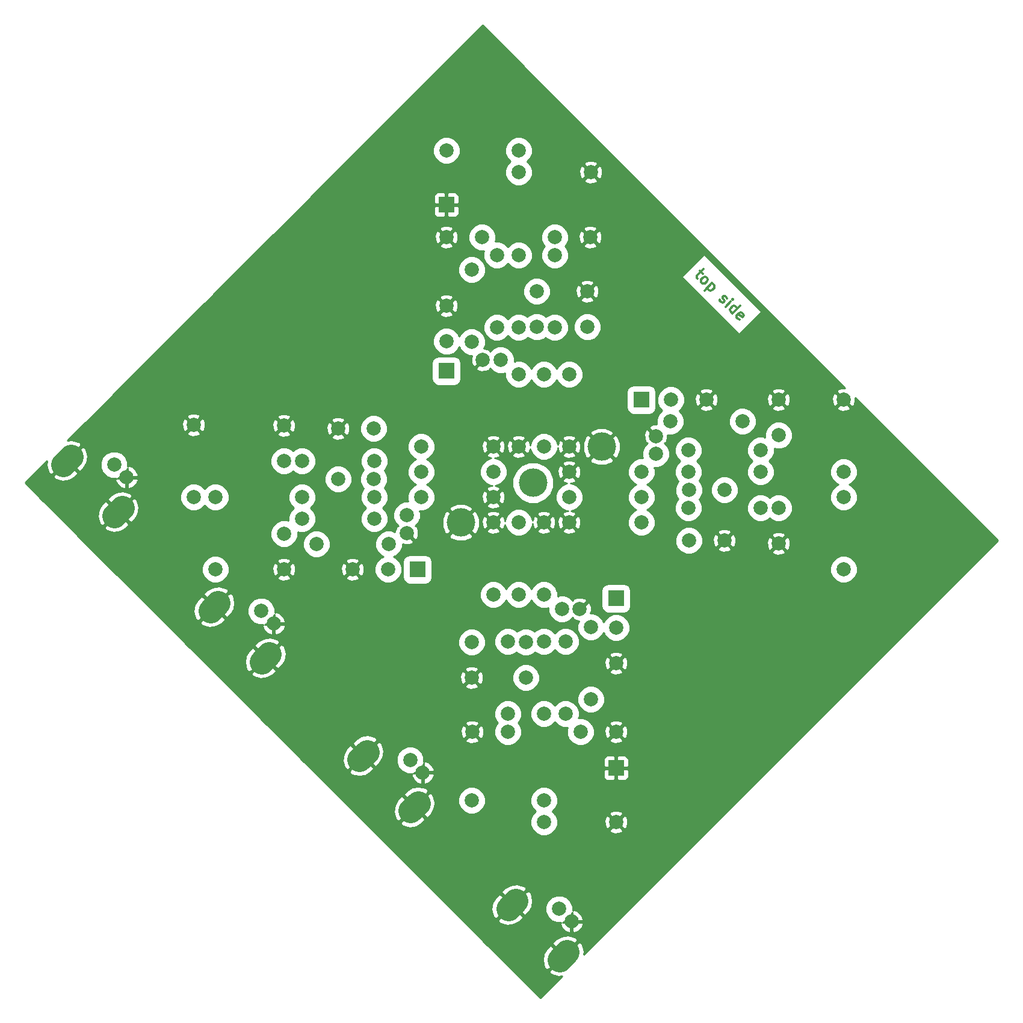
<source format=gbr>
G04 #@! TF.FileFunction,Copper,L1,Top,Signal*
%FSLAX46Y46*%
G04 Gerber Fmt 4.6, Leading zero omitted, Abs format (unit mm)*
G04 Created by KiCad (PCBNEW 4.0.1-stable) date 24/02/2016 16:46:15*
%MOMM*%
G01*
G04 APERTURE LIST*
%ADD10C,0.100000*%
%ADD11C,0.300000*%
%ADD12C,3.500120*%
%ADD13C,2.000000*%
%ADD14C,4.000000*%
%ADD15C,1.998980*%
%ADD16R,2.235200X2.235200*%
%ADD17C,0.254000*%
G04 APERTURE END LIST*
D10*
D11*
X165193304Y-55010735D02*
X165597365Y-55414796D01*
X165698381Y-54808705D02*
X164789243Y-55717842D01*
X164738735Y-55869365D01*
X164789243Y-56020888D01*
X164890259Y-56121903D01*
X165395335Y-56626979D02*
X165344826Y-56475456D01*
X165344827Y-56374441D01*
X165395334Y-56222918D01*
X165698380Y-55919873D01*
X165849903Y-55869365D01*
X165950918Y-55869365D01*
X166102442Y-55919873D01*
X166253964Y-56071395D01*
X166304472Y-56222918D01*
X166304472Y-56323934D01*
X166253964Y-56475457D01*
X165950919Y-56778503D01*
X165799396Y-56829010D01*
X165698380Y-56829010D01*
X165546858Y-56778502D01*
X165395335Y-56626979D01*
X166910564Y-56727995D02*
X165849904Y-57788655D01*
X166860056Y-56778503D02*
X167011579Y-56829010D01*
X167213609Y-57031040D01*
X167264117Y-57182563D01*
X167264117Y-57283579D01*
X167213609Y-57435102D01*
X166910564Y-57738148D01*
X166759041Y-57788655D01*
X166658025Y-57788655D01*
X166506503Y-57738147D01*
X166304472Y-57536117D01*
X166253964Y-57384594D01*
X167971223Y-59101853D02*
X168021731Y-59253376D01*
X168223762Y-59455407D01*
X168375285Y-59505914D01*
X168526807Y-59455407D01*
X168577315Y-59404899D01*
X168627823Y-59253376D01*
X168577316Y-59101853D01*
X168425793Y-58950330D01*
X168375285Y-58798808D01*
X168425792Y-58647285D01*
X168476300Y-58596777D01*
X168627823Y-58546269D01*
X168779346Y-58596777D01*
X168930869Y-58748300D01*
X168981376Y-58899823D01*
X168829854Y-60061498D02*
X169536961Y-59354391D01*
X169890514Y-59000838D02*
X169789498Y-59000838D01*
X169789498Y-59101854D01*
X169890513Y-59101853D01*
X169890514Y-59000838D01*
X169789498Y-59101854D01*
X169789499Y-61021143D02*
X170850159Y-59960483D01*
X169840006Y-60970636D02*
X169688484Y-60920128D01*
X169486453Y-60718098D01*
X169435945Y-60566575D01*
X169435946Y-60465560D01*
X169486453Y-60314036D01*
X169789498Y-60010991D01*
X169941021Y-59960484D01*
X170042036Y-59960483D01*
X170193560Y-60010991D01*
X170395591Y-60213021D01*
X170446098Y-60364544D01*
X170749143Y-61879773D02*
X170597621Y-61829265D01*
X170395591Y-61627235D01*
X170345083Y-61475712D01*
X170395590Y-61324189D01*
X170799651Y-60920128D01*
X170951174Y-60869621D01*
X171102697Y-60920128D01*
X171304728Y-61122158D01*
X171355235Y-61273681D01*
X171304728Y-61425205D01*
X171203712Y-61526220D01*
X170597621Y-61122158D01*
D12*
X82842797Y-89466553D02*
X83904263Y-88405087D01*
X75631651Y-82255407D02*
X76693117Y-81193941D01*
D13*
X82784425Y-82315575D03*
X84551739Y-84082890D03*
D12*
X103543797Y-110040553D02*
X104605263Y-108979087D01*
X96332651Y-102829407D02*
X97394117Y-101767941D01*
D13*
X103485425Y-102889575D03*
X105252739Y-104656890D03*
D12*
X145453797Y-151950553D02*
X146515263Y-150889087D01*
X138242651Y-144739407D02*
X139304117Y-143677941D01*
D13*
X145395425Y-144799575D03*
X147162739Y-146566890D03*
D12*
X124498797Y-130995553D02*
X125560263Y-129934087D01*
X117287651Y-123784407D02*
X118349117Y-122722941D01*
D13*
X124440425Y-123844575D03*
X126207739Y-125611890D03*
D14*
X151384000Y-79756000D03*
X131572000Y-90424000D03*
X141732000Y-84836000D03*
D13*
X176276000Y-88392000D03*
X176276000Y-93392000D03*
X114300000Y-77216000D03*
X119300000Y-77216000D03*
X159004000Y-80772000D03*
X159004000Y-78272000D03*
X168656000Y-85852000D03*
X163656000Y-85852000D03*
X140716000Y-112268000D03*
X140716000Y-107268000D03*
D15*
X143256000Y-132588000D03*
X153416000Y-132588000D03*
D13*
X153416000Y-110236000D03*
X153416000Y-105236000D03*
X153416000Y-119888000D03*
X148416000Y-119888000D03*
X133096000Y-112268000D03*
X133096000Y-107268000D03*
X145796000Y-102616000D03*
X148296000Y-102616000D03*
X138176000Y-119888000D03*
X133176000Y-119888000D03*
D15*
X133096000Y-129540000D03*
X143256000Y-129540000D03*
X146304000Y-107188000D03*
X146304000Y-117348000D03*
X138176000Y-107188000D03*
X138176000Y-117348000D03*
X143256000Y-100584000D03*
X143256000Y-90424000D03*
X143256000Y-117348000D03*
X143256000Y-107188000D03*
X149860000Y-105156000D03*
X149860000Y-115316000D03*
X136144000Y-100584000D03*
X136144000Y-90424000D03*
X139700000Y-100584000D03*
X139700000Y-90424000D03*
D16*
X153416000Y-101092000D03*
D13*
X114300000Y-84328000D03*
X119300000Y-84328000D03*
X123952000Y-89408000D03*
X123952000Y-91908000D03*
X168656000Y-92964000D03*
X163656000Y-92964000D03*
X106680000Y-81788000D03*
X106680000Y-76788000D03*
X176276000Y-73152000D03*
X176276000Y-78152000D03*
X166116000Y-73152000D03*
X161116000Y-73152000D03*
X106680000Y-97028000D03*
X106680000Y-92028000D03*
X129540000Y-59944000D03*
X129540000Y-64944000D03*
X142240000Y-57912000D03*
X142240000Y-62912000D03*
X137160000Y-67564000D03*
X134660000Y-67564000D03*
X149352000Y-57912000D03*
X149352000Y-62912000D03*
X144780000Y-50292000D03*
X149780000Y-50292000D03*
X129540000Y-50292000D03*
X134540000Y-50292000D03*
X116332000Y-97028000D03*
X121332000Y-97028000D03*
D16*
X129540000Y-69088000D03*
X125476000Y-97028000D03*
X153416000Y-124968000D03*
X156972000Y-73152000D03*
X129540000Y-45720000D03*
D15*
X156972000Y-86868000D03*
X146812000Y-86868000D03*
X156972000Y-90424000D03*
X146812000Y-90424000D03*
X125984000Y-83312000D03*
X136144000Y-83312000D03*
X161036000Y-76200000D03*
X171196000Y-76200000D03*
X173736000Y-83312000D03*
X163576000Y-83312000D03*
X156972000Y-83312000D03*
X146812000Y-83312000D03*
X125984000Y-79756000D03*
X136144000Y-79756000D03*
X121412000Y-93472000D03*
X111252000Y-93472000D03*
X109220000Y-86868000D03*
X119380000Y-86868000D03*
X125984000Y-86868000D03*
X136144000Y-86868000D03*
X163576000Y-88392000D03*
X173736000Y-88392000D03*
X185420000Y-83312000D03*
X185420000Y-73152000D03*
X163576000Y-80264000D03*
X173736000Y-80264000D03*
X185420000Y-97028000D03*
X185420000Y-86868000D03*
X119380000Y-81788000D03*
X109220000Y-81788000D03*
D13*
X93980000Y-86868000D03*
X93980000Y-76708000D03*
D15*
X119380000Y-89916000D03*
X109220000Y-89916000D03*
X97028000Y-97028000D03*
X97028000Y-86868000D03*
X143256000Y-69596000D03*
X143256000Y-79756000D03*
X146812000Y-69596000D03*
X146812000Y-79756000D03*
X133096000Y-65024000D03*
X133096000Y-54864000D03*
X139700000Y-52832000D03*
X139700000Y-62992000D03*
X139700000Y-69596000D03*
X139700000Y-79756000D03*
X144780000Y-62992000D03*
X144780000Y-52832000D03*
X139700000Y-41148000D03*
X149860000Y-41148000D03*
X136652000Y-62992000D03*
X136652000Y-52832000D03*
X129540000Y-38100000D03*
X139700000Y-38100000D03*
D17*
G36*
X185629043Y-71508649D02*
X185034623Y-71530659D01*
X184546042Y-71733035D01*
X184447443Y-71999837D01*
X185420000Y-72972395D01*
X185434142Y-72958252D01*
X185613748Y-73137858D01*
X185599605Y-73152000D01*
X186572163Y-74124557D01*
X186838965Y-74025958D01*
X187065401Y-73416418D01*
X187047275Y-72926881D01*
X207084394Y-92964000D01*
X148835319Y-151213075D01*
X148900323Y-150762086D01*
X148670170Y-149859031D01*
X148516728Y-149591919D01*
X148176741Y-149407214D01*
X146164135Y-151419820D01*
X146178278Y-151433963D01*
X145998673Y-151613568D01*
X145984530Y-151599425D01*
X143971924Y-153612031D01*
X144156629Y-153952018D01*
X144423741Y-154105460D01*
X145326796Y-154335613D01*
X145777785Y-154270609D01*
X142748000Y-157300394D01*
X137525160Y-152077554D01*
X143068737Y-152077554D01*
X143298890Y-152980609D01*
X143452332Y-153247721D01*
X143792319Y-153432426D01*
X145804925Y-151419820D01*
X144208235Y-149823130D01*
X143677502Y-150353864D01*
X143201688Y-151155163D01*
X143068737Y-152077554D01*
X137525160Y-152077554D01*
X135091131Y-149643525D01*
X144387840Y-149643525D01*
X145984530Y-151240215D01*
X147997136Y-149227609D01*
X147812431Y-148887622D01*
X147545319Y-148734180D01*
X146642264Y-148504027D01*
X145719873Y-148636978D01*
X144918574Y-149112792D01*
X144387840Y-149643525D01*
X135091131Y-149643525D01*
X131848491Y-146400885D01*
X136760778Y-146400885D01*
X136945483Y-146740872D01*
X137212595Y-146894314D01*
X138115650Y-147124467D01*
X139038041Y-146991516D01*
X139839340Y-146515702D01*
X140370074Y-145984969D01*
X138773384Y-144388279D01*
X136760778Y-146400885D01*
X131848491Y-146400885D01*
X130314014Y-144866408D01*
X135857591Y-144866408D01*
X136087744Y-145769463D01*
X136241186Y-146036575D01*
X136581173Y-146221280D01*
X138593779Y-144208674D01*
X138952989Y-144208674D01*
X140549679Y-145805364D01*
X141080412Y-145274630D01*
X141135892Y-145181197D01*
X143468091Y-145181197D01*
X143760841Y-145889707D01*
X144302442Y-146432253D01*
X145010439Y-146726240D01*
X145644673Y-146726793D01*
X145540883Y-146952350D01*
X145811849Y-147543666D01*
X146288475Y-147986277D01*
X146777279Y-148188746D01*
X147035739Y-148069816D01*
X147035739Y-146693890D01*
X147289739Y-146693890D01*
X147289739Y-148069816D01*
X147548199Y-148188746D01*
X148139515Y-147917780D01*
X148582126Y-147441154D01*
X148784595Y-146952350D01*
X148665665Y-146693890D01*
X147289739Y-146693890D01*
X147035739Y-146693890D01*
X145856959Y-146693890D01*
X146471687Y-146439890D01*
X146856131Y-146439890D01*
X146968990Y-146552749D01*
X147148598Y-146373141D01*
X147035739Y-146260282D01*
X147035739Y-145874169D01*
X147289739Y-145262471D01*
X147289739Y-146439890D01*
X148665665Y-146439890D01*
X148784595Y-146181430D01*
X148513629Y-145590114D01*
X148037003Y-145147503D01*
X147548199Y-144945034D01*
X147322208Y-145049023D01*
X147322759Y-144417953D01*
X147030009Y-143709443D01*
X146488408Y-143166897D01*
X145780411Y-142872910D01*
X145013803Y-142872241D01*
X144305293Y-143164991D01*
X143762747Y-143706592D01*
X143468760Y-144414589D01*
X143468091Y-145181197D01*
X141135892Y-145181197D01*
X141556226Y-144473331D01*
X141689177Y-143550940D01*
X141459024Y-142647885D01*
X141305582Y-142380773D01*
X140965595Y-142196068D01*
X138952989Y-144208674D01*
X138593779Y-144208674D01*
X136997089Y-142611984D01*
X136466356Y-143142718D01*
X135990542Y-143944017D01*
X135857591Y-144866408D01*
X130314014Y-144866408D01*
X127879985Y-142432379D01*
X137176694Y-142432379D01*
X138773384Y-144029069D01*
X140785990Y-142016463D01*
X140601285Y-141676476D01*
X140334173Y-141523034D01*
X139431118Y-141292881D01*
X138508727Y-141425832D01*
X137707428Y-141901646D01*
X137176694Y-142432379D01*
X127879985Y-142432379D01*
X118104637Y-132657031D01*
X123016924Y-132657031D01*
X123201629Y-132997018D01*
X123468741Y-133150460D01*
X124371796Y-133380613D01*
X125294187Y-133247662D01*
X126095486Y-132771848D01*
X126626220Y-132241115D01*
X125029530Y-130644425D01*
X123016924Y-132657031D01*
X118104637Y-132657031D01*
X116570160Y-131122554D01*
X122113737Y-131122554D01*
X122343890Y-132025609D01*
X122497332Y-132292721D01*
X122837319Y-132477426D01*
X124849925Y-130464820D01*
X125209135Y-130464820D01*
X126805825Y-132061510D01*
X127336558Y-131530776D01*
X127812372Y-130729477D01*
X127928828Y-129921521D01*
X131169176Y-129921521D01*
X131461849Y-130629843D01*
X132003306Y-131172246D01*
X132711116Y-131466155D01*
X133477521Y-131466824D01*
X134185843Y-131174151D01*
X134728246Y-130632694D01*
X135022155Y-129924884D01*
X135022157Y-129921521D01*
X141329176Y-129921521D01*
X141621849Y-130629843D01*
X142055531Y-131064282D01*
X141623754Y-131495306D01*
X141329845Y-132203116D01*
X141329176Y-132969521D01*
X141621849Y-133677843D01*
X142163306Y-134220246D01*
X142871116Y-134514155D01*
X143637521Y-134514824D01*
X144345843Y-134222151D01*
X144828673Y-133740163D01*
X152443443Y-133740163D01*
X152542042Y-134006965D01*
X153151582Y-134233401D01*
X153801377Y-134209341D01*
X154289958Y-134006965D01*
X154388557Y-133740163D01*
X153416000Y-132767605D01*
X152443443Y-133740163D01*
X144828673Y-133740163D01*
X144888246Y-133680694D01*
X145182155Y-132972884D01*
X145182721Y-132323582D01*
X151770599Y-132323582D01*
X151794659Y-132973377D01*
X151997035Y-133461958D01*
X152263837Y-133560557D01*
X153236395Y-132588000D01*
X153595605Y-132588000D01*
X154568163Y-133560557D01*
X154834965Y-133461958D01*
X155061401Y-132852418D01*
X155037341Y-132202623D01*
X154834965Y-131714042D01*
X154568163Y-131615443D01*
X153595605Y-132588000D01*
X153236395Y-132588000D01*
X152263837Y-131615443D01*
X151997035Y-131714042D01*
X151770599Y-132323582D01*
X145182721Y-132323582D01*
X145182824Y-132206479D01*
X144890151Y-131498157D01*
X144827940Y-131435837D01*
X152443443Y-131435837D01*
X153416000Y-132408395D01*
X154388557Y-131435837D01*
X154289958Y-131169035D01*
X153680418Y-130942599D01*
X153030623Y-130966659D01*
X152542042Y-131169035D01*
X152443443Y-131435837D01*
X144827940Y-131435837D01*
X144456469Y-131063718D01*
X144888246Y-130632694D01*
X145182155Y-129924884D01*
X145182824Y-129158479D01*
X144890151Y-128450157D01*
X144348694Y-127907754D01*
X143640884Y-127613845D01*
X142874479Y-127613176D01*
X142166157Y-127905849D01*
X141623754Y-128447306D01*
X141329845Y-129155116D01*
X141329176Y-129921521D01*
X135022157Y-129921521D01*
X135022824Y-129158479D01*
X134730151Y-128450157D01*
X134188694Y-127907754D01*
X133480884Y-127613845D01*
X132714479Y-127613176D01*
X132006157Y-127905849D01*
X131463754Y-128447306D01*
X131169845Y-129155116D01*
X131169176Y-129921521D01*
X127928828Y-129921521D01*
X127945323Y-129807086D01*
X127715170Y-128904031D01*
X127561728Y-128636919D01*
X127221741Y-128452214D01*
X125209135Y-130464820D01*
X124849925Y-130464820D01*
X123253235Y-128868130D01*
X122722502Y-129398864D01*
X122246688Y-130200163D01*
X122113737Y-131122554D01*
X116570160Y-131122554D01*
X114136131Y-128688525D01*
X123432840Y-128688525D01*
X125029530Y-130285215D01*
X127042136Y-128272609D01*
X126857431Y-127932622D01*
X126590319Y-127779180D01*
X125687264Y-127549027D01*
X124764873Y-127681978D01*
X123963574Y-128157792D01*
X123432840Y-128688525D01*
X114136131Y-128688525D01*
X110893491Y-125445885D01*
X115805778Y-125445885D01*
X115990483Y-125785872D01*
X116257595Y-125939314D01*
X117160650Y-126169467D01*
X118083041Y-126036516D01*
X118884340Y-125560702D01*
X119415074Y-125029969D01*
X117818384Y-123433279D01*
X115805778Y-125445885D01*
X110893491Y-125445885D01*
X109359014Y-123911408D01*
X114902591Y-123911408D01*
X115132744Y-124814463D01*
X115286186Y-125081575D01*
X115626173Y-125266280D01*
X117638779Y-123253674D01*
X117997989Y-123253674D01*
X119594679Y-124850364D01*
X120125412Y-124319630D01*
X120180892Y-124226197D01*
X122513091Y-124226197D01*
X122805841Y-124934707D01*
X123347442Y-125477253D01*
X124055439Y-125771240D01*
X124689673Y-125771793D01*
X124585883Y-125997350D01*
X124856849Y-126588666D01*
X125333475Y-127031277D01*
X125822279Y-127233746D01*
X126080739Y-127114816D01*
X126080739Y-125738890D01*
X126334739Y-125738890D01*
X126334739Y-127114816D01*
X126593199Y-127233746D01*
X127184515Y-126962780D01*
X127627126Y-126486154D01*
X127829595Y-125997350D01*
X127710665Y-125738890D01*
X126334739Y-125738890D01*
X126080739Y-125738890D01*
X124901959Y-125738890D01*
X125516687Y-125484890D01*
X125901131Y-125484890D01*
X126013990Y-125597749D01*
X126193598Y-125418141D01*
X126080739Y-125305282D01*
X126080739Y-124919169D01*
X126334739Y-124307471D01*
X126334739Y-125484890D01*
X127710665Y-125484890D01*
X127817023Y-125253750D01*
X151663400Y-125253750D01*
X151663400Y-126211910D01*
X151760073Y-126445299D01*
X151938702Y-126623927D01*
X152172091Y-126720600D01*
X153130250Y-126720600D01*
X153289000Y-126561850D01*
X153289000Y-125095000D01*
X153543000Y-125095000D01*
X153543000Y-126561850D01*
X153701750Y-126720600D01*
X154659909Y-126720600D01*
X154893298Y-126623927D01*
X155071927Y-126445299D01*
X155168600Y-126211910D01*
X155168600Y-125253750D01*
X155009850Y-125095000D01*
X153543000Y-125095000D01*
X153289000Y-125095000D01*
X151822150Y-125095000D01*
X151663400Y-125253750D01*
X127817023Y-125253750D01*
X127829595Y-125226430D01*
X127558629Y-124635114D01*
X127082003Y-124192503D01*
X126593199Y-123990034D01*
X126367208Y-124094023D01*
X126367530Y-123724090D01*
X151663400Y-123724090D01*
X151663400Y-124682250D01*
X151822150Y-124841000D01*
X153289000Y-124841000D01*
X153289000Y-123374150D01*
X153543000Y-123374150D01*
X153543000Y-124841000D01*
X155009850Y-124841000D01*
X155168600Y-124682250D01*
X155168600Y-123724090D01*
X155071927Y-123490701D01*
X154893298Y-123312073D01*
X154659909Y-123215400D01*
X153701750Y-123215400D01*
X153543000Y-123374150D01*
X153289000Y-123374150D01*
X153130250Y-123215400D01*
X152172091Y-123215400D01*
X151938702Y-123312073D01*
X151760073Y-123490701D01*
X151663400Y-123724090D01*
X126367530Y-123724090D01*
X126367759Y-123462953D01*
X126075009Y-122754443D01*
X125533408Y-122211897D01*
X124825411Y-121917910D01*
X124058803Y-121917241D01*
X123350293Y-122209991D01*
X122807747Y-122751592D01*
X122513760Y-123459589D01*
X122513091Y-124226197D01*
X120180892Y-124226197D01*
X120601226Y-123518331D01*
X120734177Y-122595940D01*
X120504024Y-121692885D01*
X120350582Y-121425773D01*
X120010595Y-121241068D01*
X117997989Y-123253674D01*
X117638779Y-123253674D01*
X116042089Y-121656984D01*
X115511356Y-122187718D01*
X115035542Y-122989017D01*
X114902591Y-123911408D01*
X109359014Y-123911408D01*
X106924985Y-121477379D01*
X116221694Y-121477379D01*
X117818384Y-123074069D01*
X119830990Y-121061463D01*
X119819619Y-121040532D01*
X132203073Y-121040532D01*
X132301736Y-121307387D01*
X132911461Y-121533908D01*
X133561460Y-121509856D01*
X134050264Y-121307387D01*
X134148927Y-121040532D01*
X133176000Y-120067605D01*
X132203073Y-121040532D01*
X119819619Y-121040532D01*
X119646285Y-120721476D01*
X119379173Y-120568034D01*
X118476118Y-120337881D01*
X117553727Y-120470832D01*
X116752428Y-120946646D01*
X116221694Y-121477379D01*
X106924985Y-121477379D01*
X105071067Y-119623461D01*
X131530092Y-119623461D01*
X131554144Y-120273460D01*
X131756613Y-120762264D01*
X132023468Y-120860927D01*
X132996395Y-119888000D01*
X133355605Y-119888000D01*
X134328532Y-120860927D01*
X134595387Y-120762264D01*
X134778410Y-120269622D01*
X136248666Y-120269622D01*
X136541416Y-120978132D01*
X137083017Y-121520678D01*
X137791014Y-121814665D01*
X138557622Y-121815334D01*
X139266132Y-121522584D01*
X139808678Y-120980983D01*
X140102665Y-120272986D01*
X140103334Y-119506378D01*
X139810584Y-118797868D01*
X139630830Y-118617800D01*
X139808246Y-118440694D01*
X140102155Y-117732884D01*
X140102157Y-117729521D01*
X141329176Y-117729521D01*
X141621849Y-118437843D01*
X142163306Y-118980246D01*
X142871116Y-119274155D01*
X143637521Y-119274824D01*
X144345843Y-118982151D01*
X144780282Y-118548469D01*
X145211306Y-118980246D01*
X145919116Y-119274155D01*
X146584125Y-119274735D01*
X146489335Y-119503014D01*
X146488666Y-120269622D01*
X146781416Y-120978132D01*
X147323017Y-121520678D01*
X148031014Y-121814665D01*
X148797622Y-121815334D01*
X149506132Y-121522584D01*
X149989025Y-121040532D01*
X152443073Y-121040532D01*
X152541736Y-121307387D01*
X153151461Y-121533908D01*
X153801460Y-121509856D01*
X154290264Y-121307387D01*
X154388927Y-121040532D01*
X153416000Y-120067605D01*
X152443073Y-121040532D01*
X149989025Y-121040532D01*
X150048678Y-120980983D01*
X150342665Y-120272986D01*
X150343231Y-119623461D01*
X151770092Y-119623461D01*
X151794144Y-120273460D01*
X151996613Y-120762264D01*
X152263468Y-120860927D01*
X153236395Y-119888000D01*
X153595605Y-119888000D01*
X154568532Y-120860927D01*
X154835387Y-120762264D01*
X155061908Y-120152539D01*
X155037856Y-119502540D01*
X154835387Y-119013736D01*
X154568532Y-118915073D01*
X153595605Y-119888000D01*
X153236395Y-119888000D01*
X152263468Y-118915073D01*
X151996613Y-119013736D01*
X151770092Y-119623461D01*
X150343231Y-119623461D01*
X150343334Y-119506378D01*
X150050584Y-118797868D01*
X149988293Y-118735468D01*
X152443073Y-118735468D01*
X153416000Y-119708395D01*
X154388927Y-118735468D01*
X154290264Y-118468613D01*
X153680539Y-118242092D01*
X153030540Y-118266144D01*
X152541736Y-118468613D01*
X152443073Y-118735468D01*
X149988293Y-118735468D01*
X149508983Y-118255322D01*
X148800986Y-117961335D01*
X148135535Y-117960754D01*
X148230155Y-117732884D01*
X148230824Y-116966479D01*
X147938151Y-116258157D01*
X147396694Y-115715754D01*
X147352785Y-115697521D01*
X147933176Y-115697521D01*
X148225849Y-116405843D01*
X148767306Y-116948246D01*
X149475116Y-117242155D01*
X150241521Y-117242824D01*
X150949843Y-116950151D01*
X151492246Y-116408694D01*
X151786155Y-115700884D01*
X151786824Y-114934479D01*
X151494151Y-114226157D01*
X150952694Y-113683754D01*
X150244884Y-113389845D01*
X149478479Y-113389176D01*
X148770157Y-113681849D01*
X148227754Y-114223306D01*
X147933845Y-114931116D01*
X147933176Y-115697521D01*
X147352785Y-115697521D01*
X146688884Y-115421845D01*
X145922479Y-115421176D01*
X145214157Y-115713849D01*
X144779718Y-116147531D01*
X144348694Y-115715754D01*
X143640884Y-115421845D01*
X142874479Y-115421176D01*
X142166157Y-115713849D01*
X141623754Y-116255306D01*
X141329845Y-116963116D01*
X141329176Y-117729521D01*
X140102157Y-117729521D01*
X140102824Y-116966479D01*
X139810151Y-116258157D01*
X139268694Y-115715754D01*
X138560884Y-115421845D01*
X137794479Y-115421176D01*
X137086157Y-115713849D01*
X136543754Y-116255306D01*
X136249845Y-116963116D01*
X136249176Y-117729521D01*
X136541849Y-118437843D01*
X136721171Y-118617478D01*
X136543322Y-118795017D01*
X136249335Y-119503014D01*
X136248666Y-120269622D01*
X134778410Y-120269622D01*
X134821908Y-120152539D01*
X134797856Y-119502540D01*
X134595387Y-119013736D01*
X134328532Y-118915073D01*
X133355605Y-119888000D01*
X132996395Y-119888000D01*
X132023468Y-118915073D01*
X131756613Y-119013736D01*
X131530092Y-119623461D01*
X105071067Y-119623461D01*
X104183074Y-118735468D01*
X132203073Y-118735468D01*
X133176000Y-119708395D01*
X134148927Y-118735468D01*
X134050264Y-118468613D01*
X133440539Y-118242092D01*
X132790540Y-118266144D01*
X132301736Y-118468613D01*
X132203073Y-118735468D01*
X104183074Y-118735468D01*
X98868138Y-113420532D01*
X132123073Y-113420532D01*
X132221736Y-113687387D01*
X132831461Y-113913908D01*
X133481460Y-113889856D01*
X133970264Y-113687387D01*
X134068927Y-113420532D01*
X133096000Y-112447605D01*
X132123073Y-113420532D01*
X98868138Y-113420532D01*
X97149637Y-111702031D01*
X102061924Y-111702031D01*
X102246629Y-112042018D01*
X102513741Y-112195460D01*
X103416796Y-112425613D01*
X104339187Y-112292662D01*
X104826218Y-112003461D01*
X131450092Y-112003461D01*
X131474144Y-112653460D01*
X131676613Y-113142264D01*
X131943468Y-113240927D01*
X132916395Y-112268000D01*
X133275605Y-112268000D01*
X134248532Y-113240927D01*
X134515387Y-113142264D01*
X134698410Y-112649622D01*
X138788666Y-112649622D01*
X139081416Y-113358132D01*
X139623017Y-113900678D01*
X140331014Y-114194665D01*
X141097622Y-114195334D01*
X141806132Y-113902584D01*
X142348678Y-113360983D01*
X142642665Y-112652986D01*
X142643334Y-111886378D01*
X142437629Y-111388532D01*
X152443073Y-111388532D01*
X152541736Y-111655387D01*
X153151461Y-111881908D01*
X153801460Y-111857856D01*
X154290264Y-111655387D01*
X154388927Y-111388532D01*
X153416000Y-110415605D01*
X152443073Y-111388532D01*
X142437629Y-111388532D01*
X142350584Y-111177868D01*
X141808983Y-110635322D01*
X141100986Y-110341335D01*
X140334378Y-110340666D01*
X139625868Y-110633416D01*
X139083322Y-111175017D01*
X138789335Y-111883014D01*
X138788666Y-112649622D01*
X134698410Y-112649622D01*
X134741908Y-112532539D01*
X134717856Y-111882540D01*
X134515387Y-111393736D01*
X134248532Y-111295073D01*
X133275605Y-112268000D01*
X132916395Y-112268000D01*
X131943468Y-111295073D01*
X131676613Y-111393736D01*
X131450092Y-112003461D01*
X104826218Y-112003461D01*
X105140486Y-111816848D01*
X105671220Y-111286115D01*
X105500573Y-111115468D01*
X132123073Y-111115468D01*
X133096000Y-112088395D01*
X134068927Y-111115468D01*
X133970264Y-110848613D01*
X133360539Y-110622092D01*
X132710540Y-110646144D01*
X132221736Y-110848613D01*
X132123073Y-111115468D01*
X105500573Y-111115468D01*
X104074530Y-109689425D01*
X102061924Y-111702031D01*
X97149637Y-111702031D01*
X95615160Y-110167554D01*
X101158737Y-110167554D01*
X101388890Y-111070609D01*
X101542332Y-111337721D01*
X101882319Y-111522426D01*
X103894925Y-109509820D01*
X104254135Y-109509820D01*
X105850825Y-111106510D01*
X106381558Y-110575776D01*
X106740402Y-109971461D01*
X151770092Y-109971461D01*
X151794144Y-110621460D01*
X151996613Y-111110264D01*
X152263468Y-111208927D01*
X153236395Y-110236000D01*
X153595605Y-110236000D01*
X154568532Y-111208927D01*
X154835387Y-111110264D01*
X155061908Y-110500539D01*
X155037856Y-109850540D01*
X154835387Y-109361736D01*
X154568532Y-109263073D01*
X153595605Y-110236000D01*
X153236395Y-110236000D01*
X152263468Y-109263073D01*
X151996613Y-109361736D01*
X151770092Y-109971461D01*
X106740402Y-109971461D01*
X106857372Y-109774477D01*
X106990323Y-108852086D01*
X106760170Y-107949031D01*
X106606728Y-107681919D01*
X106547279Y-107649622D01*
X131168666Y-107649622D01*
X131461416Y-108358132D01*
X132003017Y-108900678D01*
X132711014Y-109194665D01*
X133477622Y-109195334D01*
X134186132Y-108902584D01*
X134728678Y-108360983D01*
X135022665Y-107652986D01*
X135022737Y-107569521D01*
X136249176Y-107569521D01*
X136541849Y-108277843D01*
X137083306Y-108820246D01*
X137791116Y-109114155D01*
X138557521Y-109114824D01*
X139265843Y-108822151D01*
X139405478Y-108682759D01*
X139623017Y-108900678D01*
X140331014Y-109194665D01*
X141097622Y-109195334D01*
X141806132Y-108902584D01*
X142026199Y-108682900D01*
X142163306Y-108820246D01*
X142871116Y-109114155D01*
X143637521Y-109114824D01*
X144345843Y-108822151D01*
X144780282Y-108388469D01*
X145211306Y-108820246D01*
X145919116Y-109114155D01*
X146685521Y-109114824D01*
X146761408Y-109083468D01*
X152443073Y-109083468D01*
X153416000Y-110056395D01*
X154388927Y-109083468D01*
X154290264Y-108816613D01*
X153680539Y-108590092D01*
X153030540Y-108614144D01*
X152541736Y-108816613D01*
X152443073Y-109083468D01*
X146761408Y-109083468D01*
X147393843Y-108822151D01*
X147936246Y-108280694D01*
X148230155Y-107572884D01*
X148230824Y-106806479D01*
X147938151Y-106098157D01*
X147396694Y-105555754D01*
X146688884Y-105261845D01*
X145922479Y-105261176D01*
X145214157Y-105553849D01*
X144779718Y-105987531D01*
X144348694Y-105555754D01*
X143640884Y-105261845D01*
X142874479Y-105261176D01*
X142166157Y-105553849D01*
X141946522Y-105773101D01*
X141808983Y-105635322D01*
X141100986Y-105341335D01*
X140334378Y-105340666D01*
X139625868Y-105633416D01*
X139485800Y-105773240D01*
X139268694Y-105555754D01*
X138560884Y-105261845D01*
X137794479Y-105261176D01*
X137086157Y-105553849D01*
X136543754Y-106095306D01*
X136249845Y-106803116D01*
X136249176Y-107569521D01*
X135022737Y-107569521D01*
X135023334Y-106886378D01*
X134730584Y-106177868D01*
X134188983Y-105635322D01*
X133480986Y-105341335D01*
X132714378Y-105340666D01*
X132005868Y-105633416D01*
X131463322Y-106175017D01*
X131169335Y-106883014D01*
X131168666Y-107649622D01*
X106547279Y-107649622D01*
X106266741Y-107497214D01*
X104254135Y-109509820D01*
X103894925Y-109509820D01*
X102298235Y-107913130D01*
X101767502Y-108443864D01*
X101291688Y-109245163D01*
X101158737Y-110167554D01*
X95615160Y-110167554D01*
X93181131Y-107733525D01*
X102477840Y-107733525D01*
X104074530Y-109330215D01*
X106087136Y-107317609D01*
X105902431Y-106977622D01*
X105635319Y-106824180D01*
X104732264Y-106594027D01*
X103809873Y-106726978D01*
X103008574Y-107202792D01*
X102477840Y-107733525D01*
X93181131Y-107733525D01*
X89938491Y-104490885D01*
X94850778Y-104490885D01*
X95035483Y-104830872D01*
X95302595Y-104984314D01*
X96205650Y-105214467D01*
X97128041Y-105081516D01*
X97929340Y-104605702D01*
X98460074Y-104074969D01*
X96863384Y-102478279D01*
X94850778Y-104490885D01*
X89938491Y-104490885D01*
X88404014Y-102956408D01*
X93947591Y-102956408D01*
X94177744Y-103859463D01*
X94331186Y-104126575D01*
X94671173Y-104311280D01*
X96683779Y-102298674D01*
X97042989Y-102298674D01*
X98639679Y-103895364D01*
X99170412Y-103364630D01*
X99225892Y-103271197D01*
X101558091Y-103271197D01*
X101850841Y-103979707D01*
X102392442Y-104522253D01*
X103100439Y-104816240D01*
X103734673Y-104816793D01*
X103630883Y-105042350D01*
X103901849Y-105633666D01*
X104378475Y-106076277D01*
X104867279Y-106278746D01*
X105125739Y-106159816D01*
X105125739Y-104783890D01*
X105379739Y-104783890D01*
X105379739Y-106159816D01*
X105638199Y-106278746D01*
X106229515Y-106007780D01*
X106672126Y-105531154D01*
X106874595Y-105042350D01*
X106755665Y-104783890D01*
X105379739Y-104783890D01*
X105125739Y-104783890D01*
X103946959Y-104783890D01*
X104561687Y-104529890D01*
X104946131Y-104529890D01*
X105058990Y-104642749D01*
X105238598Y-104463141D01*
X105125739Y-104350282D01*
X105125739Y-103964169D01*
X105379739Y-103352471D01*
X105379739Y-104529890D01*
X106755665Y-104529890D01*
X106874595Y-104271430D01*
X106603629Y-103680114D01*
X106127003Y-103237503D01*
X105638199Y-103035034D01*
X105412208Y-103139023D01*
X105412759Y-102507953D01*
X105120009Y-101799443D01*
X104578408Y-101256897D01*
X103876699Y-100965521D01*
X134217176Y-100965521D01*
X134509849Y-101673843D01*
X135051306Y-102216246D01*
X135759116Y-102510155D01*
X136525521Y-102510824D01*
X137233843Y-102218151D01*
X137776246Y-101676694D01*
X137921995Y-101325691D01*
X138065849Y-101673843D01*
X138607306Y-102216246D01*
X139315116Y-102510155D01*
X140081521Y-102510824D01*
X140789843Y-102218151D01*
X141332246Y-101676694D01*
X141477995Y-101325691D01*
X141621849Y-101673843D01*
X142163306Y-102216246D01*
X142871116Y-102510155D01*
X143637521Y-102510824D01*
X143869174Y-102415107D01*
X143868666Y-102997622D01*
X144161416Y-103706132D01*
X144703017Y-104248678D01*
X145411014Y-104542665D01*
X146177622Y-104543334D01*
X146886132Y-104250584D01*
X147335461Y-103802038D01*
X147421736Y-104035387D01*
X148031461Y-104261908D01*
X148147063Y-104257630D01*
X147933845Y-104771116D01*
X147933176Y-105537521D01*
X148225849Y-106245843D01*
X148767306Y-106788246D01*
X149475116Y-107082155D01*
X150241521Y-107082824D01*
X150949843Y-106790151D01*
X151492246Y-106248694D01*
X151621150Y-105938259D01*
X151781416Y-106326132D01*
X152323017Y-106868678D01*
X153031014Y-107162665D01*
X153797622Y-107163334D01*
X154506132Y-106870584D01*
X155048678Y-106328983D01*
X155342665Y-105620986D01*
X155343334Y-104854378D01*
X155050584Y-104145868D01*
X154508983Y-103603322D01*
X153800986Y-103309335D01*
X153034378Y-103308666D01*
X152325868Y-103601416D01*
X151783322Y-104143017D01*
X151654298Y-104453741D01*
X151494151Y-104066157D01*
X150952694Y-103523754D01*
X150244884Y-103229845D01*
X149812276Y-103229467D01*
X149941908Y-102880539D01*
X149917856Y-102230540D01*
X149715387Y-101741736D01*
X149448532Y-101643073D01*
X148475605Y-102616000D01*
X148489748Y-102630143D01*
X148310143Y-102809748D01*
X148296000Y-102795605D01*
X148281858Y-102809748D01*
X148102253Y-102630143D01*
X148116395Y-102616000D01*
X148102253Y-102601858D01*
X148281858Y-102422253D01*
X148296000Y-102436395D01*
X149268927Y-101463468D01*
X149170264Y-101196613D01*
X148560539Y-100970092D01*
X147910540Y-100994144D01*
X147421736Y-101196613D01*
X147335295Y-101430412D01*
X146888983Y-100983322D01*
X146180986Y-100689335D01*
X145414378Y-100688666D01*
X145182316Y-100784552D01*
X145182824Y-100202479D01*
X145088584Y-99974400D01*
X151353239Y-99974400D01*
X151353239Y-102209600D01*
X151417878Y-102553126D01*
X151620901Y-102868633D01*
X151930679Y-103080296D01*
X152298400Y-103154761D01*
X154533600Y-103154761D01*
X154877126Y-103090122D01*
X155192633Y-102887099D01*
X155404296Y-102577321D01*
X155478761Y-102209600D01*
X155478761Y-99974400D01*
X155414122Y-99630874D01*
X155211099Y-99315367D01*
X154901321Y-99103704D01*
X154533600Y-99029239D01*
X152298400Y-99029239D01*
X151954874Y-99093878D01*
X151639367Y-99296901D01*
X151427704Y-99606679D01*
X151353239Y-99974400D01*
X145088584Y-99974400D01*
X144890151Y-99494157D01*
X144348694Y-98951754D01*
X143640884Y-98657845D01*
X142874479Y-98657176D01*
X142166157Y-98949849D01*
X141623754Y-99491306D01*
X141478005Y-99842309D01*
X141334151Y-99494157D01*
X140792694Y-98951754D01*
X140084884Y-98657845D01*
X139318479Y-98657176D01*
X138610157Y-98949849D01*
X138067754Y-99491306D01*
X137922005Y-99842309D01*
X137778151Y-99494157D01*
X137236694Y-98951754D01*
X136528884Y-98657845D01*
X135762479Y-98657176D01*
X135054157Y-98949849D01*
X134511754Y-99491306D01*
X134217845Y-100199116D01*
X134217176Y-100965521D01*
X103876699Y-100965521D01*
X103870411Y-100962910D01*
X103103803Y-100962241D01*
X102395293Y-101254991D01*
X101852747Y-101796592D01*
X101558760Y-102504589D01*
X101558091Y-103271197D01*
X99225892Y-103271197D01*
X99646226Y-102563331D01*
X99779177Y-101640940D01*
X99549024Y-100737885D01*
X99395582Y-100470773D01*
X99055595Y-100286068D01*
X97042989Y-102298674D01*
X96683779Y-102298674D01*
X95087089Y-100701984D01*
X94556356Y-101232718D01*
X94080542Y-102034017D01*
X93947591Y-102956408D01*
X88404014Y-102956408D01*
X85969985Y-100522379D01*
X95266694Y-100522379D01*
X96863384Y-102119069D01*
X98875990Y-100106463D01*
X98691285Y-99766476D01*
X98424173Y-99613034D01*
X97521118Y-99382881D01*
X96598727Y-99515832D01*
X95797428Y-99991646D01*
X95266694Y-100522379D01*
X85969985Y-100522379D01*
X82857127Y-97409521D01*
X95101176Y-97409521D01*
X95393849Y-98117843D01*
X95935306Y-98660246D01*
X96643116Y-98954155D01*
X97409521Y-98954824D01*
X98117843Y-98662151D01*
X98600303Y-98180532D01*
X105707073Y-98180532D01*
X105805736Y-98447387D01*
X106415461Y-98673908D01*
X107065460Y-98649856D01*
X107554264Y-98447387D01*
X107652927Y-98180532D01*
X115359073Y-98180532D01*
X115457736Y-98447387D01*
X116067461Y-98673908D01*
X116717460Y-98649856D01*
X117206264Y-98447387D01*
X117304927Y-98180532D01*
X116332000Y-97207605D01*
X115359073Y-98180532D01*
X107652927Y-98180532D01*
X106680000Y-97207605D01*
X105707073Y-98180532D01*
X98600303Y-98180532D01*
X98660246Y-98120694D01*
X98954155Y-97412884D01*
X98954721Y-96763461D01*
X105034092Y-96763461D01*
X105058144Y-97413460D01*
X105260613Y-97902264D01*
X105527468Y-98000927D01*
X106500395Y-97028000D01*
X106859605Y-97028000D01*
X107832532Y-98000927D01*
X108099387Y-97902264D01*
X108325908Y-97292539D01*
X108306331Y-96763461D01*
X114686092Y-96763461D01*
X114710144Y-97413460D01*
X114912613Y-97902264D01*
X115179468Y-98000927D01*
X116152395Y-97028000D01*
X116511605Y-97028000D01*
X117484532Y-98000927D01*
X117751387Y-97902264D01*
X117934410Y-97409622D01*
X119404666Y-97409622D01*
X119697416Y-98118132D01*
X120239017Y-98660678D01*
X120947014Y-98954665D01*
X121713622Y-98955334D01*
X122422132Y-98662584D01*
X122964678Y-98120983D01*
X123258665Y-97412986D01*
X123259334Y-96646378D01*
X122966584Y-95937868D01*
X122939164Y-95910400D01*
X123413239Y-95910400D01*
X123413239Y-98145600D01*
X123477878Y-98489126D01*
X123680901Y-98804633D01*
X123990679Y-99016296D01*
X124358400Y-99090761D01*
X126593600Y-99090761D01*
X126937126Y-99026122D01*
X127252633Y-98823099D01*
X127464296Y-98513321D01*
X127538761Y-98145600D01*
X127538761Y-97409521D01*
X183493176Y-97409521D01*
X183785849Y-98117843D01*
X184327306Y-98660246D01*
X185035116Y-98954155D01*
X185801521Y-98954824D01*
X186509843Y-98662151D01*
X187052246Y-98120694D01*
X187346155Y-97412884D01*
X187346824Y-96646479D01*
X187054151Y-95938157D01*
X186512694Y-95395754D01*
X185804884Y-95101845D01*
X185038479Y-95101176D01*
X184330157Y-95393849D01*
X183787754Y-95935306D01*
X183493845Y-96643116D01*
X183493176Y-97409521D01*
X127538761Y-97409521D01*
X127538761Y-95910400D01*
X127474122Y-95566874D01*
X127271099Y-95251367D01*
X126961321Y-95039704D01*
X126593600Y-94965239D01*
X124358400Y-94965239D01*
X124014874Y-95029878D01*
X123699367Y-95232901D01*
X123487704Y-95542679D01*
X123413239Y-95910400D01*
X122939164Y-95910400D01*
X122424983Y-95395322D01*
X122114259Y-95266298D01*
X122501843Y-95106151D01*
X123044246Y-94564694D01*
X123338155Y-93856884D01*
X123338533Y-93424276D01*
X123687461Y-93553908D01*
X124337460Y-93529856D01*
X124782240Y-93345622D01*
X161728666Y-93345622D01*
X162021416Y-94054132D01*
X162563017Y-94596678D01*
X163271014Y-94890665D01*
X164037622Y-94891334D01*
X164746132Y-94598584D01*
X165229025Y-94116532D01*
X167683073Y-94116532D01*
X167781736Y-94383387D01*
X168391461Y-94609908D01*
X169041460Y-94585856D01*
X169141225Y-94544532D01*
X175303073Y-94544532D01*
X175401736Y-94811387D01*
X176011461Y-95037908D01*
X176661460Y-95013856D01*
X177150264Y-94811387D01*
X177248927Y-94544532D01*
X176276000Y-93571605D01*
X175303073Y-94544532D01*
X169141225Y-94544532D01*
X169530264Y-94383387D01*
X169628927Y-94116532D01*
X168656000Y-93143605D01*
X167683073Y-94116532D01*
X165229025Y-94116532D01*
X165288678Y-94056983D01*
X165582665Y-93348986D01*
X165583231Y-92699461D01*
X167010092Y-92699461D01*
X167034144Y-93349460D01*
X167236613Y-93838264D01*
X167503468Y-93936927D01*
X168476395Y-92964000D01*
X168835605Y-92964000D01*
X169808532Y-93936927D01*
X170075387Y-93838264D01*
X170301908Y-93228539D01*
X170298168Y-93127461D01*
X174630092Y-93127461D01*
X174654144Y-93777460D01*
X174856613Y-94266264D01*
X175123468Y-94364927D01*
X176096395Y-93392000D01*
X176455605Y-93392000D01*
X177428532Y-94364927D01*
X177695387Y-94266264D01*
X177921908Y-93656539D01*
X177897856Y-93006540D01*
X177695387Y-92517736D01*
X177428532Y-92419073D01*
X176455605Y-93392000D01*
X176096395Y-93392000D01*
X175123468Y-92419073D01*
X174856613Y-92517736D01*
X174630092Y-93127461D01*
X170298168Y-93127461D01*
X170277856Y-92578540D01*
X170137408Y-92239468D01*
X175303073Y-92239468D01*
X176276000Y-93212395D01*
X177248927Y-92239468D01*
X177150264Y-91972613D01*
X176540539Y-91746092D01*
X175890540Y-91770144D01*
X175401736Y-91972613D01*
X175303073Y-92239468D01*
X170137408Y-92239468D01*
X170075387Y-92089736D01*
X169808532Y-91991073D01*
X168835605Y-92964000D01*
X168476395Y-92964000D01*
X167503468Y-91991073D01*
X167236613Y-92089736D01*
X167010092Y-92699461D01*
X165583231Y-92699461D01*
X165583334Y-92582378D01*
X165290584Y-91873868D01*
X165228293Y-91811468D01*
X167683073Y-91811468D01*
X168656000Y-92784395D01*
X169628927Y-91811468D01*
X169530264Y-91544613D01*
X168920539Y-91318092D01*
X168270540Y-91342144D01*
X167781736Y-91544613D01*
X167683073Y-91811468D01*
X165228293Y-91811468D01*
X164748983Y-91331322D01*
X164040986Y-91037335D01*
X163274378Y-91036666D01*
X162565868Y-91329416D01*
X162023322Y-91871017D01*
X161729335Y-92579014D01*
X161728666Y-93345622D01*
X124782240Y-93345622D01*
X124826264Y-93327387D01*
X124924927Y-93060532D01*
X123952000Y-92087605D01*
X123937858Y-92101748D01*
X123758253Y-91922143D01*
X123772395Y-91908000D01*
X123758253Y-91893858D01*
X123937858Y-91714253D01*
X123952000Y-91728395D01*
X123966143Y-91714253D01*
X124145748Y-91893858D01*
X124131605Y-91908000D01*
X125104532Y-92880927D01*
X125371387Y-92782264D01*
X125550917Y-92299022D01*
X129876584Y-92299022D01*
X130097353Y-92669743D01*
X131069012Y-93063119D01*
X132117247Y-93054713D01*
X133046647Y-92669743D01*
X133267416Y-92299022D01*
X131572000Y-90603605D01*
X129876584Y-92299022D01*
X125550917Y-92299022D01*
X125597908Y-92172539D01*
X125573856Y-91522540D01*
X125371387Y-91033736D01*
X125137588Y-90947295D01*
X125584678Y-90500983D01*
X125825503Y-89921012D01*
X128932881Y-89921012D01*
X128941287Y-90969247D01*
X129326257Y-91898647D01*
X129696978Y-92119416D01*
X131392395Y-90424000D01*
X131751605Y-90424000D01*
X133447022Y-92119416D01*
X133817743Y-91898647D01*
X133948300Y-91576163D01*
X135171443Y-91576163D01*
X135270042Y-91842965D01*
X135879582Y-92069401D01*
X136529377Y-92045341D01*
X137017958Y-91842965D01*
X137116557Y-91576163D01*
X136144000Y-90603605D01*
X135171443Y-91576163D01*
X133948300Y-91576163D01*
X134211119Y-90926988D01*
X134204966Y-90159582D01*
X134498599Y-90159582D01*
X134522659Y-90809377D01*
X134725035Y-91297958D01*
X134991837Y-91396557D01*
X135964395Y-90424000D01*
X136323605Y-90424000D01*
X137296163Y-91396557D01*
X137562965Y-91297958D01*
X137773240Y-90731921D01*
X137773176Y-90805521D01*
X138065849Y-91513843D01*
X138607306Y-92056246D01*
X139315116Y-92350155D01*
X140081521Y-92350824D01*
X140789843Y-92058151D01*
X141272673Y-91576163D01*
X142283443Y-91576163D01*
X142382042Y-91842965D01*
X142991582Y-92069401D01*
X143641377Y-92045341D01*
X144129958Y-91842965D01*
X144228557Y-91576163D01*
X145839443Y-91576163D01*
X145938042Y-91842965D01*
X146547582Y-92069401D01*
X147197377Y-92045341D01*
X147685958Y-91842965D01*
X147784557Y-91576163D01*
X146812000Y-90603605D01*
X145839443Y-91576163D01*
X144228557Y-91576163D01*
X143256000Y-90603605D01*
X142283443Y-91576163D01*
X141272673Y-91576163D01*
X141332246Y-91516694D01*
X141626155Y-90808884D01*
X141626350Y-90584986D01*
X141634659Y-90809377D01*
X141837035Y-91297958D01*
X142103837Y-91396557D01*
X143076395Y-90424000D01*
X143435605Y-90424000D01*
X144408163Y-91396557D01*
X144674965Y-91297958D01*
X144901401Y-90688418D01*
X144881820Y-90159582D01*
X145166599Y-90159582D01*
X145190659Y-90809377D01*
X145393035Y-91297958D01*
X145659837Y-91396557D01*
X146632395Y-90424000D01*
X146991605Y-90424000D01*
X147964163Y-91396557D01*
X148230965Y-91297958D01*
X148457401Y-90688418D01*
X148433341Y-90038623D01*
X148230965Y-89550042D01*
X147964163Y-89451443D01*
X146991605Y-90424000D01*
X146632395Y-90424000D01*
X145659837Y-89451443D01*
X145393035Y-89550042D01*
X145166599Y-90159582D01*
X144881820Y-90159582D01*
X144877341Y-90038623D01*
X144674965Y-89550042D01*
X144408163Y-89451443D01*
X143435605Y-90424000D01*
X143076395Y-90424000D01*
X142103837Y-89451443D01*
X141837035Y-89550042D01*
X141626760Y-90116079D01*
X141626824Y-90042479D01*
X141334151Y-89334157D01*
X141271940Y-89271837D01*
X142283443Y-89271837D01*
X143256000Y-90244395D01*
X144228557Y-89271837D01*
X144129958Y-89005035D01*
X143520418Y-88778599D01*
X142870623Y-88802659D01*
X142382042Y-89005035D01*
X142283443Y-89271837D01*
X141271940Y-89271837D01*
X140792694Y-88791754D01*
X140084884Y-88497845D01*
X139318479Y-88497176D01*
X138610157Y-88789849D01*
X138067754Y-89331306D01*
X137773845Y-90039116D01*
X137773650Y-90263014D01*
X137765341Y-90038623D01*
X137562965Y-89550042D01*
X137296163Y-89451443D01*
X136323605Y-90424000D01*
X135964395Y-90424000D01*
X134991837Y-89451443D01*
X134725035Y-89550042D01*
X134498599Y-90159582D01*
X134204966Y-90159582D01*
X134202713Y-89878753D01*
X133951321Y-89271837D01*
X135171443Y-89271837D01*
X136144000Y-90244395D01*
X137116557Y-89271837D01*
X137017958Y-89005035D01*
X136408418Y-88778599D01*
X135758623Y-88802659D01*
X135270042Y-89005035D01*
X135171443Y-89271837D01*
X133951321Y-89271837D01*
X133817743Y-88949353D01*
X133447022Y-88728584D01*
X131751605Y-90424000D01*
X131392395Y-90424000D01*
X129696978Y-88728584D01*
X129326257Y-88949353D01*
X128932881Y-89921012D01*
X125825503Y-89921012D01*
X125878665Y-89792986D01*
X125879334Y-89026378D01*
X125783448Y-88794316D01*
X126365521Y-88794824D01*
X126960513Y-88548978D01*
X129876584Y-88548978D01*
X131572000Y-90244395D01*
X133267416Y-88548978D01*
X133046647Y-88178257D01*
X132656147Y-88020163D01*
X135171443Y-88020163D01*
X135270042Y-88286965D01*
X135879582Y-88513401D01*
X136529377Y-88489341D01*
X137017958Y-88286965D01*
X137116557Y-88020163D01*
X136144000Y-87047605D01*
X135171443Y-88020163D01*
X132656147Y-88020163D01*
X132074988Y-87784881D01*
X131026753Y-87793287D01*
X130097353Y-88178257D01*
X129876584Y-88548978D01*
X126960513Y-88548978D01*
X127073843Y-88502151D01*
X127616246Y-87960694D01*
X127910155Y-87252884D01*
X127910721Y-86603582D01*
X134498599Y-86603582D01*
X134522659Y-87253377D01*
X134725035Y-87741958D01*
X134991837Y-87840557D01*
X135964395Y-86868000D01*
X136323605Y-86868000D01*
X137296163Y-87840557D01*
X137562965Y-87741958D01*
X137789401Y-87132418D01*
X137765341Y-86482623D01*
X137562965Y-85994042D01*
X137296163Y-85895443D01*
X136323605Y-86868000D01*
X135964395Y-86868000D01*
X134991837Y-85895443D01*
X134725035Y-85994042D01*
X134498599Y-86603582D01*
X127910721Y-86603582D01*
X127910824Y-86486479D01*
X127618151Y-85778157D01*
X127076694Y-85235754D01*
X126725691Y-85090005D01*
X127073843Y-84946151D01*
X127616246Y-84404694D01*
X127910155Y-83696884D01*
X127910157Y-83693521D01*
X134217176Y-83693521D01*
X134509849Y-84401843D01*
X135051306Y-84944246D01*
X135759116Y-85238155D01*
X135983014Y-85238350D01*
X135758623Y-85246659D01*
X135270042Y-85449035D01*
X135171443Y-85715837D01*
X136144000Y-86688395D01*
X137116557Y-85715837D01*
X137017958Y-85449035D01*
X136928122Y-85415662D01*
X138804493Y-85415662D01*
X139249164Y-86491846D01*
X140071823Y-87315943D01*
X141147229Y-87762490D01*
X142311662Y-87763507D01*
X143387846Y-87318836D01*
X143457282Y-87249521D01*
X144885176Y-87249521D01*
X145177849Y-87957843D01*
X145719306Y-88500246D01*
X146427116Y-88794155D01*
X146651014Y-88794350D01*
X146426623Y-88802659D01*
X145938042Y-89005035D01*
X145839443Y-89271837D01*
X146812000Y-90244395D01*
X147784557Y-89271837D01*
X147685958Y-89005035D01*
X147119921Y-88794760D01*
X147193521Y-88794824D01*
X147901843Y-88502151D01*
X148444246Y-87960694D01*
X148738155Y-87252884D01*
X148738824Y-86486479D01*
X148446151Y-85778157D01*
X147904694Y-85235754D01*
X147196884Y-84941845D01*
X146972986Y-84941650D01*
X147197377Y-84933341D01*
X147685958Y-84730965D01*
X147784557Y-84464163D01*
X146812000Y-83491605D01*
X145839443Y-84464163D01*
X145938042Y-84730965D01*
X146504079Y-84941240D01*
X146430479Y-84941176D01*
X145722157Y-85233849D01*
X145179754Y-85775306D01*
X144885845Y-86483116D01*
X144885176Y-87249521D01*
X143457282Y-87249521D01*
X144211943Y-86496177D01*
X144658490Y-85420771D01*
X144659507Y-84256338D01*
X144214836Y-83180154D01*
X144082496Y-83047582D01*
X145166599Y-83047582D01*
X145190659Y-83697377D01*
X145393035Y-84185958D01*
X145659837Y-84284557D01*
X146632395Y-83312000D01*
X146991605Y-83312000D01*
X147964163Y-84284557D01*
X148230965Y-84185958D01*
X148413898Y-83693521D01*
X155045176Y-83693521D01*
X155337849Y-84401843D01*
X155879306Y-84944246D01*
X156230309Y-85089995D01*
X155882157Y-85233849D01*
X155339754Y-85775306D01*
X155045845Y-86483116D01*
X155045176Y-87249521D01*
X155337849Y-87957843D01*
X155879306Y-88500246D01*
X156230309Y-88645995D01*
X155882157Y-88789849D01*
X155339754Y-89331306D01*
X155045845Y-90039116D01*
X155045176Y-90805521D01*
X155337849Y-91513843D01*
X155879306Y-92056246D01*
X156587116Y-92350155D01*
X157353521Y-92350824D01*
X158061843Y-92058151D01*
X158604246Y-91516694D01*
X158898155Y-90808884D01*
X158898824Y-90042479D01*
X158606151Y-89334157D01*
X158064694Y-88791754D01*
X157713691Y-88646005D01*
X158061843Y-88502151D01*
X158604246Y-87960694D01*
X158898155Y-87252884D01*
X158898824Y-86486479D01*
X158606151Y-85778157D01*
X158064694Y-85235754D01*
X157713691Y-85090005D01*
X158061843Y-84946151D01*
X158604246Y-84404694D01*
X158898155Y-83696884D01*
X158898824Y-82930479D01*
X158803107Y-82698826D01*
X159385622Y-82699334D01*
X160094132Y-82406584D01*
X160636678Y-81864983D01*
X160930665Y-81156986D01*
X160931111Y-80645521D01*
X161649176Y-80645521D01*
X161941849Y-81353843D01*
X162375531Y-81788282D01*
X161943754Y-82219306D01*
X161649845Y-82927116D01*
X161649176Y-83693521D01*
X161941849Y-84401843D01*
X162161101Y-84621478D01*
X162023322Y-84759017D01*
X161729335Y-85467014D01*
X161728666Y-86233622D01*
X162021416Y-86942132D01*
X162161240Y-87082200D01*
X161943754Y-87299306D01*
X161649845Y-88007116D01*
X161649176Y-88773521D01*
X161941849Y-89481843D01*
X162483306Y-90024246D01*
X163191116Y-90318155D01*
X163957521Y-90318824D01*
X164665843Y-90026151D01*
X165208246Y-89484694D01*
X165502155Y-88776884D01*
X165502157Y-88773521D01*
X171809176Y-88773521D01*
X172101849Y-89481843D01*
X172643306Y-90024246D01*
X173351116Y-90318155D01*
X174117521Y-90318824D01*
X174825843Y-90026151D01*
X175005478Y-89846829D01*
X175183017Y-90024678D01*
X175891014Y-90318665D01*
X176657622Y-90319334D01*
X177366132Y-90026584D01*
X177908678Y-89484983D01*
X178202665Y-88776986D01*
X178203334Y-88010378D01*
X177910584Y-87301868D01*
X177368983Y-86759322D01*
X176660986Y-86465335D01*
X175894378Y-86464666D01*
X175185868Y-86757416D01*
X175005800Y-86937170D01*
X174828694Y-86759754D01*
X174120884Y-86465845D01*
X173354479Y-86465176D01*
X172646157Y-86757849D01*
X172103754Y-87299306D01*
X171809845Y-88007116D01*
X171809176Y-88773521D01*
X165502157Y-88773521D01*
X165502824Y-88010479D01*
X165210151Y-87302157D01*
X165070759Y-87162522D01*
X165288678Y-86944983D01*
X165582665Y-86236986D01*
X165582667Y-86233622D01*
X166728666Y-86233622D01*
X167021416Y-86942132D01*
X167563017Y-87484678D01*
X168271014Y-87778665D01*
X169037622Y-87779334D01*
X169746132Y-87486584D01*
X170288678Y-86944983D01*
X170582665Y-86236986D01*
X170583334Y-85470378D01*
X170290584Y-84761868D01*
X169748983Y-84219322D01*
X169040986Y-83925335D01*
X168274378Y-83924666D01*
X167565868Y-84217416D01*
X167023322Y-84759017D01*
X166729335Y-85467014D01*
X166728666Y-86233622D01*
X165582667Y-86233622D01*
X165583334Y-85470378D01*
X165290584Y-84761868D01*
X165070900Y-84541801D01*
X165208246Y-84404694D01*
X165502155Y-83696884D01*
X165502824Y-82930479D01*
X165210151Y-82222157D01*
X164776469Y-81787718D01*
X165208246Y-81356694D01*
X165502155Y-80648884D01*
X165502157Y-80645521D01*
X171809176Y-80645521D01*
X172101849Y-81353843D01*
X172535531Y-81788282D01*
X172103754Y-82219306D01*
X171809845Y-82927116D01*
X171809176Y-83693521D01*
X172101849Y-84401843D01*
X172643306Y-84944246D01*
X173351116Y-85238155D01*
X174117521Y-85238824D01*
X174825843Y-84946151D01*
X175368246Y-84404694D01*
X175662155Y-83696884D01*
X175662157Y-83693521D01*
X183493176Y-83693521D01*
X183785849Y-84401843D01*
X184327306Y-84944246D01*
X184678309Y-85089995D01*
X184330157Y-85233849D01*
X183787754Y-85775306D01*
X183493845Y-86483116D01*
X183493176Y-87249521D01*
X183785849Y-87957843D01*
X184327306Y-88500246D01*
X185035116Y-88794155D01*
X185801521Y-88794824D01*
X186509843Y-88502151D01*
X187052246Y-87960694D01*
X187346155Y-87252884D01*
X187346824Y-86486479D01*
X187054151Y-85778157D01*
X186512694Y-85235754D01*
X186161691Y-85090005D01*
X186509843Y-84946151D01*
X187052246Y-84404694D01*
X187346155Y-83696884D01*
X187346824Y-82930479D01*
X187054151Y-82222157D01*
X186512694Y-81679754D01*
X185804884Y-81385845D01*
X185038479Y-81385176D01*
X184330157Y-81677849D01*
X183787754Y-82219306D01*
X183493845Y-82927116D01*
X183493176Y-83693521D01*
X175662157Y-83693521D01*
X175662824Y-82930479D01*
X175370151Y-82222157D01*
X174936469Y-81787718D01*
X175368246Y-81356694D01*
X175662155Y-80648884D01*
X175662735Y-79983875D01*
X175891014Y-80078665D01*
X176657622Y-80079334D01*
X177366132Y-79786584D01*
X177908678Y-79244983D01*
X178202665Y-78536986D01*
X178203334Y-77770378D01*
X177910584Y-77061868D01*
X177368983Y-76519322D01*
X176660986Y-76225335D01*
X175894378Y-76224666D01*
X175185868Y-76517416D01*
X174643322Y-77059017D01*
X174349335Y-77767014D01*
X174348754Y-78432465D01*
X174120884Y-78337845D01*
X173354479Y-78337176D01*
X172646157Y-78629849D01*
X172103754Y-79171306D01*
X171809845Y-79879116D01*
X171809176Y-80645521D01*
X165502157Y-80645521D01*
X165502824Y-79882479D01*
X165210151Y-79174157D01*
X164668694Y-78631754D01*
X163960884Y-78337845D01*
X163194479Y-78337176D01*
X162486157Y-78629849D01*
X161943754Y-79171306D01*
X161649845Y-79879116D01*
X161649176Y-80645521D01*
X160931111Y-80645521D01*
X160931334Y-80390378D01*
X160638584Y-79681868D01*
X160190038Y-79232539D01*
X160423387Y-79146264D01*
X160649908Y-78536539D01*
X160634467Y-78119242D01*
X160651116Y-78126155D01*
X161417521Y-78126824D01*
X162125843Y-77834151D01*
X162668246Y-77292694D01*
X162962155Y-76584884D01*
X162962157Y-76581521D01*
X169269176Y-76581521D01*
X169561849Y-77289843D01*
X170103306Y-77832246D01*
X170811116Y-78126155D01*
X171577521Y-78126824D01*
X172285843Y-77834151D01*
X172828246Y-77292694D01*
X173122155Y-76584884D01*
X173122824Y-75818479D01*
X172830151Y-75110157D01*
X172288694Y-74567754D01*
X171654787Y-74304532D01*
X175303073Y-74304532D01*
X175401736Y-74571387D01*
X176011461Y-74797908D01*
X176661460Y-74773856D01*
X177150264Y-74571387D01*
X177248927Y-74304532D01*
X177248558Y-74304163D01*
X184447443Y-74304163D01*
X184546042Y-74570965D01*
X185155582Y-74797401D01*
X185805377Y-74773341D01*
X186293958Y-74570965D01*
X186392557Y-74304163D01*
X185420000Y-73331605D01*
X184447443Y-74304163D01*
X177248558Y-74304163D01*
X176276000Y-73331605D01*
X175303073Y-74304532D01*
X171654787Y-74304532D01*
X171580884Y-74273845D01*
X170814479Y-74273176D01*
X170106157Y-74565849D01*
X169563754Y-75107306D01*
X169269845Y-75815116D01*
X169269176Y-76581521D01*
X162962157Y-76581521D01*
X162962824Y-75818479D01*
X162670151Y-75110157D01*
X162276760Y-74716079D01*
X162689025Y-74304532D01*
X165143073Y-74304532D01*
X165241736Y-74571387D01*
X165851461Y-74797908D01*
X166501460Y-74773856D01*
X166990264Y-74571387D01*
X167088927Y-74304532D01*
X166116000Y-73331605D01*
X165143073Y-74304532D01*
X162689025Y-74304532D01*
X162748678Y-74244983D01*
X163042665Y-73536986D01*
X163043231Y-72887461D01*
X164470092Y-72887461D01*
X164494144Y-73537460D01*
X164696613Y-74026264D01*
X164963468Y-74124927D01*
X165936395Y-73152000D01*
X166295605Y-73152000D01*
X167268532Y-74124927D01*
X167535387Y-74026264D01*
X167761908Y-73416539D01*
X167742331Y-72887461D01*
X174630092Y-72887461D01*
X174654144Y-73537460D01*
X174856613Y-74026264D01*
X175123468Y-74124927D01*
X176096395Y-73152000D01*
X176455605Y-73152000D01*
X177428532Y-74124927D01*
X177695387Y-74026264D01*
X177921908Y-73416539D01*
X177902335Y-72887582D01*
X183774599Y-72887582D01*
X183798659Y-73537377D01*
X184001035Y-74025958D01*
X184267837Y-74124557D01*
X185240395Y-73152000D01*
X184267837Y-72179443D01*
X184001035Y-72278042D01*
X183774599Y-72887582D01*
X177902335Y-72887582D01*
X177897856Y-72766540D01*
X177695387Y-72277736D01*
X177428532Y-72179073D01*
X176455605Y-73152000D01*
X176096395Y-73152000D01*
X175123468Y-72179073D01*
X174856613Y-72277736D01*
X174630092Y-72887461D01*
X167742331Y-72887461D01*
X167737856Y-72766540D01*
X167535387Y-72277736D01*
X167268532Y-72179073D01*
X166295605Y-73152000D01*
X165936395Y-73152000D01*
X164963468Y-72179073D01*
X164696613Y-72277736D01*
X164470092Y-72887461D01*
X163043231Y-72887461D01*
X163043334Y-72770378D01*
X162750584Y-72061868D01*
X162688293Y-71999468D01*
X165143073Y-71999468D01*
X166116000Y-72972395D01*
X167088927Y-71999468D01*
X175303073Y-71999468D01*
X176276000Y-72972395D01*
X177248927Y-71999468D01*
X177150264Y-71732613D01*
X176540539Y-71506092D01*
X175890540Y-71530144D01*
X175401736Y-71732613D01*
X175303073Y-71999468D01*
X167088927Y-71999468D01*
X166990264Y-71732613D01*
X166380539Y-71506092D01*
X165730540Y-71530144D01*
X165241736Y-71732613D01*
X165143073Y-71999468D01*
X162688293Y-71999468D01*
X162208983Y-71519322D01*
X161500986Y-71225335D01*
X160734378Y-71224666D01*
X160025868Y-71517416D01*
X159483322Y-72059017D01*
X159189335Y-72767014D01*
X159188666Y-73533622D01*
X159481416Y-74242132D01*
X159875240Y-74636643D01*
X159403754Y-75107306D01*
X159109845Y-75815116D01*
X159109176Y-76581521D01*
X159129715Y-76631229D01*
X158618540Y-76650144D01*
X158129736Y-76852613D01*
X158031073Y-77119468D01*
X159004000Y-78092395D01*
X159018143Y-78078253D01*
X159197748Y-78257858D01*
X159183605Y-78272000D01*
X159197748Y-78286143D01*
X159018143Y-78465748D01*
X159004000Y-78451605D01*
X158989858Y-78465748D01*
X158810253Y-78286143D01*
X158824395Y-78272000D01*
X157851468Y-77299073D01*
X157584613Y-77397736D01*
X157358092Y-78007461D01*
X157382144Y-78657460D01*
X157584613Y-79146264D01*
X157818412Y-79232705D01*
X157371322Y-79679017D01*
X157077335Y-80387014D01*
X157076666Y-81153622D01*
X157172552Y-81385684D01*
X156590479Y-81385176D01*
X155882157Y-81677849D01*
X155339754Y-82219306D01*
X155045845Y-82927116D01*
X155045176Y-83693521D01*
X148413898Y-83693521D01*
X148457401Y-83576418D01*
X148433341Y-82926623D01*
X148230965Y-82438042D01*
X147964163Y-82339443D01*
X146991605Y-83312000D01*
X146632395Y-83312000D01*
X145659837Y-82339443D01*
X145393035Y-82438042D01*
X145166599Y-83047582D01*
X144082496Y-83047582D01*
X143392177Y-82356057D01*
X142919627Y-82159837D01*
X145839443Y-82159837D01*
X146812000Y-83132395D01*
X147784557Y-82159837D01*
X147685958Y-81893035D01*
X147076418Y-81666599D01*
X146426623Y-81690659D01*
X145938042Y-81893035D01*
X145839443Y-82159837D01*
X142919627Y-82159837D01*
X142316771Y-81909510D01*
X141152338Y-81908493D01*
X140076154Y-82353164D01*
X139252057Y-83175823D01*
X138805510Y-84251229D01*
X138804493Y-85415662D01*
X136928122Y-85415662D01*
X136451921Y-85238760D01*
X136525521Y-85238824D01*
X137233843Y-84946151D01*
X137776246Y-84404694D01*
X138070155Y-83696884D01*
X138070824Y-82930479D01*
X137778151Y-82222157D01*
X137236694Y-81679754D01*
X136528884Y-81385845D01*
X136304986Y-81385650D01*
X136529377Y-81377341D01*
X137017958Y-81174965D01*
X137116557Y-80908163D01*
X138727443Y-80908163D01*
X138826042Y-81174965D01*
X139435582Y-81401401D01*
X140085377Y-81377341D01*
X140573958Y-81174965D01*
X140672557Y-80908163D01*
X139700000Y-79935605D01*
X138727443Y-80908163D01*
X137116557Y-80908163D01*
X136144000Y-79935605D01*
X135171443Y-80908163D01*
X135270042Y-81174965D01*
X135836079Y-81385240D01*
X135762479Y-81385176D01*
X135054157Y-81677849D01*
X134511754Y-82219306D01*
X134217845Y-82927116D01*
X134217176Y-83693521D01*
X127910157Y-83693521D01*
X127910824Y-82930479D01*
X127618151Y-82222157D01*
X127076694Y-81679754D01*
X126725691Y-81534005D01*
X127073843Y-81390151D01*
X127616246Y-80848694D01*
X127910155Y-80140884D01*
X127910721Y-79491582D01*
X134498599Y-79491582D01*
X134522659Y-80141377D01*
X134725035Y-80629958D01*
X134991837Y-80728557D01*
X135964395Y-79756000D01*
X136323605Y-79756000D01*
X137296163Y-80728557D01*
X137562965Y-80629958D01*
X137789401Y-80020418D01*
X137769820Y-79491582D01*
X138054599Y-79491582D01*
X138078659Y-80141377D01*
X138281035Y-80629958D01*
X138547837Y-80728557D01*
X139520395Y-79756000D01*
X139879605Y-79756000D01*
X140852163Y-80728557D01*
X141118965Y-80629958D01*
X141329240Y-80063921D01*
X141329176Y-80137521D01*
X141621849Y-80845843D01*
X142163306Y-81388246D01*
X142871116Y-81682155D01*
X143637521Y-81682824D01*
X143762891Y-81631022D01*
X149688584Y-81631022D01*
X149909353Y-82001743D01*
X150881012Y-82395119D01*
X151929247Y-82386713D01*
X152858647Y-82001743D01*
X153079416Y-81631022D01*
X151384000Y-79935605D01*
X149688584Y-81631022D01*
X143762891Y-81631022D01*
X144345843Y-81390151D01*
X144828673Y-80908163D01*
X145839443Y-80908163D01*
X145938042Y-81174965D01*
X146547582Y-81401401D01*
X147197377Y-81377341D01*
X147685958Y-81174965D01*
X147784557Y-80908163D01*
X146812000Y-79935605D01*
X145839443Y-80908163D01*
X144828673Y-80908163D01*
X144888246Y-80848694D01*
X145182155Y-80140884D01*
X145182350Y-79916986D01*
X145190659Y-80141377D01*
X145393035Y-80629958D01*
X145659837Y-80728557D01*
X146632395Y-79756000D01*
X146991605Y-79756000D01*
X147964163Y-80728557D01*
X148230965Y-80629958D01*
X148457401Y-80020418D01*
X148433341Y-79370623D01*
X148384626Y-79253012D01*
X148744881Y-79253012D01*
X148753287Y-80301247D01*
X149138257Y-81230647D01*
X149508978Y-81451416D01*
X151204395Y-79756000D01*
X151563605Y-79756000D01*
X153259022Y-81451416D01*
X153629743Y-81230647D01*
X154023119Y-80258988D01*
X154014713Y-79210753D01*
X153629743Y-78281353D01*
X153259022Y-78060584D01*
X151563605Y-79756000D01*
X151204395Y-79756000D01*
X149508978Y-78060584D01*
X149138257Y-78281353D01*
X148744881Y-79253012D01*
X148384626Y-79253012D01*
X148230965Y-78882042D01*
X147964163Y-78783443D01*
X146991605Y-79756000D01*
X146632395Y-79756000D01*
X145659837Y-78783443D01*
X145393035Y-78882042D01*
X145182760Y-79448079D01*
X145182824Y-79374479D01*
X144890151Y-78666157D01*
X144827940Y-78603837D01*
X145839443Y-78603837D01*
X146812000Y-79576395D01*
X147784557Y-78603837D01*
X147685958Y-78337035D01*
X147076418Y-78110599D01*
X146426623Y-78134659D01*
X145938042Y-78337035D01*
X145839443Y-78603837D01*
X144827940Y-78603837D01*
X144348694Y-78123754D01*
X143764026Y-77880978D01*
X149688584Y-77880978D01*
X151384000Y-79576395D01*
X153079416Y-77880978D01*
X152858647Y-77510257D01*
X151886988Y-77116881D01*
X150838753Y-77125287D01*
X149909353Y-77510257D01*
X149688584Y-77880978D01*
X143764026Y-77880978D01*
X143640884Y-77829845D01*
X142874479Y-77829176D01*
X142166157Y-78121849D01*
X141623754Y-78663306D01*
X141329845Y-79371116D01*
X141329650Y-79595014D01*
X141321341Y-79370623D01*
X141118965Y-78882042D01*
X140852163Y-78783443D01*
X139879605Y-79756000D01*
X139520395Y-79756000D01*
X138547837Y-78783443D01*
X138281035Y-78882042D01*
X138054599Y-79491582D01*
X137769820Y-79491582D01*
X137765341Y-79370623D01*
X137562965Y-78882042D01*
X137296163Y-78783443D01*
X136323605Y-79756000D01*
X135964395Y-79756000D01*
X134991837Y-78783443D01*
X134725035Y-78882042D01*
X134498599Y-79491582D01*
X127910721Y-79491582D01*
X127910824Y-79374479D01*
X127618151Y-78666157D01*
X127555940Y-78603837D01*
X135171443Y-78603837D01*
X136144000Y-79576395D01*
X137116557Y-78603837D01*
X138727443Y-78603837D01*
X139700000Y-79576395D01*
X140672557Y-78603837D01*
X140573958Y-78337035D01*
X139964418Y-78110599D01*
X139314623Y-78134659D01*
X138826042Y-78337035D01*
X138727443Y-78603837D01*
X137116557Y-78603837D01*
X137017958Y-78337035D01*
X136408418Y-78110599D01*
X135758623Y-78134659D01*
X135270042Y-78337035D01*
X135171443Y-78603837D01*
X127555940Y-78603837D01*
X127076694Y-78123754D01*
X126368884Y-77829845D01*
X125602479Y-77829176D01*
X124894157Y-78121849D01*
X124351754Y-78663306D01*
X124057845Y-79371116D01*
X124057176Y-80137521D01*
X124349849Y-80845843D01*
X124891306Y-81388246D01*
X125242309Y-81533995D01*
X124894157Y-81677849D01*
X124351754Y-82219306D01*
X124057845Y-82927116D01*
X124057176Y-83693521D01*
X124349849Y-84401843D01*
X124891306Y-84944246D01*
X125242309Y-85089995D01*
X124894157Y-85233849D01*
X124351754Y-85775306D01*
X124057845Y-86483116D01*
X124057176Y-87249521D01*
X124152893Y-87481174D01*
X123570378Y-87480666D01*
X122861868Y-87773416D01*
X122319322Y-88315017D01*
X122025335Y-89023014D01*
X122024666Y-89789622D01*
X122317416Y-90498132D01*
X122765962Y-90947461D01*
X122532613Y-91033736D01*
X122306092Y-91643461D01*
X122310370Y-91759063D01*
X121796884Y-91545845D01*
X121030479Y-91545176D01*
X120322157Y-91837849D01*
X119779754Y-92379306D01*
X119485845Y-93087116D01*
X119485176Y-93853521D01*
X119777849Y-94561843D01*
X120319306Y-95104246D01*
X120629741Y-95233150D01*
X120241868Y-95393416D01*
X119699322Y-95935017D01*
X119405335Y-96643014D01*
X119404666Y-97409622D01*
X117934410Y-97409622D01*
X117977908Y-97292539D01*
X117953856Y-96642540D01*
X117751387Y-96153736D01*
X117484532Y-96055073D01*
X116511605Y-97028000D01*
X116152395Y-97028000D01*
X115179468Y-96055073D01*
X114912613Y-96153736D01*
X114686092Y-96763461D01*
X108306331Y-96763461D01*
X108301856Y-96642540D01*
X108099387Y-96153736D01*
X107832532Y-96055073D01*
X106859605Y-97028000D01*
X106500395Y-97028000D01*
X105527468Y-96055073D01*
X105260613Y-96153736D01*
X105034092Y-96763461D01*
X98954721Y-96763461D01*
X98954824Y-96646479D01*
X98662151Y-95938157D01*
X98599572Y-95875468D01*
X105707073Y-95875468D01*
X106680000Y-96848395D01*
X107652927Y-95875468D01*
X115359073Y-95875468D01*
X116332000Y-96848395D01*
X117304927Y-95875468D01*
X117206264Y-95608613D01*
X116596539Y-95382092D01*
X115946540Y-95406144D01*
X115457736Y-95608613D01*
X115359073Y-95875468D01*
X107652927Y-95875468D01*
X107554264Y-95608613D01*
X106944539Y-95382092D01*
X106294540Y-95406144D01*
X105805736Y-95608613D01*
X105707073Y-95875468D01*
X98599572Y-95875468D01*
X98120694Y-95395754D01*
X97412884Y-95101845D01*
X96646479Y-95101176D01*
X95938157Y-95393849D01*
X95395754Y-95935306D01*
X95101845Y-96643116D01*
X95101176Y-97409521D01*
X82857127Y-97409521D01*
X77857228Y-92409622D01*
X104752666Y-92409622D01*
X105045416Y-93118132D01*
X105587017Y-93660678D01*
X106295014Y-93954665D01*
X107061622Y-93955334D01*
X107308028Y-93853521D01*
X109325176Y-93853521D01*
X109617849Y-94561843D01*
X110159306Y-95104246D01*
X110867116Y-95398155D01*
X111633521Y-95398824D01*
X112341843Y-95106151D01*
X112884246Y-94564694D01*
X113178155Y-93856884D01*
X113178824Y-93090479D01*
X112886151Y-92382157D01*
X112344694Y-91839754D01*
X111636884Y-91545845D01*
X110870479Y-91545176D01*
X110162157Y-91837849D01*
X109619754Y-92379306D01*
X109325845Y-93087116D01*
X109325176Y-93853521D01*
X107308028Y-93853521D01*
X107770132Y-93662584D01*
X108312678Y-93120983D01*
X108606665Y-92412986D01*
X108607246Y-91747535D01*
X108835116Y-91842155D01*
X109601521Y-91842824D01*
X110309843Y-91550151D01*
X110852246Y-91008694D01*
X111146155Y-90300884D01*
X111146824Y-89534479D01*
X110854151Y-88826157D01*
X110420469Y-88391718D01*
X110852246Y-87960694D01*
X111146155Y-87252884D01*
X111146824Y-86486479D01*
X110854151Y-85778157D01*
X110312694Y-85235754D01*
X109604884Y-84941845D01*
X108838479Y-84941176D01*
X108130157Y-85233849D01*
X107587754Y-85775306D01*
X107293845Y-86483116D01*
X107293176Y-87249521D01*
X107585849Y-87957843D01*
X108019531Y-88392282D01*
X107587754Y-88823306D01*
X107293845Y-89531116D01*
X107293265Y-90196125D01*
X107064986Y-90101335D01*
X106298378Y-90100666D01*
X105589868Y-90393416D01*
X105047322Y-90935017D01*
X104753335Y-91643014D01*
X104752666Y-92409622D01*
X77857228Y-92409622D01*
X76575637Y-91128031D01*
X81360924Y-91128031D01*
X81545629Y-91468018D01*
X81812741Y-91621460D01*
X82715796Y-91851613D01*
X83638187Y-91718662D01*
X84439486Y-91242848D01*
X84970220Y-90712115D01*
X83373530Y-89115425D01*
X81360924Y-91128031D01*
X76575637Y-91128031D01*
X75041160Y-89593554D01*
X80457737Y-89593554D01*
X80687890Y-90496609D01*
X80841332Y-90763721D01*
X81181319Y-90948426D01*
X83193925Y-88935820D01*
X83553135Y-88935820D01*
X85149825Y-90532510D01*
X85680558Y-90001776D01*
X86156372Y-89200477D01*
X86289323Y-88278086D01*
X86059170Y-87375031D01*
X85987130Y-87249622D01*
X92052666Y-87249622D01*
X92345416Y-87958132D01*
X92887017Y-88500678D01*
X93595014Y-88794665D01*
X94361622Y-88795334D01*
X95070132Y-88502584D01*
X95504643Y-88068830D01*
X95935306Y-88500246D01*
X96643116Y-88794155D01*
X97409521Y-88794824D01*
X98117843Y-88502151D01*
X98660246Y-87960694D01*
X98954155Y-87252884D01*
X98954824Y-86486479D01*
X98662151Y-85778157D01*
X98120694Y-85235754D01*
X97412884Y-84941845D01*
X96646479Y-84941176D01*
X95938157Y-85233849D01*
X95504079Y-85667170D01*
X95072983Y-85235322D01*
X94364986Y-84941335D01*
X93598378Y-84940666D01*
X92889868Y-85233416D01*
X92347322Y-85775017D01*
X92053335Y-86483014D01*
X92052666Y-87249622D01*
X85987130Y-87249622D01*
X85905728Y-87107919D01*
X85565741Y-86923214D01*
X83553135Y-88935820D01*
X83193925Y-88935820D01*
X81597235Y-87339130D01*
X81066502Y-87869864D01*
X80590688Y-88671163D01*
X80457737Y-89593554D01*
X75041160Y-89593554D01*
X72607131Y-87159525D01*
X81776840Y-87159525D01*
X83373530Y-88756215D01*
X85386136Y-86743609D01*
X85201431Y-86403622D01*
X84934319Y-86250180D01*
X84031264Y-86020027D01*
X83108873Y-86152978D01*
X82307574Y-86628792D01*
X81776840Y-87159525D01*
X72607131Y-87159525D01*
X70283606Y-84836000D01*
X71202721Y-83916885D01*
X74149778Y-83916885D01*
X74334483Y-84256872D01*
X74601595Y-84410314D01*
X75504650Y-84640467D01*
X76427041Y-84507516D01*
X77228340Y-84031702D01*
X77759074Y-83500969D01*
X76162384Y-81904279D01*
X74149778Y-83916885D01*
X71202721Y-83916885D01*
X73332379Y-81787227D01*
X73246591Y-82382408D01*
X73476744Y-83285463D01*
X73630186Y-83552575D01*
X73970173Y-83737280D01*
X75982779Y-81724674D01*
X76341989Y-81724674D01*
X77938679Y-83321364D01*
X78469412Y-82790630D01*
X78524892Y-82697197D01*
X80857091Y-82697197D01*
X81149841Y-83405707D01*
X81691442Y-83948253D01*
X82399439Y-84242240D01*
X83033673Y-84242793D01*
X82929883Y-84468350D01*
X83200849Y-85059666D01*
X83677475Y-85502277D01*
X84166279Y-85704746D01*
X84424739Y-85585816D01*
X84424739Y-84209890D01*
X84678739Y-84209890D01*
X84678739Y-85585816D01*
X84937199Y-85704746D01*
X85528515Y-85433780D01*
X85971126Y-84957154D01*
X86073656Y-84709622D01*
X112372666Y-84709622D01*
X112665416Y-85418132D01*
X113207017Y-85960678D01*
X113915014Y-86254665D01*
X114681622Y-86255334D01*
X115390132Y-85962584D01*
X115932678Y-85420983D01*
X116226665Y-84712986D01*
X116226667Y-84709622D01*
X117372666Y-84709622D01*
X117665416Y-85418132D01*
X117885100Y-85638199D01*
X117747754Y-85775306D01*
X117453845Y-86483116D01*
X117453176Y-87249521D01*
X117745849Y-87957843D01*
X118179531Y-88392282D01*
X117747754Y-88823306D01*
X117453845Y-89531116D01*
X117453176Y-90297521D01*
X117745849Y-91005843D01*
X118287306Y-91548246D01*
X118995116Y-91842155D01*
X119761521Y-91842824D01*
X120469843Y-91550151D01*
X121012246Y-91008694D01*
X121306155Y-90300884D01*
X121306824Y-89534479D01*
X121014151Y-88826157D01*
X120580469Y-88391718D01*
X121012246Y-87960694D01*
X121306155Y-87252884D01*
X121306824Y-86486479D01*
X121014151Y-85778157D01*
X120794899Y-85558522D01*
X120932678Y-85420983D01*
X121226665Y-84712986D01*
X121227334Y-83946378D01*
X120934584Y-83237868D01*
X120794760Y-83097800D01*
X121012246Y-82880694D01*
X121306155Y-82172884D01*
X121306824Y-81406479D01*
X121014151Y-80698157D01*
X120472694Y-80155754D01*
X119764884Y-79861845D01*
X118998479Y-79861176D01*
X118290157Y-80153849D01*
X117747754Y-80695306D01*
X117453845Y-81403116D01*
X117453176Y-82169521D01*
X117745849Y-82877843D01*
X117885241Y-83017478D01*
X117667322Y-83235017D01*
X117373335Y-83943014D01*
X117372666Y-84709622D01*
X116226667Y-84709622D01*
X116227334Y-83946378D01*
X115934584Y-83237868D01*
X115392983Y-82695322D01*
X114684986Y-82401335D01*
X113918378Y-82400666D01*
X113209868Y-82693416D01*
X112667322Y-83235017D01*
X112373335Y-83943014D01*
X112372666Y-84709622D01*
X86073656Y-84709622D01*
X86173595Y-84468350D01*
X86054665Y-84209890D01*
X84678739Y-84209890D01*
X84424739Y-84209890D01*
X83245959Y-84209890D01*
X83860687Y-83955890D01*
X84245131Y-83955890D01*
X84357990Y-84068749D01*
X84537598Y-83889141D01*
X84424739Y-83776282D01*
X84424739Y-83390169D01*
X84678739Y-82778471D01*
X84678739Y-83955890D01*
X86054665Y-83955890D01*
X86173595Y-83697430D01*
X85902629Y-83106114D01*
X85426003Y-82663503D01*
X84937199Y-82461034D01*
X84711208Y-82565023D01*
X84711553Y-82169622D01*
X104752666Y-82169622D01*
X105045416Y-82878132D01*
X105587017Y-83420678D01*
X106295014Y-83714665D01*
X107061622Y-83715334D01*
X107770132Y-83422584D01*
X107950200Y-83242830D01*
X108127306Y-83420246D01*
X108835116Y-83714155D01*
X109601521Y-83714824D01*
X110309843Y-83422151D01*
X110852246Y-82880694D01*
X111146155Y-82172884D01*
X111146824Y-81406479D01*
X110854151Y-80698157D01*
X110312694Y-80155754D01*
X109604884Y-79861845D01*
X108838479Y-79861176D01*
X108130157Y-80153849D01*
X107950522Y-80333171D01*
X107772983Y-80155322D01*
X107064986Y-79861335D01*
X106298378Y-79860666D01*
X105589868Y-80153416D01*
X105047322Y-80695017D01*
X104753335Y-81403014D01*
X104752666Y-82169622D01*
X84711553Y-82169622D01*
X84711759Y-81933953D01*
X84419009Y-81225443D01*
X83877408Y-80682897D01*
X83169411Y-80388910D01*
X82402803Y-80388241D01*
X81694293Y-80680991D01*
X81151747Y-81222592D01*
X80857760Y-81930589D01*
X80857091Y-82697197D01*
X78524892Y-82697197D01*
X78945226Y-81989331D01*
X79078177Y-81066940D01*
X78848024Y-80163885D01*
X78694582Y-79896773D01*
X78354595Y-79712068D01*
X76341989Y-81724674D01*
X75982779Y-81724674D01*
X75968637Y-81710532D01*
X76148242Y-81530927D01*
X76162384Y-81545069D01*
X78174990Y-79532463D01*
X77990285Y-79192476D01*
X77723173Y-79039034D01*
X76820118Y-78808881D01*
X76224937Y-78894669D01*
X77259074Y-77860532D01*
X93007073Y-77860532D01*
X93105736Y-78127387D01*
X93715461Y-78353908D01*
X94365460Y-78329856D01*
X94854264Y-78127387D01*
X94923348Y-77940532D01*
X105707073Y-77940532D01*
X105805736Y-78207387D01*
X106415461Y-78433908D01*
X107065460Y-78409856D01*
X107165225Y-78368532D01*
X113327073Y-78368532D01*
X113425736Y-78635387D01*
X114035461Y-78861908D01*
X114685460Y-78837856D01*
X115174264Y-78635387D01*
X115272927Y-78368532D01*
X114300000Y-77395605D01*
X113327073Y-78368532D01*
X107165225Y-78368532D01*
X107554264Y-78207387D01*
X107652927Y-77940532D01*
X106680000Y-76967605D01*
X105707073Y-77940532D01*
X94923348Y-77940532D01*
X94952927Y-77860532D01*
X93980000Y-76887605D01*
X93007073Y-77860532D01*
X77259074Y-77860532D01*
X78676145Y-76443461D01*
X92334092Y-76443461D01*
X92358144Y-77093460D01*
X92560613Y-77582264D01*
X92827468Y-77680927D01*
X93800395Y-76708000D01*
X94159605Y-76708000D01*
X95132532Y-77680927D01*
X95399387Y-77582264D01*
X95625908Y-76972539D01*
X95609291Y-76523461D01*
X105034092Y-76523461D01*
X105058144Y-77173460D01*
X105260613Y-77662264D01*
X105527468Y-77760927D01*
X106500395Y-76788000D01*
X106859605Y-76788000D01*
X107832532Y-77760927D01*
X108099387Y-77662264D01*
X108325908Y-77052539D01*
X108322168Y-76951461D01*
X112654092Y-76951461D01*
X112678144Y-77601460D01*
X112880613Y-78090264D01*
X113147468Y-78188927D01*
X114120395Y-77216000D01*
X114479605Y-77216000D01*
X115452532Y-78188927D01*
X115719387Y-78090264D01*
X115902410Y-77597622D01*
X117372666Y-77597622D01*
X117665416Y-78306132D01*
X118207017Y-78848678D01*
X118915014Y-79142665D01*
X119681622Y-79143334D01*
X120390132Y-78850584D01*
X120932678Y-78308983D01*
X121226665Y-77600986D01*
X121227334Y-76834378D01*
X120934584Y-76125868D01*
X120392983Y-75583322D01*
X119684986Y-75289335D01*
X118918378Y-75288666D01*
X118209868Y-75581416D01*
X117667322Y-76123017D01*
X117373335Y-76831014D01*
X117372666Y-77597622D01*
X115902410Y-77597622D01*
X115945908Y-77480539D01*
X115921856Y-76830540D01*
X115719387Y-76341736D01*
X115452532Y-76243073D01*
X114479605Y-77216000D01*
X114120395Y-77216000D01*
X113147468Y-76243073D01*
X112880613Y-76341736D01*
X112654092Y-76951461D01*
X108322168Y-76951461D01*
X108301856Y-76402540D01*
X108161408Y-76063468D01*
X113327073Y-76063468D01*
X114300000Y-77036395D01*
X115272927Y-76063468D01*
X115174264Y-75796613D01*
X114564539Y-75570092D01*
X113914540Y-75594144D01*
X113425736Y-75796613D01*
X113327073Y-76063468D01*
X108161408Y-76063468D01*
X108099387Y-75913736D01*
X107832532Y-75815073D01*
X106859605Y-76788000D01*
X106500395Y-76788000D01*
X105527468Y-75815073D01*
X105260613Y-75913736D01*
X105034092Y-76523461D01*
X95609291Y-76523461D01*
X95601856Y-76322540D01*
X95399387Y-75833736D01*
X95132532Y-75735073D01*
X94159605Y-76708000D01*
X93800395Y-76708000D01*
X92827468Y-75735073D01*
X92560613Y-75833736D01*
X92334092Y-76443461D01*
X78676145Y-76443461D01*
X79564138Y-75555468D01*
X93007073Y-75555468D01*
X93980000Y-76528395D01*
X94872927Y-75635468D01*
X105707073Y-75635468D01*
X106680000Y-76608395D01*
X107652927Y-75635468D01*
X107554264Y-75368613D01*
X106944539Y-75142092D01*
X106294540Y-75166144D01*
X105805736Y-75368613D01*
X105707073Y-75635468D01*
X94872927Y-75635468D01*
X94952927Y-75555468D01*
X94854264Y-75288613D01*
X94244539Y-75062092D01*
X93594540Y-75086144D01*
X93105736Y-75288613D01*
X93007073Y-75555468D01*
X79564138Y-75555468D01*
X83085206Y-72034400D01*
X154909239Y-72034400D01*
X154909239Y-74269600D01*
X154973878Y-74613126D01*
X155176901Y-74928633D01*
X155486679Y-75140296D01*
X155854400Y-75214761D01*
X158089600Y-75214761D01*
X158433126Y-75150122D01*
X158748633Y-74947099D01*
X158960296Y-74637321D01*
X159034761Y-74269600D01*
X159034761Y-72034400D01*
X158970122Y-71690874D01*
X158767099Y-71375367D01*
X158457321Y-71163704D01*
X158089600Y-71089239D01*
X155854400Y-71089239D01*
X155510874Y-71153878D01*
X155195367Y-71356901D01*
X154983704Y-71666679D01*
X154909239Y-72034400D01*
X83085206Y-72034400D01*
X87149206Y-67970400D01*
X127477239Y-67970400D01*
X127477239Y-70205600D01*
X127541878Y-70549126D01*
X127744901Y-70864633D01*
X128054679Y-71076296D01*
X128422400Y-71150761D01*
X130657600Y-71150761D01*
X131001126Y-71086122D01*
X131316633Y-70883099D01*
X131528296Y-70573321D01*
X131602761Y-70205600D01*
X131602761Y-67970400D01*
X131538122Y-67626874D01*
X131335099Y-67311367D01*
X131025321Y-67099704D01*
X130657600Y-67025239D01*
X128422400Y-67025239D01*
X128078874Y-67089878D01*
X127763367Y-67292901D01*
X127551704Y-67602679D01*
X127477239Y-67970400D01*
X87149206Y-67970400D01*
X89793984Y-65325622D01*
X127612666Y-65325622D01*
X127905416Y-66034132D01*
X128447017Y-66576678D01*
X129155014Y-66870665D01*
X129921622Y-66871334D01*
X130630132Y-66578584D01*
X131172678Y-66036983D01*
X131301702Y-65726259D01*
X131461849Y-66113843D01*
X132003306Y-66656246D01*
X132711116Y-66950155D01*
X133143724Y-66950533D01*
X133014092Y-67299461D01*
X133038144Y-67949460D01*
X133240613Y-68438264D01*
X133507468Y-68536927D01*
X134480395Y-67564000D01*
X134466253Y-67549858D01*
X134645858Y-67370253D01*
X134660000Y-67384395D01*
X134674143Y-67370253D01*
X134853748Y-67549858D01*
X134839605Y-67564000D01*
X134853748Y-67578143D01*
X134674143Y-67757748D01*
X134660000Y-67743605D01*
X133687073Y-68716532D01*
X133785736Y-68983387D01*
X134395461Y-69209908D01*
X135045460Y-69185856D01*
X135534264Y-68983387D01*
X135620705Y-68749588D01*
X136067017Y-69196678D01*
X136775014Y-69490665D01*
X137541622Y-69491334D01*
X137773684Y-69395448D01*
X137773176Y-69977521D01*
X138065849Y-70685843D01*
X138607306Y-71228246D01*
X139315116Y-71522155D01*
X140081521Y-71522824D01*
X140789843Y-71230151D01*
X141332246Y-70688694D01*
X141477995Y-70337691D01*
X141621849Y-70685843D01*
X142163306Y-71228246D01*
X142871116Y-71522155D01*
X143637521Y-71522824D01*
X144345843Y-71230151D01*
X144888246Y-70688694D01*
X145033995Y-70337691D01*
X145177849Y-70685843D01*
X145719306Y-71228246D01*
X146427116Y-71522155D01*
X147193521Y-71522824D01*
X147901843Y-71230151D01*
X148444246Y-70688694D01*
X148738155Y-69980884D01*
X148738824Y-69214479D01*
X148446151Y-68506157D01*
X147904694Y-67963754D01*
X147196884Y-67669845D01*
X146430479Y-67669176D01*
X145722157Y-67961849D01*
X145179754Y-68503306D01*
X145034005Y-68854309D01*
X144890151Y-68506157D01*
X144348694Y-67963754D01*
X143640884Y-67669845D01*
X142874479Y-67669176D01*
X142166157Y-67961849D01*
X141623754Y-68503306D01*
X141478005Y-68854309D01*
X141334151Y-68506157D01*
X140792694Y-67963754D01*
X140084884Y-67669845D01*
X139318479Y-67669176D01*
X139086826Y-67764893D01*
X139087334Y-67182378D01*
X138794584Y-66473868D01*
X138252983Y-65931322D01*
X137544986Y-65637335D01*
X136778378Y-65636666D01*
X136069868Y-65929416D01*
X135620539Y-66377962D01*
X135534264Y-66144613D01*
X134924539Y-65918092D01*
X134808937Y-65922370D01*
X135022155Y-65408884D01*
X135022824Y-64642479D01*
X134730151Y-63934157D01*
X134188694Y-63391754D01*
X134144785Y-63373521D01*
X134725176Y-63373521D01*
X135017849Y-64081843D01*
X135559306Y-64624246D01*
X136267116Y-64918155D01*
X137033521Y-64918824D01*
X137741843Y-64626151D01*
X138176282Y-64192469D01*
X138607306Y-64624246D01*
X139315116Y-64918155D01*
X140081521Y-64918824D01*
X140789843Y-64626151D01*
X141009478Y-64406899D01*
X141147017Y-64544678D01*
X141855014Y-64838665D01*
X142621622Y-64839334D01*
X143330132Y-64546584D01*
X143470200Y-64406760D01*
X143687306Y-64624246D01*
X144395116Y-64918155D01*
X145161521Y-64918824D01*
X145869843Y-64626151D01*
X146412246Y-64084694D01*
X146706155Y-63376884D01*
X146706227Y-63293622D01*
X147424666Y-63293622D01*
X147717416Y-64002132D01*
X148259017Y-64544678D01*
X148967014Y-64838665D01*
X149733622Y-64839334D01*
X150442132Y-64546584D01*
X150984678Y-64004983D01*
X151278665Y-63296986D01*
X151279334Y-62530378D01*
X150986584Y-61821868D01*
X150444983Y-61279322D01*
X149736986Y-60985335D01*
X148970378Y-60984666D01*
X148261868Y-61277416D01*
X147719322Y-61819017D01*
X147425335Y-62527014D01*
X147424666Y-63293622D01*
X146706227Y-63293622D01*
X146706824Y-62610479D01*
X146414151Y-61902157D01*
X145872694Y-61359754D01*
X145164884Y-61065845D01*
X144398479Y-61065176D01*
X143690157Y-61357849D01*
X143550522Y-61497241D01*
X143332983Y-61279322D01*
X142624986Y-60985335D01*
X141858378Y-60984666D01*
X141149868Y-61277416D01*
X140929801Y-61497100D01*
X140792694Y-61359754D01*
X140084884Y-61065845D01*
X139318479Y-61065176D01*
X138610157Y-61357849D01*
X138175718Y-61791531D01*
X137744694Y-61359754D01*
X137036884Y-61065845D01*
X136270479Y-61065176D01*
X135562157Y-61357849D01*
X135019754Y-61899306D01*
X134725845Y-62607116D01*
X134725176Y-63373521D01*
X134144785Y-63373521D01*
X133480884Y-63097845D01*
X132714479Y-63097176D01*
X132006157Y-63389849D01*
X131463754Y-63931306D01*
X131334850Y-64241741D01*
X131174584Y-63853868D01*
X130632983Y-63311322D01*
X129924986Y-63017335D01*
X129158378Y-63016666D01*
X128449868Y-63309416D01*
X127907322Y-63851017D01*
X127613335Y-64559014D01*
X127612666Y-65325622D01*
X89793984Y-65325622D01*
X94023074Y-61096532D01*
X128567073Y-61096532D01*
X128665736Y-61363387D01*
X129275461Y-61589908D01*
X129925460Y-61565856D01*
X130414264Y-61363387D01*
X130512927Y-61096532D01*
X129540000Y-60123605D01*
X128567073Y-61096532D01*
X94023074Y-61096532D01*
X95440145Y-59679461D01*
X127894092Y-59679461D01*
X127918144Y-60329460D01*
X128120613Y-60818264D01*
X128387468Y-60916927D01*
X129360395Y-59944000D01*
X129719605Y-59944000D01*
X130692532Y-60916927D01*
X130959387Y-60818264D01*
X131185908Y-60208539D01*
X131161856Y-59558540D01*
X130959387Y-59069736D01*
X130692532Y-58971073D01*
X129719605Y-59944000D01*
X129360395Y-59944000D01*
X128387468Y-58971073D01*
X128120613Y-59069736D01*
X127894092Y-59679461D01*
X95440145Y-59679461D01*
X96328138Y-58791468D01*
X128567073Y-58791468D01*
X129540000Y-59764395D01*
X130512927Y-58791468D01*
X130414264Y-58524613D01*
X129804539Y-58298092D01*
X129154540Y-58322144D01*
X128665736Y-58524613D01*
X128567073Y-58791468D01*
X96328138Y-58791468D01*
X96825984Y-58293622D01*
X140312666Y-58293622D01*
X140605416Y-59002132D01*
X141147017Y-59544678D01*
X141855014Y-59838665D01*
X142621622Y-59839334D01*
X143330132Y-59546584D01*
X143813025Y-59064532D01*
X148379073Y-59064532D01*
X148477736Y-59331387D01*
X149087461Y-59557908D01*
X149737460Y-59533856D01*
X150226264Y-59331387D01*
X150324927Y-59064532D01*
X149352000Y-58091605D01*
X148379073Y-59064532D01*
X143813025Y-59064532D01*
X143872678Y-59004983D01*
X144166665Y-58296986D01*
X144167231Y-57647461D01*
X147706092Y-57647461D01*
X147730144Y-58297460D01*
X147932613Y-58786264D01*
X148199468Y-58884927D01*
X149172395Y-57912000D01*
X149531605Y-57912000D01*
X150504532Y-58884927D01*
X150771387Y-58786264D01*
X150997908Y-58176539D01*
X150973856Y-57526540D01*
X150771387Y-57037736D01*
X150504532Y-56939073D01*
X149531605Y-57912000D01*
X149172395Y-57912000D01*
X148199468Y-56939073D01*
X147932613Y-57037736D01*
X147706092Y-57647461D01*
X144167231Y-57647461D01*
X144167334Y-57530378D01*
X143874584Y-56821868D01*
X143812293Y-56759468D01*
X148379073Y-56759468D01*
X149352000Y-57732395D01*
X150324927Y-56759468D01*
X150226264Y-56492613D01*
X149616539Y-56266092D01*
X148966540Y-56290144D01*
X148477736Y-56492613D01*
X148379073Y-56759468D01*
X143812293Y-56759468D01*
X143332983Y-56279322D01*
X142624986Y-55985335D01*
X141858378Y-55984666D01*
X141149868Y-56277416D01*
X140607322Y-56819017D01*
X140313335Y-57527014D01*
X140312666Y-58293622D01*
X96825984Y-58293622D01*
X99874085Y-55245521D01*
X131169176Y-55245521D01*
X131461849Y-55953843D01*
X132003306Y-56496246D01*
X132711116Y-56790155D01*
X133477521Y-56790824D01*
X134185843Y-56498151D01*
X134728246Y-55956694D01*
X134760313Y-55879466D01*
X162599434Y-55879466D01*
X170688534Y-63968567D01*
X173908699Y-60748402D01*
X165819598Y-52659302D01*
X162599434Y-55879466D01*
X134760313Y-55879466D01*
X135022155Y-55248884D01*
X135022824Y-54482479D01*
X134730151Y-53774157D01*
X134188694Y-53231754D01*
X133480884Y-52937845D01*
X132714479Y-52937176D01*
X132006157Y-53229849D01*
X131463754Y-53771306D01*
X131169845Y-54479116D01*
X131169176Y-55245521D01*
X99874085Y-55245521D01*
X103675074Y-51444532D01*
X128567073Y-51444532D01*
X128665736Y-51711387D01*
X129275461Y-51937908D01*
X129925460Y-51913856D01*
X130414264Y-51711387D01*
X130512927Y-51444532D01*
X129540000Y-50471605D01*
X128567073Y-51444532D01*
X103675074Y-51444532D01*
X105092145Y-50027461D01*
X127894092Y-50027461D01*
X127918144Y-50677460D01*
X128120613Y-51166264D01*
X128387468Y-51264927D01*
X129360395Y-50292000D01*
X129719605Y-50292000D01*
X130692532Y-51264927D01*
X130959387Y-51166264D01*
X131142410Y-50673622D01*
X132612666Y-50673622D01*
X132905416Y-51382132D01*
X133447017Y-51924678D01*
X134155014Y-52218665D01*
X134820465Y-52219246D01*
X134725845Y-52447116D01*
X134725176Y-53213521D01*
X135017849Y-53921843D01*
X135559306Y-54464246D01*
X136267116Y-54758155D01*
X137033521Y-54758824D01*
X137741843Y-54466151D01*
X138176282Y-54032469D01*
X138607306Y-54464246D01*
X139315116Y-54758155D01*
X140081521Y-54758824D01*
X140789843Y-54466151D01*
X141332246Y-53924694D01*
X141626155Y-53216884D01*
X141626824Y-52450479D01*
X141334151Y-51742157D01*
X140792694Y-51199754D01*
X140084884Y-50905845D01*
X139318479Y-50905176D01*
X138610157Y-51197849D01*
X138175718Y-51631531D01*
X137744694Y-51199754D01*
X137036884Y-50905845D01*
X136371875Y-50905265D01*
X136466665Y-50676986D01*
X136466667Y-50673622D01*
X142852666Y-50673622D01*
X143145416Y-51382132D01*
X143325170Y-51562200D01*
X143147754Y-51739306D01*
X142853845Y-52447116D01*
X142853176Y-53213521D01*
X143145849Y-53921843D01*
X143687306Y-54464246D01*
X144395116Y-54758155D01*
X145161521Y-54758824D01*
X145869843Y-54466151D01*
X146412246Y-53924694D01*
X146706155Y-53216884D01*
X146706824Y-52450479D01*
X146414151Y-51742157D01*
X146234829Y-51562522D01*
X146353025Y-51444532D01*
X148807073Y-51444532D01*
X148905736Y-51711387D01*
X149515461Y-51937908D01*
X150165460Y-51913856D01*
X150654264Y-51711387D01*
X150752927Y-51444532D01*
X149780000Y-50471605D01*
X148807073Y-51444532D01*
X146353025Y-51444532D01*
X146412678Y-51384983D01*
X146706665Y-50676986D01*
X146707231Y-50027461D01*
X148134092Y-50027461D01*
X148158144Y-50677460D01*
X148360613Y-51166264D01*
X148627468Y-51264927D01*
X149600395Y-50292000D01*
X149959605Y-50292000D01*
X150932532Y-51264927D01*
X151199387Y-51166264D01*
X151425908Y-50556539D01*
X151401856Y-49906540D01*
X151199387Y-49417736D01*
X150932532Y-49319073D01*
X149959605Y-50292000D01*
X149600395Y-50292000D01*
X148627468Y-49319073D01*
X148360613Y-49417736D01*
X148134092Y-50027461D01*
X146707231Y-50027461D01*
X146707334Y-49910378D01*
X146414584Y-49201868D01*
X146352293Y-49139468D01*
X148807073Y-49139468D01*
X149780000Y-50112395D01*
X150752927Y-49139468D01*
X150654264Y-48872613D01*
X150044539Y-48646092D01*
X149394540Y-48670144D01*
X148905736Y-48872613D01*
X148807073Y-49139468D01*
X146352293Y-49139468D01*
X145872983Y-48659322D01*
X145164986Y-48365335D01*
X144398378Y-48364666D01*
X143689868Y-48657416D01*
X143147322Y-49199017D01*
X142853335Y-49907014D01*
X142852666Y-50673622D01*
X136466667Y-50673622D01*
X136467334Y-49910378D01*
X136174584Y-49201868D01*
X135632983Y-48659322D01*
X134924986Y-48365335D01*
X134158378Y-48364666D01*
X133449868Y-48657416D01*
X132907322Y-49199017D01*
X132613335Y-49907014D01*
X132612666Y-50673622D01*
X131142410Y-50673622D01*
X131185908Y-50556539D01*
X131161856Y-49906540D01*
X130959387Y-49417736D01*
X130692532Y-49319073D01*
X129719605Y-50292000D01*
X129360395Y-50292000D01*
X128387468Y-49319073D01*
X128120613Y-49417736D01*
X127894092Y-50027461D01*
X105092145Y-50027461D01*
X105980138Y-49139468D01*
X128567073Y-49139468D01*
X129540000Y-50112395D01*
X130512927Y-49139468D01*
X130414264Y-48872613D01*
X129804539Y-48646092D01*
X129154540Y-48670144D01*
X128665736Y-48872613D01*
X128567073Y-49139468D01*
X105980138Y-49139468D01*
X109113856Y-46005750D01*
X127787400Y-46005750D01*
X127787400Y-46963910D01*
X127884073Y-47197299D01*
X128062702Y-47375927D01*
X128296091Y-47472600D01*
X129254250Y-47472600D01*
X129413000Y-47313850D01*
X129413000Y-45847000D01*
X129667000Y-45847000D01*
X129667000Y-47313850D01*
X129825750Y-47472600D01*
X130783909Y-47472600D01*
X131017298Y-47375927D01*
X131195927Y-47197299D01*
X131292600Y-46963910D01*
X131292600Y-46005750D01*
X131133850Y-45847000D01*
X129667000Y-45847000D01*
X129413000Y-45847000D01*
X127946150Y-45847000D01*
X127787400Y-46005750D01*
X109113856Y-46005750D01*
X110643516Y-44476090D01*
X127787400Y-44476090D01*
X127787400Y-45434250D01*
X127946150Y-45593000D01*
X129413000Y-45593000D01*
X129413000Y-44126150D01*
X129667000Y-44126150D01*
X129667000Y-45593000D01*
X131133850Y-45593000D01*
X131292600Y-45434250D01*
X131292600Y-44476090D01*
X131195927Y-44242701D01*
X131017298Y-44064073D01*
X130783909Y-43967400D01*
X129825750Y-43967400D01*
X129667000Y-44126150D01*
X129413000Y-44126150D01*
X129254250Y-43967400D01*
X128296091Y-43967400D01*
X128062702Y-44064073D01*
X127884073Y-44242701D01*
X127787400Y-44476090D01*
X110643516Y-44476090D01*
X116638085Y-38481521D01*
X127613176Y-38481521D01*
X127905849Y-39189843D01*
X128447306Y-39732246D01*
X129155116Y-40026155D01*
X129921521Y-40026824D01*
X130629843Y-39734151D01*
X131172246Y-39192694D01*
X131466155Y-38484884D01*
X131466157Y-38481521D01*
X137773176Y-38481521D01*
X138065849Y-39189843D01*
X138499531Y-39624282D01*
X138067754Y-40055306D01*
X137773845Y-40763116D01*
X137773176Y-41529521D01*
X138065849Y-42237843D01*
X138607306Y-42780246D01*
X139315116Y-43074155D01*
X140081521Y-43074824D01*
X140789843Y-42782151D01*
X141272673Y-42300163D01*
X148887443Y-42300163D01*
X148986042Y-42566965D01*
X149595582Y-42793401D01*
X150245377Y-42769341D01*
X150733958Y-42566965D01*
X150832557Y-42300163D01*
X149860000Y-41327605D01*
X148887443Y-42300163D01*
X141272673Y-42300163D01*
X141332246Y-42240694D01*
X141626155Y-41532884D01*
X141626721Y-40883582D01*
X148214599Y-40883582D01*
X148238659Y-41533377D01*
X148441035Y-42021958D01*
X148707837Y-42120557D01*
X149680395Y-41148000D01*
X150039605Y-41148000D01*
X151012163Y-42120557D01*
X151278965Y-42021958D01*
X151505401Y-41412418D01*
X151481341Y-40762623D01*
X151278965Y-40274042D01*
X151012163Y-40175443D01*
X150039605Y-41148000D01*
X149680395Y-41148000D01*
X148707837Y-40175443D01*
X148441035Y-40274042D01*
X148214599Y-40883582D01*
X141626721Y-40883582D01*
X141626824Y-40766479D01*
X141334151Y-40058157D01*
X141271940Y-39995837D01*
X148887443Y-39995837D01*
X149860000Y-40968395D01*
X150832557Y-39995837D01*
X150733958Y-39729035D01*
X150124418Y-39502599D01*
X149474623Y-39526659D01*
X148986042Y-39729035D01*
X148887443Y-39995837D01*
X141271940Y-39995837D01*
X140900469Y-39623718D01*
X141332246Y-39192694D01*
X141626155Y-38484884D01*
X141626824Y-37718479D01*
X141334151Y-37010157D01*
X140792694Y-36467754D01*
X140084884Y-36173845D01*
X139318479Y-36173176D01*
X138610157Y-36465849D01*
X138067754Y-37007306D01*
X137773845Y-37715116D01*
X137773176Y-38481521D01*
X131466157Y-38481521D01*
X131466824Y-37718479D01*
X131174151Y-37010157D01*
X130632694Y-36467754D01*
X129924884Y-36173845D01*
X129158479Y-36173176D01*
X128450157Y-36465849D01*
X127907754Y-37007306D01*
X127613845Y-37715116D01*
X127613176Y-38481521D01*
X116638085Y-38481521D01*
X134620000Y-20499606D01*
X185629043Y-71508649D01*
X185629043Y-71508649D01*
G37*
X185629043Y-71508649D02*
X185034623Y-71530659D01*
X184546042Y-71733035D01*
X184447443Y-71999837D01*
X185420000Y-72972395D01*
X185434142Y-72958252D01*
X185613748Y-73137858D01*
X185599605Y-73152000D01*
X186572163Y-74124557D01*
X186838965Y-74025958D01*
X187065401Y-73416418D01*
X187047275Y-72926881D01*
X207084394Y-92964000D01*
X148835319Y-151213075D01*
X148900323Y-150762086D01*
X148670170Y-149859031D01*
X148516728Y-149591919D01*
X148176741Y-149407214D01*
X146164135Y-151419820D01*
X146178278Y-151433963D01*
X145998673Y-151613568D01*
X145984530Y-151599425D01*
X143971924Y-153612031D01*
X144156629Y-153952018D01*
X144423741Y-154105460D01*
X145326796Y-154335613D01*
X145777785Y-154270609D01*
X142748000Y-157300394D01*
X137525160Y-152077554D01*
X143068737Y-152077554D01*
X143298890Y-152980609D01*
X143452332Y-153247721D01*
X143792319Y-153432426D01*
X145804925Y-151419820D01*
X144208235Y-149823130D01*
X143677502Y-150353864D01*
X143201688Y-151155163D01*
X143068737Y-152077554D01*
X137525160Y-152077554D01*
X135091131Y-149643525D01*
X144387840Y-149643525D01*
X145984530Y-151240215D01*
X147997136Y-149227609D01*
X147812431Y-148887622D01*
X147545319Y-148734180D01*
X146642264Y-148504027D01*
X145719873Y-148636978D01*
X144918574Y-149112792D01*
X144387840Y-149643525D01*
X135091131Y-149643525D01*
X131848491Y-146400885D01*
X136760778Y-146400885D01*
X136945483Y-146740872D01*
X137212595Y-146894314D01*
X138115650Y-147124467D01*
X139038041Y-146991516D01*
X139839340Y-146515702D01*
X140370074Y-145984969D01*
X138773384Y-144388279D01*
X136760778Y-146400885D01*
X131848491Y-146400885D01*
X130314014Y-144866408D01*
X135857591Y-144866408D01*
X136087744Y-145769463D01*
X136241186Y-146036575D01*
X136581173Y-146221280D01*
X138593779Y-144208674D01*
X138952989Y-144208674D01*
X140549679Y-145805364D01*
X141080412Y-145274630D01*
X141135892Y-145181197D01*
X143468091Y-145181197D01*
X143760841Y-145889707D01*
X144302442Y-146432253D01*
X145010439Y-146726240D01*
X145644673Y-146726793D01*
X145540883Y-146952350D01*
X145811849Y-147543666D01*
X146288475Y-147986277D01*
X146777279Y-148188746D01*
X147035739Y-148069816D01*
X147035739Y-146693890D01*
X147289739Y-146693890D01*
X147289739Y-148069816D01*
X147548199Y-148188746D01*
X148139515Y-147917780D01*
X148582126Y-147441154D01*
X148784595Y-146952350D01*
X148665665Y-146693890D01*
X147289739Y-146693890D01*
X147035739Y-146693890D01*
X145856959Y-146693890D01*
X146471687Y-146439890D01*
X146856131Y-146439890D01*
X146968990Y-146552749D01*
X147148598Y-146373141D01*
X147035739Y-146260282D01*
X147035739Y-145874169D01*
X147289739Y-145262471D01*
X147289739Y-146439890D01*
X148665665Y-146439890D01*
X148784595Y-146181430D01*
X148513629Y-145590114D01*
X148037003Y-145147503D01*
X147548199Y-144945034D01*
X147322208Y-145049023D01*
X147322759Y-144417953D01*
X147030009Y-143709443D01*
X146488408Y-143166897D01*
X145780411Y-142872910D01*
X145013803Y-142872241D01*
X144305293Y-143164991D01*
X143762747Y-143706592D01*
X143468760Y-144414589D01*
X143468091Y-145181197D01*
X141135892Y-145181197D01*
X141556226Y-144473331D01*
X141689177Y-143550940D01*
X141459024Y-142647885D01*
X141305582Y-142380773D01*
X140965595Y-142196068D01*
X138952989Y-144208674D01*
X138593779Y-144208674D01*
X136997089Y-142611984D01*
X136466356Y-143142718D01*
X135990542Y-143944017D01*
X135857591Y-144866408D01*
X130314014Y-144866408D01*
X127879985Y-142432379D01*
X137176694Y-142432379D01*
X138773384Y-144029069D01*
X140785990Y-142016463D01*
X140601285Y-141676476D01*
X140334173Y-141523034D01*
X139431118Y-141292881D01*
X138508727Y-141425832D01*
X137707428Y-141901646D01*
X137176694Y-142432379D01*
X127879985Y-142432379D01*
X118104637Y-132657031D01*
X123016924Y-132657031D01*
X123201629Y-132997018D01*
X123468741Y-133150460D01*
X124371796Y-133380613D01*
X125294187Y-133247662D01*
X126095486Y-132771848D01*
X126626220Y-132241115D01*
X125029530Y-130644425D01*
X123016924Y-132657031D01*
X118104637Y-132657031D01*
X116570160Y-131122554D01*
X122113737Y-131122554D01*
X122343890Y-132025609D01*
X122497332Y-132292721D01*
X122837319Y-132477426D01*
X124849925Y-130464820D01*
X125209135Y-130464820D01*
X126805825Y-132061510D01*
X127336558Y-131530776D01*
X127812372Y-130729477D01*
X127928828Y-129921521D01*
X131169176Y-129921521D01*
X131461849Y-130629843D01*
X132003306Y-131172246D01*
X132711116Y-131466155D01*
X133477521Y-131466824D01*
X134185843Y-131174151D01*
X134728246Y-130632694D01*
X135022155Y-129924884D01*
X135022157Y-129921521D01*
X141329176Y-129921521D01*
X141621849Y-130629843D01*
X142055531Y-131064282D01*
X141623754Y-131495306D01*
X141329845Y-132203116D01*
X141329176Y-132969521D01*
X141621849Y-133677843D01*
X142163306Y-134220246D01*
X142871116Y-134514155D01*
X143637521Y-134514824D01*
X144345843Y-134222151D01*
X144828673Y-133740163D01*
X152443443Y-133740163D01*
X152542042Y-134006965D01*
X153151582Y-134233401D01*
X153801377Y-134209341D01*
X154289958Y-134006965D01*
X154388557Y-133740163D01*
X153416000Y-132767605D01*
X152443443Y-133740163D01*
X144828673Y-133740163D01*
X144888246Y-133680694D01*
X145182155Y-132972884D01*
X145182721Y-132323582D01*
X151770599Y-132323582D01*
X151794659Y-132973377D01*
X151997035Y-133461958D01*
X152263837Y-133560557D01*
X153236395Y-132588000D01*
X153595605Y-132588000D01*
X154568163Y-133560557D01*
X154834965Y-133461958D01*
X155061401Y-132852418D01*
X155037341Y-132202623D01*
X154834965Y-131714042D01*
X154568163Y-131615443D01*
X153595605Y-132588000D01*
X153236395Y-132588000D01*
X152263837Y-131615443D01*
X151997035Y-131714042D01*
X151770599Y-132323582D01*
X145182721Y-132323582D01*
X145182824Y-132206479D01*
X144890151Y-131498157D01*
X144827940Y-131435837D01*
X152443443Y-131435837D01*
X153416000Y-132408395D01*
X154388557Y-131435837D01*
X154289958Y-131169035D01*
X153680418Y-130942599D01*
X153030623Y-130966659D01*
X152542042Y-131169035D01*
X152443443Y-131435837D01*
X144827940Y-131435837D01*
X144456469Y-131063718D01*
X144888246Y-130632694D01*
X145182155Y-129924884D01*
X145182824Y-129158479D01*
X144890151Y-128450157D01*
X144348694Y-127907754D01*
X143640884Y-127613845D01*
X142874479Y-127613176D01*
X142166157Y-127905849D01*
X141623754Y-128447306D01*
X141329845Y-129155116D01*
X141329176Y-129921521D01*
X135022157Y-129921521D01*
X135022824Y-129158479D01*
X134730151Y-128450157D01*
X134188694Y-127907754D01*
X133480884Y-127613845D01*
X132714479Y-127613176D01*
X132006157Y-127905849D01*
X131463754Y-128447306D01*
X131169845Y-129155116D01*
X131169176Y-129921521D01*
X127928828Y-129921521D01*
X127945323Y-129807086D01*
X127715170Y-128904031D01*
X127561728Y-128636919D01*
X127221741Y-128452214D01*
X125209135Y-130464820D01*
X124849925Y-130464820D01*
X123253235Y-128868130D01*
X122722502Y-129398864D01*
X122246688Y-130200163D01*
X122113737Y-131122554D01*
X116570160Y-131122554D01*
X114136131Y-128688525D01*
X123432840Y-128688525D01*
X125029530Y-130285215D01*
X127042136Y-128272609D01*
X126857431Y-127932622D01*
X126590319Y-127779180D01*
X125687264Y-127549027D01*
X124764873Y-127681978D01*
X123963574Y-128157792D01*
X123432840Y-128688525D01*
X114136131Y-128688525D01*
X110893491Y-125445885D01*
X115805778Y-125445885D01*
X115990483Y-125785872D01*
X116257595Y-125939314D01*
X117160650Y-126169467D01*
X118083041Y-126036516D01*
X118884340Y-125560702D01*
X119415074Y-125029969D01*
X117818384Y-123433279D01*
X115805778Y-125445885D01*
X110893491Y-125445885D01*
X109359014Y-123911408D01*
X114902591Y-123911408D01*
X115132744Y-124814463D01*
X115286186Y-125081575D01*
X115626173Y-125266280D01*
X117638779Y-123253674D01*
X117997989Y-123253674D01*
X119594679Y-124850364D01*
X120125412Y-124319630D01*
X120180892Y-124226197D01*
X122513091Y-124226197D01*
X122805841Y-124934707D01*
X123347442Y-125477253D01*
X124055439Y-125771240D01*
X124689673Y-125771793D01*
X124585883Y-125997350D01*
X124856849Y-126588666D01*
X125333475Y-127031277D01*
X125822279Y-127233746D01*
X126080739Y-127114816D01*
X126080739Y-125738890D01*
X126334739Y-125738890D01*
X126334739Y-127114816D01*
X126593199Y-127233746D01*
X127184515Y-126962780D01*
X127627126Y-126486154D01*
X127829595Y-125997350D01*
X127710665Y-125738890D01*
X126334739Y-125738890D01*
X126080739Y-125738890D01*
X124901959Y-125738890D01*
X125516687Y-125484890D01*
X125901131Y-125484890D01*
X126013990Y-125597749D01*
X126193598Y-125418141D01*
X126080739Y-125305282D01*
X126080739Y-124919169D01*
X126334739Y-124307471D01*
X126334739Y-125484890D01*
X127710665Y-125484890D01*
X127817023Y-125253750D01*
X151663400Y-125253750D01*
X151663400Y-126211910D01*
X151760073Y-126445299D01*
X151938702Y-126623927D01*
X152172091Y-126720600D01*
X153130250Y-126720600D01*
X153289000Y-126561850D01*
X153289000Y-125095000D01*
X153543000Y-125095000D01*
X153543000Y-126561850D01*
X153701750Y-126720600D01*
X154659909Y-126720600D01*
X154893298Y-126623927D01*
X155071927Y-126445299D01*
X155168600Y-126211910D01*
X155168600Y-125253750D01*
X155009850Y-125095000D01*
X153543000Y-125095000D01*
X153289000Y-125095000D01*
X151822150Y-125095000D01*
X151663400Y-125253750D01*
X127817023Y-125253750D01*
X127829595Y-125226430D01*
X127558629Y-124635114D01*
X127082003Y-124192503D01*
X126593199Y-123990034D01*
X126367208Y-124094023D01*
X126367530Y-123724090D01*
X151663400Y-123724090D01*
X151663400Y-124682250D01*
X151822150Y-124841000D01*
X153289000Y-124841000D01*
X153289000Y-123374150D01*
X153543000Y-123374150D01*
X153543000Y-124841000D01*
X155009850Y-124841000D01*
X155168600Y-124682250D01*
X155168600Y-123724090D01*
X155071927Y-123490701D01*
X154893298Y-123312073D01*
X154659909Y-123215400D01*
X153701750Y-123215400D01*
X153543000Y-123374150D01*
X153289000Y-123374150D01*
X153130250Y-123215400D01*
X152172091Y-123215400D01*
X151938702Y-123312073D01*
X151760073Y-123490701D01*
X151663400Y-123724090D01*
X126367530Y-123724090D01*
X126367759Y-123462953D01*
X126075009Y-122754443D01*
X125533408Y-122211897D01*
X124825411Y-121917910D01*
X124058803Y-121917241D01*
X123350293Y-122209991D01*
X122807747Y-122751592D01*
X122513760Y-123459589D01*
X122513091Y-124226197D01*
X120180892Y-124226197D01*
X120601226Y-123518331D01*
X120734177Y-122595940D01*
X120504024Y-121692885D01*
X120350582Y-121425773D01*
X120010595Y-121241068D01*
X117997989Y-123253674D01*
X117638779Y-123253674D01*
X116042089Y-121656984D01*
X115511356Y-122187718D01*
X115035542Y-122989017D01*
X114902591Y-123911408D01*
X109359014Y-123911408D01*
X106924985Y-121477379D01*
X116221694Y-121477379D01*
X117818384Y-123074069D01*
X119830990Y-121061463D01*
X119819619Y-121040532D01*
X132203073Y-121040532D01*
X132301736Y-121307387D01*
X132911461Y-121533908D01*
X133561460Y-121509856D01*
X134050264Y-121307387D01*
X134148927Y-121040532D01*
X133176000Y-120067605D01*
X132203073Y-121040532D01*
X119819619Y-121040532D01*
X119646285Y-120721476D01*
X119379173Y-120568034D01*
X118476118Y-120337881D01*
X117553727Y-120470832D01*
X116752428Y-120946646D01*
X116221694Y-121477379D01*
X106924985Y-121477379D01*
X105071067Y-119623461D01*
X131530092Y-119623461D01*
X131554144Y-120273460D01*
X131756613Y-120762264D01*
X132023468Y-120860927D01*
X132996395Y-119888000D01*
X133355605Y-119888000D01*
X134328532Y-120860927D01*
X134595387Y-120762264D01*
X134778410Y-120269622D01*
X136248666Y-120269622D01*
X136541416Y-120978132D01*
X137083017Y-121520678D01*
X137791014Y-121814665D01*
X138557622Y-121815334D01*
X139266132Y-121522584D01*
X139808678Y-120980983D01*
X140102665Y-120272986D01*
X140103334Y-119506378D01*
X139810584Y-118797868D01*
X139630830Y-118617800D01*
X139808246Y-118440694D01*
X140102155Y-117732884D01*
X140102157Y-117729521D01*
X141329176Y-117729521D01*
X141621849Y-118437843D01*
X142163306Y-118980246D01*
X142871116Y-119274155D01*
X143637521Y-119274824D01*
X144345843Y-118982151D01*
X144780282Y-118548469D01*
X145211306Y-118980246D01*
X145919116Y-119274155D01*
X146584125Y-119274735D01*
X146489335Y-119503014D01*
X146488666Y-120269622D01*
X146781416Y-120978132D01*
X147323017Y-121520678D01*
X148031014Y-121814665D01*
X148797622Y-121815334D01*
X149506132Y-121522584D01*
X149989025Y-121040532D01*
X152443073Y-121040532D01*
X152541736Y-121307387D01*
X153151461Y-121533908D01*
X153801460Y-121509856D01*
X154290264Y-121307387D01*
X154388927Y-121040532D01*
X153416000Y-120067605D01*
X152443073Y-121040532D01*
X149989025Y-121040532D01*
X150048678Y-120980983D01*
X150342665Y-120272986D01*
X150343231Y-119623461D01*
X151770092Y-119623461D01*
X151794144Y-120273460D01*
X151996613Y-120762264D01*
X152263468Y-120860927D01*
X153236395Y-119888000D01*
X153595605Y-119888000D01*
X154568532Y-120860927D01*
X154835387Y-120762264D01*
X155061908Y-120152539D01*
X155037856Y-119502540D01*
X154835387Y-119013736D01*
X154568532Y-118915073D01*
X153595605Y-119888000D01*
X153236395Y-119888000D01*
X152263468Y-118915073D01*
X151996613Y-119013736D01*
X151770092Y-119623461D01*
X150343231Y-119623461D01*
X150343334Y-119506378D01*
X150050584Y-118797868D01*
X149988293Y-118735468D01*
X152443073Y-118735468D01*
X153416000Y-119708395D01*
X154388927Y-118735468D01*
X154290264Y-118468613D01*
X153680539Y-118242092D01*
X153030540Y-118266144D01*
X152541736Y-118468613D01*
X152443073Y-118735468D01*
X149988293Y-118735468D01*
X149508983Y-118255322D01*
X148800986Y-117961335D01*
X148135535Y-117960754D01*
X148230155Y-117732884D01*
X148230824Y-116966479D01*
X147938151Y-116258157D01*
X147396694Y-115715754D01*
X147352785Y-115697521D01*
X147933176Y-115697521D01*
X148225849Y-116405843D01*
X148767306Y-116948246D01*
X149475116Y-117242155D01*
X150241521Y-117242824D01*
X150949843Y-116950151D01*
X151492246Y-116408694D01*
X151786155Y-115700884D01*
X151786824Y-114934479D01*
X151494151Y-114226157D01*
X150952694Y-113683754D01*
X150244884Y-113389845D01*
X149478479Y-113389176D01*
X148770157Y-113681849D01*
X148227754Y-114223306D01*
X147933845Y-114931116D01*
X147933176Y-115697521D01*
X147352785Y-115697521D01*
X146688884Y-115421845D01*
X145922479Y-115421176D01*
X145214157Y-115713849D01*
X144779718Y-116147531D01*
X144348694Y-115715754D01*
X143640884Y-115421845D01*
X142874479Y-115421176D01*
X142166157Y-115713849D01*
X141623754Y-116255306D01*
X141329845Y-116963116D01*
X141329176Y-117729521D01*
X140102157Y-117729521D01*
X140102824Y-116966479D01*
X139810151Y-116258157D01*
X139268694Y-115715754D01*
X138560884Y-115421845D01*
X137794479Y-115421176D01*
X137086157Y-115713849D01*
X136543754Y-116255306D01*
X136249845Y-116963116D01*
X136249176Y-117729521D01*
X136541849Y-118437843D01*
X136721171Y-118617478D01*
X136543322Y-118795017D01*
X136249335Y-119503014D01*
X136248666Y-120269622D01*
X134778410Y-120269622D01*
X134821908Y-120152539D01*
X134797856Y-119502540D01*
X134595387Y-119013736D01*
X134328532Y-118915073D01*
X133355605Y-119888000D01*
X132996395Y-119888000D01*
X132023468Y-118915073D01*
X131756613Y-119013736D01*
X131530092Y-119623461D01*
X105071067Y-119623461D01*
X104183074Y-118735468D01*
X132203073Y-118735468D01*
X133176000Y-119708395D01*
X134148927Y-118735468D01*
X134050264Y-118468613D01*
X133440539Y-118242092D01*
X132790540Y-118266144D01*
X132301736Y-118468613D01*
X132203073Y-118735468D01*
X104183074Y-118735468D01*
X98868138Y-113420532D01*
X132123073Y-113420532D01*
X132221736Y-113687387D01*
X132831461Y-113913908D01*
X133481460Y-113889856D01*
X133970264Y-113687387D01*
X134068927Y-113420532D01*
X133096000Y-112447605D01*
X132123073Y-113420532D01*
X98868138Y-113420532D01*
X97149637Y-111702031D01*
X102061924Y-111702031D01*
X102246629Y-112042018D01*
X102513741Y-112195460D01*
X103416796Y-112425613D01*
X104339187Y-112292662D01*
X104826218Y-112003461D01*
X131450092Y-112003461D01*
X131474144Y-112653460D01*
X131676613Y-113142264D01*
X131943468Y-113240927D01*
X132916395Y-112268000D01*
X133275605Y-112268000D01*
X134248532Y-113240927D01*
X134515387Y-113142264D01*
X134698410Y-112649622D01*
X138788666Y-112649622D01*
X139081416Y-113358132D01*
X139623017Y-113900678D01*
X140331014Y-114194665D01*
X141097622Y-114195334D01*
X141806132Y-113902584D01*
X142348678Y-113360983D01*
X142642665Y-112652986D01*
X142643334Y-111886378D01*
X142437629Y-111388532D01*
X152443073Y-111388532D01*
X152541736Y-111655387D01*
X153151461Y-111881908D01*
X153801460Y-111857856D01*
X154290264Y-111655387D01*
X154388927Y-111388532D01*
X153416000Y-110415605D01*
X152443073Y-111388532D01*
X142437629Y-111388532D01*
X142350584Y-111177868D01*
X141808983Y-110635322D01*
X141100986Y-110341335D01*
X140334378Y-110340666D01*
X139625868Y-110633416D01*
X139083322Y-111175017D01*
X138789335Y-111883014D01*
X138788666Y-112649622D01*
X134698410Y-112649622D01*
X134741908Y-112532539D01*
X134717856Y-111882540D01*
X134515387Y-111393736D01*
X134248532Y-111295073D01*
X133275605Y-112268000D01*
X132916395Y-112268000D01*
X131943468Y-111295073D01*
X131676613Y-111393736D01*
X131450092Y-112003461D01*
X104826218Y-112003461D01*
X105140486Y-111816848D01*
X105671220Y-111286115D01*
X105500573Y-111115468D01*
X132123073Y-111115468D01*
X133096000Y-112088395D01*
X134068927Y-111115468D01*
X133970264Y-110848613D01*
X133360539Y-110622092D01*
X132710540Y-110646144D01*
X132221736Y-110848613D01*
X132123073Y-111115468D01*
X105500573Y-111115468D01*
X104074530Y-109689425D01*
X102061924Y-111702031D01*
X97149637Y-111702031D01*
X95615160Y-110167554D01*
X101158737Y-110167554D01*
X101388890Y-111070609D01*
X101542332Y-111337721D01*
X101882319Y-111522426D01*
X103894925Y-109509820D01*
X104254135Y-109509820D01*
X105850825Y-111106510D01*
X106381558Y-110575776D01*
X106740402Y-109971461D01*
X151770092Y-109971461D01*
X151794144Y-110621460D01*
X151996613Y-111110264D01*
X152263468Y-111208927D01*
X153236395Y-110236000D01*
X153595605Y-110236000D01*
X154568532Y-111208927D01*
X154835387Y-111110264D01*
X155061908Y-110500539D01*
X155037856Y-109850540D01*
X154835387Y-109361736D01*
X154568532Y-109263073D01*
X153595605Y-110236000D01*
X153236395Y-110236000D01*
X152263468Y-109263073D01*
X151996613Y-109361736D01*
X151770092Y-109971461D01*
X106740402Y-109971461D01*
X106857372Y-109774477D01*
X106990323Y-108852086D01*
X106760170Y-107949031D01*
X106606728Y-107681919D01*
X106547279Y-107649622D01*
X131168666Y-107649622D01*
X131461416Y-108358132D01*
X132003017Y-108900678D01*
X132711014Y-109194665D01*
X133477622Y-109195334D01*
X134186132Y-108902584D01*
X134728678Y-108360983D01*
X135022665Y-107652986D01*
X135022737Y-107569521D01*
X136249176Y-107569521D01*
X136541849Y-108277843D01*
X137083306Y-108820246D01*
X137791116Y-109114155D01*
X138557521Y-109114824D01*
X139265843Y-108822151D01*
X139405478Y-108682759D01*
X139623017Y-108900678D01*
X140331014Y-109194665D01*
X141097622Y-109195334D01*
X141806132Y-108902584D01*
X142026199Y-108682900D01*
X142163306Y-108820246D01*
X142871116Y-109114155D01*
X143637521Y-109114824D01*
X144345843Y-108822151D01*
X144780282Y-108388469D01*
X145211306Y-108820246D01*
X145919116Y-109114155D01*
X146685521Y-109114824D01*
X146761408Y-109083468D01*
X152443073Y-109083468D01*
X153416000Y-110056395D01*
X154388927Y-109083468D01*
X154290264Y-108816613D01*
X153680539Y-108590092D01*
X153030540Y-108614144D01*
X152541736Y-108816613D01*
X152443073Y-109083468D01*
X146761408Y-109083468D01*
X147393843Y-108822151D01*
X147936246Y-108280694D01*
X148230155Y-107572884D01*
X148230824Y-106806479D01*
X147938151Y-106098157D01*
X147396694Y-105555754D01*
X146688884Y-105261845D01*
X145922479Y-105261176D01*
X145214157Y-105553849D01*
X144779718Y-105987531D01*
X144348694Y-105555754D01*
X143640884Y-105261845D01*
X142874479Y-105261176D01*
X142166157Y-105553849D01*
X141946522Y-105773101D01*
X141808983Y-105635322D01*
X141100986Y-105341335D01*
X140334378Y-105340666D01*
X139625868Y-105633416D01*
X139485800Y-105773240D01*
X139268694Y-105555754D01*
X138560884Y-105261845D01*
X137794479Y-105261176D01*
X137086157Y-105553849D01*
X136543754Y-106095306D01*
X136249845Y-106803116D01*
X136249176Y-107569521D01*
X135022737Y-107569521D01*
X135023334Y-106886378D01*
X134730584Y-106177868D01*
X134188983Y-105635322D01*
X133480986Y-105341335D01*
X132714378Y-105340666D01*
X132005868Y-105633416D01*
X131463322Y-106175017D01*
X131169335Y-106883014D01*
X131168666Y-107649622D01*
X106547279Y-107649622D01*
X106266741Y-107497214D01*
X104254135Y-109509820D01*
X103894925Y-109509820D01*
X102298235Y-107913130D01*
X101767502Y-108443864D01*
X101291688Y-109245163D01*
X101158737Y-110167554D01*
X95615160Y-110167554D01*
X93181131Y-107733525D01*
X102477840Y-107733525D01*
X104074530Y-109330215D01*
X106087136Y-107317609D01*
X105902431Y-106977622D01*
X105635319Y-106824180D01*
X104732264Y-106594027D01*
X103809873Y-106726978D01*
X103008574Y-107202792D01*
X102477840Y-107733525D01*
X93181131Y-107733525D01*
X89938491Y-104490885D01*
X94850778Y-104490885D01*
X95035483Y-104830872D01*
X95302595Y-104984314D01*
X96205650Y-105214467D01*
X97128041Y-105081516D01*
X97929340Y-104605702D01*
X98460074Y-104074969D01*
X96863384Y-102478279D01*
X94850778Y-104490885D01*
X89938491Y-104490885D01*
X88404014Y-102956408D01*
X93947591Y-102956408D01*
X94177744Y-103859463D01*
X94331186Y-104126575D01*
X94671173Y-104311280D01*
X96683779Y-102298674D01*
X97042989Y-102298674D01*
X98639679Y-103895364D01*
X99170412Y-103364630D01*
X99225892Y-103271197D01*
X101558091Y-103271197D01*
X101850841Y-103979707D01*
X102392442Y-104522253D01*
X103100439Y-104816240D01*
X103734673Y-104816793D01*
X103630883Y-105042350D01*
X103901849Y-105633666D01*
X104378475Y-106076277D01*
X104867279Y-106278746D01*
X105125739Y-106159816D01*
X105125739Y-104783890D01*
X105379739Y-104783890D01*
X105379739Y-106159816D01*
X105638199Y-106278746D01*
X106229515Y-106007780D01*
X106672126Y-105531154D01*
X106874595Y-105042350D01*
X106755665Y-104783890D01*
X105379739Y-104783890D01*
X105125739Y-104783890D01*
X103946959Y-104783890D01*
X104561687Y-104529890D01*
X104946131Y-104529890D01*
X105058990Y-104642749D01*
X105238598Y-104463141D01*
X105125739Y-104350282D01*
X105125739Y-103964169D01*
X105379739Y-103352471D01*
X105379739Y-104529890D01*
X106755665Y-104529890D01*
X106874595Y-104271430D01*
X106603629Y-103680114D01*
X106127003Y-103237503D01*
X105638199Y-103035034D01*
X105412208Y-103139023D01*
X105412759Y-102507953D01*
X105120009Y-101799443D01*
X104578408Y-101256897D01*
X103876699Y-100965521D01*
X134217176Y-100965521D01*
X134509849Y-101673843D01*
X135051306Y-102216246D01*
X135759116Y-102510155D01*
X136525521Y-102510824D01*
X137233843Y-102218151D01*
X137776246Y-101676694D01*
X137921995Y-101325691D01*
X138065849Y-101673843D01*
X138607306Y-102216246D01*
X139315116Y-102510155D01*
X140081521Y-102510824D01*
X140789843Y-102218151D01*
X141332246Y-101676694D01*
X141477995Y-101325691D01*
X141621849Y-101673843D01*
X142163306Y-102216246D01*
X142871116Y-102510155D01*
X143637521Y-102510824D01*
X143869174Y-102415107D01*
X143868666Y-102997622D01*
X144161416Y-103706132D01*
X144703017Y-104248678D01*
X145411014Y-104542665D01*
X146177622Y-104543334D01*
X146886132Y-104250584D01*
X147335461Y-103802038D01*
X147421736Y-104035387D01*
X148031461Y-104261908D01*
X148147063Y-104257630D01*
X147933845Y-104771116D01*
X147933176Y-105537521D01*
X148225849Y-106245843D01*
X148767306Y-106788246D01*
X149475116Y-107082155D01*
X150241521Y-107082824D01*
X150949843Y-106790151D01*
X151492246Y-106248694D01*
X151621150Y-105938259D01*
X151781416Y-106326132D01*
X152323017Y-106868678D01*
X153031014Y-107162665D01*
X153797622Y-107163334D01*
X154506132Y-106870584D01*
X155048678Y-106328983D01*
X155342665Y-105620986D01*
X155343334Y-104854378D01*
X155050584Y-104145868D01*
X154508983Y-103603322D01*
X153800986Y-103309335D01*
X153034378Y-103308666D01*
X152325868Y-103601416D01*
X151783322Y-104143017D01*
X151654298Y-104453741D01*
X151494151Y-104066157D01*
X150952694Y-103523754D01*
X150244884Y-103229845D01*
X149812276Y-103229467D01*
X149941908Y-102880539D01*
X149917856Y-102230540D01*
X149715387Y-101741736D01*
X149448532Y-101643073D01*
X148475605Y-102616000D01*
X148489748Y-102630143D01*
X148310143Y-102809748D01*
X148296000Y-102795605D01*
X148281858Y-102809748D01*
X148102253Y-102630143D01*
X148116395Y-102616000D01*
X148102253Y-102601858D01*
X148281858Y-102422253D01*
X148296000Y-102436395D01*
X149268927Y-101463468D01*
X149170264Y-101196613D01*
X148560539Y-100970092D01*
X147910540Y-100994144D01*
X147421736Y-101196613D01*
X147335295Y-101430412D01*
X146888983Y-100983322D01*
X146180986Y-100689335D01*
X145414378Y-100688666D01*
X145182316Y-100784552D01*
X145182824Y-100202479D01*
X145088584Y-99974400D01*
X151353239Y-99974400D01*
X151353239Y-102209600D01*
X151417878Y-102553126D01*
X151620901Y-102868633D01*
X151930679Y-103080296D01*
X152298400Y-103154761D01*
X154533600Y-103154761D01*
X154877126Y-103090122D01*
X155192633Y-102887099D01*
X155404296Y-102577321D01*
X155478761Y-102209600D01*
X155478761Y-99974400D01*
X155414122Y-99630874D01*
X155211099Y-99315367D01*
X154901321Y-99103704D01*
X154533600Y-99029239D01*
X152298400Y-99029239D01*
X151954874Y-99093878D01*
X151639367Y-99296901D01*
X151427704Y-99606679D01*
X151353239Y-99974400D01*
X145088584Y-99974400D01*
X144890151Y-99494157D01*
X144348694Y-98951754D01*
X143640884Y-98657845D01*
X142874479Y-98657176D01*
X142166157Y-98949849D01*
X141623754Y-99491306D01*
X141478005Y-99842309D01*
X141334151Y-99494157D01*
X140792694Y-98951754D01*
X140084884Y-98657845D01*
X139318479Y-98657176D01*
X138610157Y-98949849D01*
X138067754Y-99491306D01*
X137922005Y-99842309D01*
X137778151Y-99494157D01*
X137236694Y-98951754D01*
X136528884Y-98657845D01*
X135762479Y-98657176D01*
X135054157Y-98949849D01*
X134511754Y-99491306D01*
X134217845Y-100199116D01*
X134217176Y-100965521D01*
X103876699Y-100965521D01*
X103870411Y-100962910D01*
X103103803Y-100962241D01*
X102395293Y-101254991D01*
X101852747Y-101796592D01*
X101558760Y-102504589D01*
X101558091Y-103271197D01*
X99225892Y-103271197D01*
X99646226Y-102563331D01*
X99779177Y-101640940D01*
X99549024Y-100737885D01*
X99395582Y-100470773D01*
X99055595Y-100286068D01*
X97042989Y-102298674D01*
X96683779Y-102298674D01*
X95087089Y-100701984D01*
X94556356Y-101232718D01*
X94080542Y-102034017D01*
X93947591Y-102956408D01*
X88404014Y-102956408D01*
X85969985Y-100522379D01*
X95266694Y-100522379D01*
X96863384Y-102119069D01*
X98875990Y-100106463D01*
X98691285Y-99766476D01*
X98424173Y-99613034D01*
X97521118Y-99382881D01*
X96598727Y-99515832D01*
X95797428Y-99991646D01*
X95266694Y-100522379D01*
X85969985Y-100522379D01*
X82857127Y-97409521D01*
X95101176Y-97409521D01*
X95393849Y-98117843D01*
X95935306Y-98660246D01*
X96643116Y-98954155D01*
X97409521Y-98954824D01*
X98117843Y-98662151D01*
X98600303Y-98180532D01*
X105707073Y-98180532D01*
X105805736Y-98447387D01*
X106415461Y-98673908D01*
X107065460Y-98649856D01*
X107554264Y-98447387D01*
X107652927Y-98180532D01*
X115359073Y-98180532D01*
X115457736Y-98447387D01*
X116067461Y-98673908D01*
X116717460Y-98649856D01*
X117206264Y-98447387D01*
X117304927Y-98180532D01*
X116332000Y-97207605D01*
X115359073Y-98180532D01*
X107652927Y-98180532D01*
X106680000Y-97207605D01*
X105707073Y-98180532D01*
X98600303Y-98180532D01*
X98660246Y-98120694D01*
X98954155Y-97412884D01*
X98954721Y-96763461D01*
X105034092Y-96763461D01*
X105058144Y-97413460D01*
X105260613Y-97902264D01*
X105527468Y-98000927D01*
X106500395Y-97028000D01*
X106859605Y-97028000D01*
X107832532Y-98000927D01*
X108099387Y-97902264D01*
X108325908Y-97292539D01*
X108306331Y-96763461D01*
X114686092Y-96763461D01*
X114710144Y-97413460D01*
X114912613Y-97902264D01*
X115179468Y-98000927D01*
X116152395Y-97028000D01*
X116511605Y-97028000D01*
X117484532Y-98000927D01*
X117751387Y-97902264D01*
X117934410Y-97409622D01*
X119404666Y-97409622D01*
X119697416Y-98118132D01*
X120239017Y-98660678D01*
X120947014Y-98954665D01*
X121713622Y-98955334D01*
X122422132Y-98662584D01*
X122964678Y-98120983D01*
X123258665Y-97412986D01*
X123259334Y-96646378D01*
X122966584Y-95937868D01*
X122939164Y-95910400D01*
X123413239Y-95910400D01*
X123413239Y-98145600D01*
X123477878Y-98489126D01*
X123680901Y-98804633D01*
X123990679Y-99016296D01*
X124358400Y-99090761D01*
X126593600Y-99090761D01*
X126937126Y-99026122D01*
X127252633Y-98823099D01*
X127464296Y-98513321D01*
X127538761Y-98145600D01*
X127538761Y-97409521D01*
X183493176Y-97409521D01*
X183785849Y-98117843D01*
X184327306Y-98660246D01*
X185035116Y-98954155D01*
X185801521Y-98954824D01*
X186509843Y-98662151D01*
X187052246Y-98120694D01*
X187346155Y-97412884D01*
X187346824Y-96646479D01*
X187054151Y-95938157D01*
X186512694Y-95395754D01*
X185804884Y-95101845D01*
X185038479Y-95101176D01*
X184330157Y-95393849D01*
X183787754Y-95935306D01*
X183493845Y-96643116D01*
X183493176Y-97409521D01*
X127538761Y-97409521D01*
X127538761Y-95910400D01*
X127474122Y-95566874D01*
X127271099Y-95251367D01*
X126961321Y-95039704D01*
X126593600Y-94965239D01*
X124358400Y-94965239D01*
X124014874Y-95029878D01*
X123699367Y-95232901D01*
X123487704Y-95542679D01*
X123413239Y-95910400D01*
X122939164Y-95910400D01*
X122424983Y-95395322D01*
X122114259Y-95266298D01*
X122501843Y-95106151D01*
X123044246Y-94564694D01*
X123338155Y-93856884D01*
X123338533Y-93424276D01*
X123687461Y-93553908D01*
X124337460Y-93529856D01*
X124782240Y-93345622D01*
X161728666Y-93345622D01*
X162021416Y-94054132D01*
X162563017Y-94596678D01*
X163271014Y-94890665D01*
X164037622Y-94891334D01*
X164746132Y-94598584D01*
X165229025Y-94116532D01*
X167683073Y-94116532D01*
X167781736Y-94383387D01*
X168391461Y-94609908D01*
X169041460Y-94585856D01*
X169141225Y-94544532D01*
X175303073Y-94544532D01*
X175401736Y-94811387D01*
X176011461Y-95037908D01*
X176661460Y-95013856D01*
X177150264Y-94811387D01*
X177248927Y-94544532D01*
X176276000Y-93571605D01*
X175303073Y-94544532D01*
X169141225Y-94544532D01*
X169530264Y-94383387D01*
X169628927Y-94116532D01*
X168656000Y-93143605D01*
X167683073Y-94116532D01*
X165229025Y-94116532D01*
X165288678Y-94056983D01*
X165582665Y-93348986D01*
X165583231Y-92699461D01*
X167010092Y-92699461D01*
X167034144Y-93349460D01*
X167236613Y-93838264D01*
X167503468Y-93936927D01*
X168476395Y-92964000D01*
X168835605Y-92964000D01*
X169808532Y-93936927D01*
X170075387Y-93838264D01*
X170301908Y-93228539D01*
X170298168Y-93127461D01*
X174630092Y-93127461D01*
X174654144Y-93777460D01*
X174856613Y-94266264D01*
X175123468Y-94364927D01*
X176096395Y-93392000D01*
X176455605Y-93392000D01*
X177428532Y-94364927D01*
X177695387Y-94266264D01*
X177921908Y-93656539D01*
X177897856Y-93006540D01*
X177695387Y-92517736D01*
X177428532Y-92419073D01*
X176455605Y-93392000D01*
X176096395Y-93392000D01*
X175123468Y-92419073D01*
X174856613Y-92517736D01*
X174630092Y-93127461D01*
X170298168Y-93127461D01*
X170277856Y-92578540D01*
X170137408Y-92239468D01*
X175303073Y-92239468D01*
X176276000Y-93212395D01*
X177248927Y-92239468D01*
X177150264Y-91972613D01*
X176540539Y-91746092D01*
X175890540Y-91770144D01*
X175401736Y-91972613D01*
X175303073Y-92239468D01*
X170137408Y-92239468D01*
X170075387Y-92089736D01*
X169808532Y-91991073D01*
X168835605Y-92964000D01*
X168476395Y-92964000D01*
X167503468Y-91991073D01*
X167236613Y-92089736D01*
X167010092Y-92699461D01*
X165583231Y-92699461D01*
X165583334Y-92582378D01*
X165290584Y-91873868D01*
X165228293Y-91811468D01*
X167683073Y-91811468D01*
X168656000Y-92784395D01*
X169628927Y-91811468D01*
X169530264Y-91544613D01*
X168920539Y-91318092D01*
X168270540Y-91342144D01*
X167781736Y-91544613D01*
X167683073Y-91811468D01*
X165228293Y-91811468D01*
X164748983Y-91331322D01*
X164040986Y-91037335D01*
X163274378Y-91036666D01*
X162565868Y-91329416D01*
X162023322Y-91871017D01*
X161729335Y-92579014D01*
X161728666Y-93345622D01*
X124782240Y-93345622D01*
X124826264Y-93327387D01*
X124924927Y-93060532D01*
X123952000Y-92087605D01*
X123937858Y-92101748D01*
X123758253Y-91922143D01*
X123772395Y-91908000D01*
X123758253Y-91893858D01*
X123937858Y-91714253D01*
X123952000Y-91728395D01*
X123966143Y-91714253D01*
X124145748Y-91893858D01*
X124131605Y-91908000D01*
X125104532Y-92880927D01*
X125371387Y-92782264D01*
X125550917Y-92299022D01*
X129876584Y-92299022D01*
X130097353Y-92669743D01*
X131069012Y-93063119D01*
X132117247Y-93054713D01*
X133046647Y-92669743D01*
X133267416Y-92299022D01*
X131572000Y-90603605D01*
X129876584Y-92299022D01*
X125550917Y-92299022D01*
X125597908Y-92172539D01*
X125573856Y-91522540D01*
X125371387Y-91033736D01*
X125137588Y-90947295D01*
X125584678Y-90500983D01*
X125825503Y-89921012D01*
X128932881Y-89921012D01*
X128941287Y-90969247D01*
X129326257Y-91898647D01*
X129696978Y-92119416D01*
X131392395Y-90424000D01*
X131751605Y-90424000D01*
X133447022Y-92119416D01*
X133817743Y-91898647D01*
X133948300Y-91576163D01*
X135171443Y-91576163D01*
X135270042Y-91842965D01*
X135879582Y-92069401D01*
X136529377Y-92045341D01*
X137017958Y-91842965D01*
X137116557Y-91576163D01*
X136144000Y-90603605D01*
X135171443Y-91576163D01*
X133948300Y-91576163D01*
X134211119Y-90926988D01*
X134204966Y-90159582D01*
X134498599Y-90159582D01*
X134522659Y-90809377D01*
X134725035Y-91297958D01*
X134991837Y-91396557D01*
X135964395Y-90424000D01*
X136323605Y-90424000D01*
X137296163Y-91396557D01*
X137562965Y-91297958D01*
X137773240Y-90731921D01*
X137773176Y-90805521D01*
X138065849Y-91513843D01*
X138607306Y-92056246D01*
X139315116Y-92350155D01*
X140081521Y-92350824D01*
X140789843Y-92058151D01*
X141272673Y-91576163D01*
X142283443Y-91576163D01*
X142382042Y-91842965D01*
X142991582Y-92069401D01*
X143641377Y-92045341D01*
X144129958Y-91842965D01*
X144228557Y-91576163D01*
X145839443Y-91576163D01*
X145938042Y-91842965D01*
X146547582Y-92069401D01*
X147197377Y-92045341D01*
X147685958Y-91842965D01*
X147784557Y-91576163D01*
X146812000Y-90603605D01*
X145839443Y-91576163D01*
X144228557Y-91576163D01*
X143256000Y-90603605D01*
X142283443Y-91576163D01*
X141272673Y-91576163D01*
X141332246Y-91516694D01*
X141626155Y-90808884D01*
X141626350Y-90584986D01*
X141634659Y-90809377D01*
X141837035Y-91297958D01*
X142103837Y-91396557D01*
X143076395Y-90424000D01*
X143435605Y-90424000D01*
X144408163Y-91396557D01*
X144674965Y-91297958D01*
X144901401Y-90688418D01*
X144881820Y-90159582D01*
X145166599Y-90159582D01*
X145190659Y-90809377D01*
X145393035Y-91297958D01*
X145659837Y-91396557D01*
X146632395Y-90424000D01*
X146991605Y-90424000D01*
X147964163Y-91396557D01*
X148230965Y-91297958D01*
X148457401Y-90688418D01*
X148433341Y-90038623D01*
X148230965Y-89550042D01*
X147964163Y-89451443D01*
X146991605Y-90424000D01*
X146632395Y-90424000D01*
X145659837Y-89451443D01*
X145393035Y-89550042D01*
X145166599Y-90159582D01*
X144881820Y-90159582D01*
X144877341Y-90038623D01*
X144674965Y-89550042D01*
X144408163Y-89451443D01*
X143435605Y-90424000D01*
X143076395Y-90424000D01*
X142103837Y-89451443D01*
X141837035Y-89550042D01*
X141626760Y-90116079D01*
X141626824Y-90042479D01*
X141334151Y-89334157D01*
X141271940Y-89271837D01*
X142283443Y-89271837D01*
X143256000Y-90244395D01*
X144228557Y-89271837D01*
X144129958Y-89005035D01*
X143520418Y-88778599D01*
X142870623Y-88802659D01*
X142382042Y-89005035D01*
X142283443Y-89271837D01*
X141271940Y-89271837D01*
X140792694Y-88791754D01*
X140084884Y-88497845D01*
X139318479Y-88497176D01*
X138610157Y-88789849D01*
X138067754Y-89331306D01*
X137773845Y-90039116D01*
X137773650Y-90263014D01*
X137765341Y-90038623D01*
X137562965Y-89550042D01*
X137296163Y-89451443D01*
X136323605Y-90424000D01*
X135964395Y-90424000D01*
X134991837Y-89451443D01*
X134725035Y-89550042D01*
X134498599Y-90159582D01*
X134204966Y-90159582D01*
X134202713Y-89878753D01*
X133951321Y-89271837D01*
X135171443Y-89271837D01*
X136144000Y-90244395D01*
X137116557Y-89271837D01*
X137017958Y-89005035D01*
X136408418Y-88778599D01*
X135758623Y-88802659D01*
X135270042Y-89005035D01*
X135171443Y-89271837D01*
X133951321Y-89271837D01*
X133817743Y-88949353D01*
X133447022Y-88728584D01*
X131751605Y-90424000D01*
X131392395Y-90424000D01*
X129696978Y-88728584D01*
X129326257Y-88949353D01*
X128932881Y-89921012D01*
X125825503Y-89921012D01*
X125878665Y-89792986D01*
X125879334Y-89026378D01*
X125783448Y-88794316D01*
X126365521Y-88794824D01*
X126960513Y-88548978D01*
X129876584Y-88548978D01*
X131572000Y-90244395D01*
X133267416Y-88548978D01*
X133046647Y-88178257D01*
X132656147Y-88020163D01*
X135171443Y-88020163D01*
X135270042Y-88286965D01*
X135879582Y-88513401D01*
X136529377Y-88489341D01*
X137017958Y-88286965D01*
X137116557Y-88020163D01*
X136144000Y-87047605D01*
X135171443Y-88020163D01*
X132656147Y-88020163D01*
X132074988Y-87784881D01*
X131026753Y-87793287D01*
X130097353Y-88178257D01*
X129876584Y-88548978D01*
X126960513Y-88548978D01*
X127073843Y-88502151D01*
X127616246Y-87960694D01*
X127910155Y-87252884D01*
X127910721Y-86603582D01*
X134498599Y-86603582D01*
X134522659Y-87253377D01*
X134725035Y-87741958D01*
X134991837Y-87840557D01*
X135964395Y-86868000D01*
X136323605Y-86868000D01*
X137296163Y-87840557D01*
X137562965Y-87741958D01*
X137789401Y-87132418D01*
X137765341Y-86482623D01*
X137562965Y-85994042D01*
X137296163Y-85895443D01*
X136323605Y-86868000D01*
X135964395Y-86868000D01*
X134991837Y-85895443D01*
X134725035Y-85994042D01*
X134498599Y-86603582D01*
X127910721Y-86603582D01*
X127910824Y-86486479D01*
X127618151Y-85778157D01*
X127076694Y-85235754D01*
X126725691Y-85090005D01*
X127073843Y-84946151D01*
X127616246Y-84404694D01*
X127910155Y-83696884D01*
X127910157Y-83693521D01*
X134217176Y-83693521D01*
X134509849Y-84401843D01*
X135051306Y-84944246D01*
X135759116Y-85238155D01*
X135983014Y-85238350D01*
X135758623Y-85246659D01*
X135270042Y-85449035D01*
X135171443Y-85715837D01*
X136144000Y-86688395D01*
X137116557Y-85715837D01*
X137017958Y-85449035D01*
X136928122Y-85415662D01*
X138804493Y-85415662D01*
X139249164Y-86491846D01*
X140071823Y-87315943D01*
X141147229Y-87762490D01*
X142311662Y-87763507D01*
X143387846Y-87318836D01*
X143457282Y-87249521D01*
X144885176Y-87249521D01*
X145177849Y-87957843D01*
X145719306Y-88500246D01*
X146427116Y-88794155D01*
X146651014Y-88794350D01*
X146426623Y-88802659D01*
X145938042Y-89005035D01*
X145839443Y-89271837D01*
X146812000Y-90244395D01*
X147784557Y-89271837D01*
X147685958Y-89005035D01*
X147119921Y-88794760D01*
X147193521Y-88794824D01*
X147901843Y-88502151D01*
X148444246Y-87960694D01*
X148738155Y-87252884D01*
X148738824Y-86486479D01*
X148446151Y-85778157D01*
X147904694Y-85235754D01*
X147196884Y-84941845D01*
X146972986Y-84941650D01*
X147197377Y-84933341D01*
X147685958Y-84730965D01*
X147784557Y-84464163D01*
X146812000Y-83491605D01*
X145839443Y-84464163D01*
X145938042Y-84730965D01*
X146504079Y-84941240D01*
X146430479Y-84941176D01*
X145722157Y-85233849D01*
X145179754Y-85775306D01*
X144885845Y-86483116D01*
X144885176Y-87249521D01*
X143457282Y-87249521D01*
X144211943Y-86496177D01*
X144658490Y-85420771D01*
X144659507Y-84256338D01*
X144214836Y-83180154D01*
X144082496Y-83047582D01*
X145166599Y-83047582D01*
X145190659Y-83697377D01*
X145393035Y-84185958D01*
X145659837Y-84284557D01*
X146632395Y-83312000D01*
X146991605Y-83312000D01*
X147964163Y-84284557D01*
X148230965Y-84185958D01*
X148413898Y-83693521D01*
X155045176Y-83693521D01*
X155337849Y-84401843D01*
X155879306Y-84944246D01*
X156230309Y-85089995D01*
X155882157Y-85233849D01*
X155339754Y-85775306D01*
X155045845Y-86483116D01*
X155045176Y-87249521D01*
X155337849Y-87957843D01*
X155879306Y-88500246D01*
X156230309Y-88645995D01*
X155882157Y-88789849D01*
X155339754Y-89331306D01*
X155045845Y-90039116D01*
X155045176Y-90805521D01*
X155337849Y-91513843D01*
X155879306Y-92056246D01*
X156587116Y-92350155D01*
X157353521Y-92350824D01*
X158061843Y-92058151D01*
X158604246Y-91516694D01*
X158898155Y-90808884D01*
X158898824Y-90042479D01*
X158606151Y-89334157D01*
X158064694Y-88791754D01*
X157713691Y-88646005D01*
X158061843Y-88502151D01*
X158604246Y-87960694D01*
X158898155Y-87252884D01*
X158898824Y-86486479D01*
X158606151Y-85778157D01*
X158064694Y-85235754D01*
X157713691Y-85090005D01*
X158061843Y-84946151D01*
X158604246Y-84404694D01*
X158898155Y-83696884D01*
X158898824Y-82930479D01*
X158803107Y-82698826D01*
X159385622Y-82699334D01*
X160094132Y-82406584D01*
X160636678Y-81864983D01*
X160930665Y-81156986D01*
X160931111Y-80645521D01*
X161649176Y-80645521D01*
X161941849Y-81353843D01*
X162375531Y-81788282D01*
X161943754Y-82219306D01*
X161649845Y-82927116D01*
X161649176Y-83693521D01*
X161941849Y-84401843D01*
X162161101Y-84621478D01*
X162023322Y-84759017D01*
X161729335Y-85467014D01*
X161728666Y-86233622D01*
X162021416Y-86942132D01*
X162161240Y-87082200D01*
X161943754Y-87299306D01*
X161649845Y-88007116D01*
X161649176Y-88773521D01*
X161941849Y-89481843D01*
X162483306Y-90024246D01*
X163191116Y-90318155D01*
X163957521Y-90318824D01*
X164665843Y-90026151D01*
X165208246Y-89484694D01*
X165502155Y-88776884D01*
X165502157Y-88773521D01*
X171809176Y-88773521D01*
X172101849Y-89481843D01*
X172643306Y-90024246D01*
X173351116Y-90318155D01*
X174117521Y-90318824D01*
X174825843Y-90026151D01*
X175005478Y-89846829D01*
X175183017Y-90024678D01*
X175891014Y-90318665D01*
X176657622Y-90319334D01*
X177366132Y-90026584D01*
X177908678Y-89484983D01*
X178202665Y-88776986D01*
X178203334Y-88010378D01*
X177910584Y-87301868D01*
X177368983Y-86759322D01*
X176660986Y-86465335D01*
X175894378Y-86464666D01*
X175185868Y-86757416D01*
X175005800Y-86937170D01*
X174828694Y-86759754D01*
X174120884Y-86465845D01*
X173354479Y-86465176D01*
X172646157Y-86757849D01*
X172103754Y-87299306D01*
X171809845Y-88007116D01*
X171809176Y-88773521D01*
X165502157Y-88773521D01*
X165502824Y-88010479D01*
X165210151Y-87302157D01*
X165070759Y-87162522D01*
X165288678Y-86944983D01*
X165582665Y-86236986D01*
X165582667Y-86233622D01*
X166728666Y-86233622D01*
X167021416Y-86942132D01*
X167563017Y-87484678D01*
X168271014Y-87778665D01*
X169037622Y-87779334D01*
X169746132Y-87486584D01*
X170288678Y-86944983D01*
X170582665Y-86236986D01*
X170583334Y-85470378D01*
X170290584Y-84761868D01*
X169748983Y-84219322D01*
X169040986Y-83925335D01*
X168274378Y-83924666D01*
X167565868Y-84217416D01*
X167023322Y-84759017D01*
X166729335Y-85467014D01*
X166728666Y-86233622D01*
X165582667Y-86233622D01*
X165583334Y-85470378D01*
X165290584Y-84761868D01*
X165070900Y-84541801D01*
X165208246Y-84404694D01*
X165502155Y-83696884D01*
X165502824Y-82930479D01*
X165210151Y-82222157D01*
X164776469Y-81787718D01*
X165208246Y-81356694D01*
X165502155Y-80648884D01*
X165502157Y-80645521D01*
X171809176Y-80645521D01*
X172101849Y-81353843D01*
X172535531Y-81788282D01*
X172103754Y-82219306D01*
X171809845Y-82927116D01*
X171809176Y-83693521D01*
X172101849Y-84401843D01*
X172643306Y-84944246D01*
X173351116Y-85238155D01*
X174117521Y-85238824D01*
X174825843Y-84946151D01*
X175368246Y-84404694D01*
X175662155Y-83696884D01*
X175662157Y-83693521D01*
X183493176Y-83693521D01*
X183785849Y-84401843D01*
X184327306Y-84944246D01*
X184678309Y-85089995D01*
X184330157Y-85233849D01*
X183787754Y-85775306D01*
X183493845Y-86483116D01*
X183493176Y-87249521D01*
X183785849Y-87957843D01*
X184327306Y-88500246D01*
X185035116Y-88794155D01*
X185801521Y-88794824D01*
X186509843Y-88502151D01*
X187052246Y-87960694D01*
X187346155Y-87252884D01*
X187346824Y-86486479D01*
X187054151Y-85778157D01*
X186512694Y-85235754D01*
X186161691Y-85090005D01*
X186509843Y-84946151D01*
X187052246Y-84404694D01*
X187346155Y-83696884D01*
X187346824Y-82930479D01*
X187054151Y-82222157D01*
X186512694Y-81679754D01*
X185804884Y-81385845D01*
X185038479Y-81385176D01*
X184330157Y-81677849D01*
X183787754Y-82219306D01*
X183493845Y-82927116D01*
X183493176Y-83693521D01*
X175662157Y-83693521D01*
X175662824Y-82930479D01*
X175370151Y-82222157D01*
X174936469Y-81787718D01*
X175368246Y-81356694D01*
X175662155Y-80648884D01*
X175662735Y-79983875D01*
X175891014Y-80078665D01*
X176657622Y-80079334D01*
X177366132Y-79786584D01*
X177908678Y-79244983D01*
X178202665Y-78536986D01*
X178203334Y-77770378D01*
X177910584Y-77061868D01*
X177368983Y-76519322D01*
X176660986Y-76225335D01*
X175894378Y-76224666D01*
X175185868Y-76517416D01*
X174643322Y-77059017D01*
X174349335Y-77767014D01*
X174348754Y-78432465D01*
X174120884Y-78337845D01*
X173354479Y-78337176D01*
X172646157Y-78629849D01*
X172103754Y-79171306D01*
X171809845Y-79879116D01*
X171809176Y-80645521D01*
X165502157Y-80645521D01*
X165502824Y-79882479D01*
X165210151Y-79174157D01*
X164668694Y-78631754D01*
X163960884Y-78337845D01*
X163194479Y-78337176D01*
X162486157Y-78629849D01*
X161943754Y-79171306D01*
X161649845Y-79879116D01*
X161649176Y-80645521D01*
X160931111Y-80645521D01*
X160931334Y-80390378D01*
X160638584Y-79681868D01*
X160190038Y-79232539D01*
X160423387Y-79146264D01*
X160649908Y-78536539D01*
X160634467Y-78119242D01*
X160651116Y-78126155D01*
X161417521Y-78126824D01*
X162125843Y-77834151D01*
X162668246Y-77292694D01*
X162962155Y-76584884D01*
X162962157Y-76581521D01*
X169269176Y-76581521D01*
X169561849Y-77289843D01*
X170103306Y-77832246D01*
X170811116Y-78126155D01*
X171577521Y-78126824D01*
X172285843Y-77834151D01*
X172828246Y-77292694D01*
X173122155Y-76584884D01*
X173122824Y-75818479D01*
X172830151Y-75110157D01*
X172288694Y-74567754D01*
X171654787Y-74304532D01*
X175303073Y-74304532D01*
X175401736Y-74571387D01*
X176011461Y-74797908D01*
X176661460Y-74773856D01*
X177150264Y-74571387D01*
X177248927Y-74304532D01*
X177248558Y-74304163D01*
X184447443Y-74304163D01*
X184546042Y-74570965D01*
X185155582Y-74797401D01*
X185805377Y-74773341D01*
X186293958Y-74570965D01*
X186392557Y-74304163D01*
X185420000Y-73331605D01*
X184447443Y-74304163D01*
X177248558Y-74304163D01*
X176276000Y-73331605D01*
X175303073Y-74304532D01*
X171654787Y-74304532D01*
X171580884Y-74273845D01*
X170814479Y-74273176D01*
X170106157Y-74565849D01*
X169563754Y-75107306D01*
X169269845Y-75815116D01*
X169269176Y-76581521D01*
X162962157Y-76581521D01*
X162962824Y-75818479D01*
X162670151Y-75110157D01*
X162276760Y-74716079D01*
X162689025Y-74304532D01*
X165143073Y-74304532D01*
X165241736Y-74571387D01*
X165851461Y-74797908D01*
X166501460Y-74773856D01*
X166990264Y-74571387D01*
X167088927Y-74304532D01*
X166116000Y-73331605D01*
X165143073Y-74304532D01*
X162689025Y-74304532D01*
X162748678Y-74244983D01*
X163042665Y-73536986D01*
X163043231Y-72887461D01*
X164470092Y-72887461D01*
X164494144Y-73537460D01*
X164696613Y-74026264D01*
X164963468Y-74124927D01*
X165936395Y-73152000D01*
X166295605Y-73152000D01*
X167268532Y-74124927D01*
X167535387Y-74026264D01*
X167761908Y-73416539D01*
X167742331Y-72887461D01*
X174630092Y-72887461D01*
X174654144Y-73537460D01*
X174856613Y-74026264D01*
X175123468Y-74124927D01*
X176096395Y-73152000D01*
X176455605Y-73152000D01*
X177428532Y-74124927D01*
X177695387Y-74026264D01*
X177921908Y-73416539D01*
X177902335Y-72887582D01*
X183774599Y-72887582D01*
X183798659Y-73537377D01*
X184001035Y-74025958D01*
X184267837Y-74124557D01*
X185240395Y-73152000D01*
X184267837Y-72179443D01*
X184001035Y-72278042D01*
X183774599Y-72887582D01*
X177902335Y-72887582D01*
X177897856Y-72766540D01*
X177695387Y-72277736D01*
X177428532Y-72179073D01*
X176455605Y-73152000D01*
X176096395Y-73152000D01*
X175123468Y-72179073D01*
X174856613Y-72277736D01*
X174630092Y-72887461D01*
X167742331Y-72887461D01*
X167737856Y-72766540D01*
X167535387Y-72277736D01*
X167268532Y-72179073D01*
X166295605Y-73152000D01*
X165936395Y-73152000D01*
X164963468Y-72179073D01*
X164696613Y-72277736D01*
X164470092Y-72887461D01*
X163043231Y-72887461D01*
X163043334Y-72770378D01*
X162750584Y-72061868D01*
X162688293Y-71999468D01*
X165143073Y-71999468D01*
X166116000Y-72972395D01*
X167088927Y-71999468D01*
X175303073Y-71999468D01*
X176276000Y-72972395D01*
X177248927Y-71999468D01*
X177150264Y-71732613D01*
X176540539Y-71506092D01*
X175890540Y-71530144D01*
X175401736Y-71732613D01*
X175303073Y-71999468D01*
X167088927Y-71999468D01*
X166990264Y-71732613D01*
X166380539Y-71506092D01*
X165730540Y-71530144D01*
X165241736Y-71732613D01*
X165143073Y-71999468D01*
X162688293Y-71999468D01*
X162208983Y-71519322D01*
X161500986Y-71225335D01*
X160734378Y-71224666D01*
X160025868Y-71517416D01*
X159483322Y-72059017D01*
X159189335Y-72767014D01*
X159188666Y-73533622D01*
X159481416Y-74242132D01*
X159875240Y-74636643D01*
X159403754Y-75107306D01*
X159109845Y-75815116D01*
X159109176Y-76581521D01*
X159129715Y-76631229D01*
X158618540Y-76650144D01*
X158129736Y-76852613D01*
X158031073Y-77119468D01*
X159004000Y-78092395D01*
X159018143Y-78078253D01*
X159197748Y-78257858D01*
X159183605Y-78272000D01*
X159197748Y-78286143D01*
X159018143Y-78465748D01*
X159004000Y-78451605D01*
X158989858Y-78465748D01*
X158810253Y-78286143D01*
X158824395Y-78272000D01*
X157851468Y-77299073D01*
X157584613Y-77397736D01*
X157358092Y-78007461D01*
X157382144Y-78657460D01*
X157584613Y-79146264D01*
X157818412Y-79232705D01*
X157371322Y-79679017D01*
X157077335Y-80387014D01*
X157076666Y-81153622D01*
X157172552Y-81385684D01*
X156590479Y-81385176D01*
X155882157Y-81677849D01*
X155339754Y-82219306D01*
X155045845Y-82927116D01*
X155045176Y-83693521D01*
X148413898Y-83693521D01*
X148457401Y-83576418D01*
X148433341Y-82926623D01*
X148230965Y-82438042D01*
X147964163Y-82339443D01*
X146991605Y-83312000D01*
X146632395Y-83312000D01*
X145659837Y-82339443D01*
X145393035Y-82438042D01*
X145166599Y-83047582D01*
X144082496Y-83047582D01*
X143392177Y-82356057D01*
X142919627Y-82159837D01*
X145839443Y-82159837D01*
X146812000Y-83132395D01*
X147784557Y-82159837D01*
X147685958Y-81893035D01*
X147076418Y-81666599D01*
X146426623Y-81690659D01*
X145938042Y-81893035D01*
X145839443Y-82159837D01*
X142919627Y-82159837D01*
X142316771Y-81909510D01*
X141152338Y-81908493D01*
X140076154Y-82353164D01*
X139252057Y-83175823D01*
X138805510Y-84251229D01*
X138804493Y-85415662D01*
X136928122Y-85415662D01*
X136451921Y-85238760D01*
X136525521Y-85238824D01*
X137233843Y-84946151D01*
X137776246Y-84404694D01*
X138070155Y-83696884D01*
X138070824Y-82930479D01*
X137778151Y-82222157D01*
X137236694Y-81679754D01*
X136528884Y-81385845D01*
X136304986Y-81385650D01*
X136529377Y-81377341D01*
X137017958Y-81174965D01*
X137116557Y-80908163D01*
X138727443Y-80908163D01*
X138826042Y-81174965D01*
X139435582Y-81401401D01*
X140085377Y-81377341D01*
X140573958Y-81174965D01*
X140672557Y-80908163D01*
X139700000Y-79935605D01*
X138727443Y-80908163D01*
X137116557Y-80908163D01*
X136144000Y-79935605D01*
X135171443Y-80908163D01*
X135270042Y-81174965D01*
X135836079Y-81385240D01*
X135762479Y-81385176D01*
X135054157Y-81677849D01*
X134511754Y-82219306D01*
X134217845Y-82927116D01*
X134217176Y-83693521D01*
X127910157Y-83693521D01*
X127910824Y-82930479D01*
X127618151Y-82222157D01*
X127076694Y-81679754D01*
X126725691Y-81534005D01*
X127073843Y-81390151D01*
X127616246Y-80848694D01*
X127910155Y-80140884D01*
X127910721Y-79491582D01*
X134498599Y-79491582D01*
X134522659Y-80141377D01*
X134725035Y-80629958D01*
X134991837Y-80728557D01*
X135964395Y-79756000D01*
X136323605Y-79756000D01*
X137296163Y-80728557D01*
X137562965Y-80629958D01*
X137789401Y-80020418D01*
X137769820Y-79491582D01*
X138054599Y-79491582D01*
X138078659Y-80141377D01*
X138281035Y-80629958D01*
X138547837Y-80728557D01*
X139520395Y-79756000D01*
X139879605Y-79756000D01*
X140852163Y-80728557D01*
X141118965Y-80629958D01*
X141329240Y-80063921D01*
X141329176Y-80137521D01*
X141621849Y-80845843D01*
X142163306Y-81388246D01*
X142871116Y-81682155D01*
X143637521Y-81682824D01*
X143762891Y-81631022D01*
X149688584Y-81631022D01*
X149909353Y-82001743D01*
X150881012Y-82395119D01*
X151929247Y-82386713D01*
X152858647Y-82001743D01*
X153079416Y-81631022D01*
X151384000Y-79935605D01*
X149688584Y-81631022D01*
X143762891Y-81631022D01*
X144345843Y-81390151D01*
X144828673Y-80908163D01*
X145839443Y-80908163D01*
X145938042Y-81174965D01*
X146547582Y-81401401D01*
X147197377Y-81377341D01*
X147685958Y-81174965D01*
X147784557Y-80908163D01*
X146812000Y-79935605D01*
X145839443Y-80908163D01*
X144828673Y-80908163D01*
X144888246Y-80848694D01*
X145182155Y-80140884D01*
X145182350Y-79916986D01*
X145190659Y-80141377D01*
X145393035Y-80629958D01*
X145659837Y-80728557D01*
X146632395Y-79756000D01*
X146991605Y-79756000D01*
X147964163Y-80728557D01*
X148230965Y-80629958D01*
X148457401Y-80020418D01*
X148433341Y-79370623D01*
X148384626Y-79253012D01*
X148744881Y-79253012D01*
X148753287Y-80301247D01*
X149138257Y-81230647D01*
X149508978Y-81451416D01*
X151204395Y-79756000D01*
X151563605Y-79756000D01*
X153259022Y-81451416D01*
X153629743Y-81230647D01*
X154023119Y-80258988D01*
X154014713Y-79210753D01*
X153629743Y-78281353D01*
X153259022Y-78060584D01*
X151563605Y-79756000D01*
X151204395Y-79756000D01*
X149508978Y-78060584D01*
X149138257Y-78281353D01*
X148744881Y-79253012D01*
X148384626Y-79253012D01*
X148230965Y-78882042D01*
X147964163Y-78783443D01*
X146991605Y-79756000D01*
X146632395Y-79756000D01*
X145659837Y-78783443D01*
X145393035Y-78882042D01*
X145182760Y-79448079D01*
X145182824Y-79374479D01*
X144890151Y-78666157D01*
X144827940Y-78603837D01*
X145839443Y-78603837D01*
X146812000Y-79576395D01*
X147784557Y-78603837D01*
X147685958Y-78337035D01*
X147076418Y-78110599D01*
X146426623Y-78134659D01*
X145938042Y-78337035D01*
X145839443Y-78603837D01*
X144827940Y-78603837D01*
X144348694Y-78123754D01*
X143764026Y-77880978D01*
X149688584Y-77880978D01*
X151384000Y-79576395D01*
X153079416Y-77880978D01*
X152858647Y-77510257D01*
X151886988Y-77116881D01*
X150838753Y-77125287D01*
X149909353Y-77510257D01*
X149688584Y-77880978D01*
X143764026Y-77880978D01*
X143640884Y-77829845D01*
X142874479Y-77829176D01*
X142166157Y-78121849D01*
X141623754Y-78663306D01*
X141329845Y-79371116D01*
X141329650Y-79595014D01*
X141321341Y-79370623D01*
X141118965Y-78882042D01*
X140852163Y-78783443D01*
X139879605Y-79756000D01*
X139520395Y-79756000D01*
X138547837Y-78783443D01*
X138281035Y-78882042D01*
X138054599Y-79491582D01*
X137769820Y-79491582D01*
X137765341Y-79370623D01*
X137562965Y-78882042D01*
X137296163Y-78783443D01*
X136323605Y-79756000D01*
X135964395Y-79756000D01*
X134991837Y-78783443D01*
X134725035Y-78882042D01*
X134498599Y-79491582D01*
X127910721Y-79491582D01*
X127910824Y-79374479D01*
X127618151Y-78666157D01*
X127555940Y-78603837D01*
X135171443Y-78603837D01*
X136144000Y-79576395D01*
X137116557Y-78603837D01*
X138727443Y-78603837D01*
X139700000Y-79576395D01*
X140672557Y-78603837D01*
X140573958Y-78337035D01*
X139964418Y-78110599D01*
X139314623Y-78134659D01*
X138826042Y-78337035D01*
X138727443Y-78603837D01*
X137116557Y-78603837D01*
X137017958Y-78337035D01*
X136408418Y-78110599D01*
X135758623Y-78134659D01*
X135270042Y-78337035D01*
X135171443Y-78603837D01*
X127555940Y-78603837D01*
X127076694Y-78123754D01*
X126368884Y-77829845D01*
X125602479Y-77829176D01*
X124894157Y-78121849D01*
X124351754Y-78663306D01*
X124057845Y-79371116D01*
X124057176Y-80137521D01*
X124349849Y-80845843D01*
X124891306Y-81388246D01*
X125242309Y-81533995D01*
X124894157Y-81677849D01*
X124351754Y-82219306D01*
X124057845Y-82927116D01*
X124057176Y-83693521D01*
X124349849Y-84401843D01*
X124891306Y-84944246D01*
X125242309Y-85089995D01*
X124894157Y-85233849D01*
X124351754Y-85775306D01*
X124057845Y-86483116D01*
X124057176Y-87249521D01*
X124152893Y-87481174D01*
X123570378Y-87480666D01*
X122861868Y-87773416D01*
X122319322Y-88315017D01*
X122025335Y-89023014D01*
X122024666Y-89789622D01*
X122317416Y-90498132D01*
X122765962Y-90947461D01*
X122532613Y-91033736D01*
X122306092Y-91643461D01*
X122310370Y-91759063D01*
X121796884Y-91545845D01*
X121030479Y-91545176D01*
X120322157Y-91837849D01*
X119779754Y-92379306D01*
X119485845Y-93087116D01*
X119485176Y-93853521D01*
X119777849Y-94561843D01*
X120319306Y-95104246D01*
X120629741Y-95233150D01*
X120241868Y-95393416D01*
X119699322Y-95935017D01*
X119405335Y-96643014D01*
X119404666Y-97409622D01*
X117934410Y-97409622D01*
X117977908Y-97292539D01*
X117953856Y-96642540D01*
X117751387Y-96153736D01*
X117484532Y-96055073D01*
X116511605Y-97028000D01*
X116152395Y-97028000D01*
X115179468Y-96055073D01*
X114912613Y-96153736D01*
X114686092Y-96763461D01*
X108306331Y-96763461D01*
X108301856Y-96642540D01*
X108099387Y-96153736D01*
X107832532Y-96055073D01*
X106859605Y-97028000D01*
X106500395Y-97028000D01*
X105527468Y-96055073D01*
X105260613Y-96153736D01*
X105034092Y-96763461D01*
X98954721Y-96763461D01*
X98954824Y-96646479D01*
X98662151Y-95938157D01*
X98599572Y-95875468D01*
X105707073Y-95875468D01*
X106680000Y-96848395D01*
X107652927Y-95875468D01*
X115359073Y-95875468D01*
X116332000Y-96848395D01*
X117304927Y-95875468D01*
X117206264Y-95608613D01*
X116596539Y-95382092D01*
X115946540Y-95406144D01*
X115457736Y-95608613D01*
X115359073Y-95875468D01*
X107652927Y-95875468D01*
X107554264Y-95608613D01*
X106944539Y-95382092D01*
X106294540Y-95406144D01*
X105805736Y-95608613D01*
X105707073Y-95875468D01*
X98599572Y-95875468D01*
X98120694Y-95395754D01*
X97412884Y-95101845D01*
X96646479Y-95101176D01*
X95938157Y-95393849D01*
X95395754Y-95935306D01*
X95101845Y-96643116D01*
X95101176Y-97409521D01*
X82857127Y-97409521D01*
X77857228Y-92409622D01*
X104752666Y-92409622D01*
X105045416Y-93118132D01*
X105587017Y-93660678D01*
X106295014Y-93954665D01*
X107061622Y-93955334D01*
X107308028Y-93853521D01*
X109325176Y-93853521D01*
X109617849Y-94561843D01*
X110159306Y-95104246D01*
X110867116Y-95398155D01*
X111633521Y-95398824D01*
X112341843Y-95106151D01*
X112884246Y-94564694D01*
X113178155Y-93856884D01*
X113178824Y-93090479D01*
X112886151Y-92382157D01*
X112344694Y-91839754D01*
X111636884Y-91545845D01*
X110870479Y-91545176D01*
X110162157Y-91837849D01*
X109619754Y-92379306D01*
X109325845Y-93087116D01*
X109325176Y-93853521D01*
X107308028Y-93853521D01*
X107770132Y-93662584D01*
X108312678Y-93120983D01*
X108606665Y-92412986D01*
X108607246Y-91747535D01*
X108835116Y-91842155D01*
X109601521Y-91842824D01*
X110309843Y-91550151D01*
X110852246Y-91008694D01*
X111146155Y-90300884D01*
X111146824Y-89534479D01*
X110854151Y-88826157D01*
X110420469Y-88391718D01*
X110852246Y-87960694D01*
X111146155Y-87252884D01*
X111146824Y-86486479D01*
X110854151Y-85778157D01*
X110312694Y-85235754D01*
X109604884Y-84941845D01*
X108838479Y-84941176D01*
X108130157Y-85233849D01*
X107587754Y-85775306D01*
X107293845Y-86483116D01*
X107293176Y-87249521D01*
X107585849Y-87957843D01*
X108019531Y-88392282D01*
X107587754Y-88823306D01*
X107293845Y-89531116D01*
X107293265Y-90196125D01*
X107064986Y-90101335D01*
X106298378Y-90100666D01*
X105589868Y-90393416D01*
X105047322Y-90935017D01*
X104753335Y-91643014D01*
X104752666Y-92409622D01*
X77857228Y-92409622D01*
X76575637Y-91128031D01*
X81360924Y-91128031D01*
X81545629Y-91468018D01*
X81812741Y-91621460D01*
X82715796Y-91851613D01*
X83638187Y-91718662D01*
X84439486Y-91242848D01*
X84970220Y-90712115D01*
X83373530Y-89115425D01*
X81360924Y-91128031D01*
X76575637Y-91128031D01*
X75041160Y-89593554D01*
X80457737Y-89593554D01*
X80687890Y-90496609D01*
X80841332Y-90763721D01*
X81181319Y-90948426D01*
X83193925Y-88935820D01*
X83553135Y-88935820D01*
X85149825Y-90532510D01*
X85680558Y-90001776D01*
X86156372Y-89200477D01*
X86289323Y-88278086D01*
X86059170Y-87375031D01*
X85987130Y-87249622D01*
X92052666Y-87249622D01*
X92345416Y-87958132D01*
X92887017Y-88500678D01*
X93595014Y-88794665D01*
X94361622Y-88795334D01*
X95070132Y-88502584D01*
X95504643Y-88068830D01*
X95935306Y-88500246D01*
X96643116Y-88794155D01*
X97409521Y-88794824D01*
X98117843Y-88502151D01*
X98660246Y-87960694D01*
X98954155Y-87252884D01*
X98954824Y-86486479D01*
X98662151Y-85778157D01*
X98120694Y-85235754D01*
X97412884Y-84941845D01*
X96646479Y-84941176D01*
X95938157Y-85233849D01*
X95504079Y-85667170D01*
X95072983Y-85235322D01*
X94364986Y-84941335D01*
X93598378Y-84940666D01*
X92889868Y-85233416D01*
X92347322Y-85775017D01*
X92053335Y-86483014D01*
X92052666Y-87249622D01*
X85987130Y-87249622D01*
X85905728Y-87107919D01*
X85565741Y-86923214D01*
X83553135Y-88935820D01*
X83193925Y-88935820D01*
X81597235Y-87339130D01*
X81066502Y-87869864D01*
X80590688Y-88671163D01*
X80457737Y-89593554D01*
X75041160Y-89593554D01*
X72607131Y-87159525D01*
X81776840Y-87159525D01*
X83373530Y-88756215D01*
X85386136Y-86743609D01*
X85201431Y-86403622D01*
X84934319Y-86250180D01*
X84031264Y-86020027D01*
X83108873Y-86152978D01*
X82307574Y-86628792D01*
X81776840Y-87159525D01*
X72607131Y-87159525D01*
X70283606Y-84836000D01*
X71202721Y-83916885D01*
X74149778Y-83916885D01*
X74334483Y-84256872D01*
X74601595Y-84410314D01*
X75504650Y-84640467D01*
X76427041Y-84507516D01*
X77228340Y-84031702D01*
X77759074Y-83500969D01*
X76162384Y-81904279D01*
X74149778Y-83916885D01*
X71202721Y-83916885D01*
X73332379Y-81787227D01*
X73246591Y-82382408D01*
X73476744Y-83285463D01*
X73630186Y-83552575D01*
X73970173Y-83737280D01*
X75982779Y-81724674D01*
X76341989Y-81724674D01*
X77938679Y-83321364D01*
X78469412Y-82790630D01*
X78524892Y-82697197D01*
X80857091Y-82697197D01*
X81149841Y-83405707D01*
X81691442Y-83948253D01*
X82399439Y-84242240D01*
X83033673Y-84242793D01*
X82929883Y-84468350D01*
X83200849Y-85059666D01*
X83677475Y-85502277D01*
X84166279Y-85704746D01*
X84424739Y-85585816D01*
X84424739Y-84209890D01*
X84678739Y-84209890D01*
X84678739Y-85585816D01*
X84937199Y-85704746D01*
X85528515Y-85433780D01*
X85971126Y-84957154D01*
X86073656Y-84709622D01*
X112372666Y-84709622D01*
X112665416Y-85418132D01*
X113207017Y-85960678D01*
X113915014Y-86254665D01*
X114681622Y-86255334D01*
X115390132Y-85962584D01*
X115932678Y-85420983D01*
X116226665Y-84712986D01*
X116226667Y-84709622D01*
X117372666Y-84709622D01*
X117665416Y-85418132D01*
X117885100Y-85638199D01*
X117747754Y-85775306D01*
X117453845Y-86483116D01*
X117453176Y-87249521D01*
X117745849Y-87957843D01*
X118179531Y-88392282D01*
X117747754Y-88823306D01*
X117453845Y-89531116D01*
X117453176Y-90297521D01*
X117745849Y-91005843D01*
X118287306Y-91548246D01*
X118995116Y-91842155D01*
X119761521Y-91842824D01*
X120469843Y-91550151D01*
X121012246Y-91008694D01*
X121306155Y-90300884D01*
X121306824Y-89534479D01*
X121014151Y-88826157D01*
X120580469Y-88391718D01*
X121012246Y-87960694D01*
X121306155Y-87252884D01*
X121306824Y-86486479D01*
X121014151Y-85778157D01*
X120794899Y-85558522D01*
X120932678Y-85420983D01*
X121226665Y-84712986D01*
X121227334Y-83946378D01*
X120934584Y-83237868D01*
X120794760Y-83097800D01*
X121012246Y-82880694D01*
X121306155Y-82172884D01*
X121306824Y-81406479D01*
X121014151Y-80698157D01*
X120472694Y-80155754D01*
X119764884Y-79861845D01*
X118998479Y-79861176D01*
X118290157Y-80153849D01*
X117747754Y-80695306D01*
X117453845Y-81403116D01*
X117453176Y-82169521D01*
X117745849Y-82877843D01*
X117885241Y-83017478D01*
X117667322Y-83235017D01*
X117373335Y-83943014D01*
X117372666Y-84709622D01*
X116226667Y-84709622D01*
X116227334Y-83946378D01*
X115934584Y-83237868D01*
X115392983Y-82695322D01*
X114684986Y-82401335D01*
X113918378Y-82400666D01*
X113209868Y-82693416D01*
X112667322Y-83235017D01*
X112373335Y-83943014D01*
X112372666Y-84709622D01*
X86073656Y-84709622D01*
X86173595Y-84468350D01*
X86054665Y-84209890D01*
X84678739Y-84209890D01*
X84424739Y-84209890D01*
X83245959Y-84209890D01*
X83860687Y-83955890D01*
X84245131Y-83955890D01*
X84357990Y-84068749D01*
X84537598Y-83889141D01*
X84424739Y-83776282D01*
X84424739Y-83390169D01*
X84678739Y-82778471D01*
X84678739Y-83955890D01*
X86054665Y-83955890D01*
X86173595Y-83697430D01*
X85902629Y-83106114D01*
X85426003Y-82663503D01*
X84937199Y-82461034D01*
X84711208Y-82565023D01*
X84711553Y-82169622D01*
X104752666Y-82169622D01*
X105045416Y-82878132D01*
X105587017Y-83420678D01*
X106295014Y-83714665D01*
X107061622Y-83715334D01*
X107770132Y-83422584D01*
X107950200Y-83242830D01*
X108127306Y-83420246D01*
X108835116Y-83714155D01*
X109601521Y-83714824D01*
X110309843Y-83422151D01*
X110852246Y-82880694D01*
X111146155Y-82172884D01*
X111146824Y-81406479D01*
X110854151Y-80698157D01*
X110312694Y-80155754D01*
X109604884Y-79861845D01*
X108838479Y-79861176D01*
X108130157Y-80153849D01*
X107950522Y-80333171D01*
X107772983Y-80155322D01*
X107064986Y-79861335D01*
X106298378Y-79860666D01*
X105589868Y-80153416D01*
X105047322Y-80695017D01*
X104753335Y-81403014D01*
X104752666Y-82169622D01*
X84711553Y-82169622D01*
X84711759Y-81933953D01*
X84419009Y-81225443D01*
X83877408Y-80682897D01*
X83169411Y-80388910D01*
X82402803Y-80388241D01*
X81694293Y-80680991D01*
X81151747Y-81222592D01*
X80857760Y-81930589D01*
X80857091Y-82697197D01*
X78524892Y-82697197D01*
X78945226Y-81989331D01*
X79078177Y-81066940D01*
X78848024Y-80163885D01*
X78694582Y-79896773D01*
X78354595Y-79712068D01*
X76341989Y-81724674D01*
X75982779Y-81724674D01*
X75968637Y-81710532D01*
X76148242Y-81530927D01*
X76162384Y-81545069D01*
X78174990Y-79532463D01*
X77990285Y-79192476D01*
X77723173Y-79039034D01*
X76820118Y-78808881D01*
X76224937Y-78894669D01*
X77259074Y-77860532D01*
X93007073Y-77860532D01*
X93105736Y-78127387D01*
X93715461Y-78353908D01*
X94365460Y-78329856D01*
X94854264Y-78127387D01*
X94923348Y-77940532D01*
X105707073Y-77940532D01*
X105805736Y-78207387D01*
X106415461Y-78433908D01*
X107065460Y-78409856D01*
X107165225Y-78368532D01*
X113327073Y-78368532D01*
X113425736Y-78635387D01*
X114035461Y-78861908D01*
X114685460Y-78837856D01*
X115174264Y-78635387D01*
X115272927Y-78368532D01*
X114300000Y-77395605D01*
X113327073Y-78368532D01*
X107165225Y-78368532D01*
X107554264Y-78207387D01*
X107652927Y-77940532D01*
X106680000Y-76967605D01*
X105707073Y-77940532D01*
X94923348Y-77940532D01*
X94952927Y-77860532D01*
X93980000Y-76887605D01*
X93007073Y-77860532D01*
X77259074Y-77860532D01*
X78676145Y-76443461D01*
X92334092Y-76443461D01*
X92358144Y-77093460D01*
X92560613Y-77582264D01*
X92827468Y-77680927D01*
X93800395Y-76708000D01*
X94159605Y-76708000D01*
X95132532Y-77680927D01*
X95399387Y-77582264D01*
X95625908Y-76972539D01*
X95609291Y-76523461D01*
X105034092Y-76523461D01*
X105058144Y-77173460D01*
X105260613Y-77662264D01*
X105527468Y-77760927D01*
X106500395Y-76788000D01*
X106859605Y-76788000D01*
X107832532Y-77760927D01*
X108099387Y-77662264D01*
X108325908Y-77052539D01*
X108322168Y-76951461D01*
X112654092Y-76951461D01*
X112678144Y-77601460D01*
X112880613Y-78090264D01*
X113147468Y-78188927D01*
X114120395Y-77216000D01*
X114479605Y-77216000D01*
X115452532Y-78188927D01*
X115719387Y-78090264D01*
X115902410Y-77597622D01*
X117372666Y-77597622D01*
X117665416Y-78306132D01*
X118207017Y-78848678D01*
X118915014Y-79142665D01*
X119681622Y-79143334D01*
X120390132Y-78850584D01*
X120932678Y-78308983D01*
X121226665Y-77600986D01*
X121227334Y-76834378D01*
X120934584Y-76125868D01*
X120392983Y-75583322D01*
X119684986Y-75289335D01*
X118918378Y-75288666D01*
X118209868Y-75581416D01*
X117667322Y-76123017D01*
X117373335Y-76831014D01*
X117372666Y-77597622D01*
X115902410Y-77597622D01*
X115945908Y-77480539D01*
X115921856Y-76830540D01*
X115719387Y-76341736D01*
X115452532Y-76243073D01*
X114479605Y-77216000D01*
X114120395Y-77216000D01*
X113147468Y-76243073D01*
X112880613Y-76341736D01*
X112654092Y-76951461D01*
X108322168Y-76951461D01*
X108301856Y-76402540D01*
X108161408Y-76063468D01*
X113327073Y-76063468D01*
X114300000Y-77036395D01*
X115272927Y-76063468D01*
X115174264Y-75796613D01*
X114564539Y-75570092D01*
X113914540Y-75594144D01*
X113425736Y-75796613D01*
X113327073Y-76063468D01*
X108161408Y-76063468D01*
X108099387Y-75913736D01*
X107832532Y-75815073D01*
X106859605Y-76788000D01*
X106500395Y-76788000D01*
X105527468Y-75815073D01*
X105260613Y-75913736D01*
X105034092Y-76523461D01*
X95609291Y-76523461D01*
X95601856Y-76322540D01*
X95399387Y-75833736D01*
X95132532Y-75735073D01*
X94159605Y-76708000D01*
X93800395Y-76708000D01*
X92827468Y-75735073D01*
X92560613Y-75833736D01*
X92334092Y-76443461D01*
X78676145Y-76443461D01*
X79564138Y-75555468D01*
X93007073Y-75555468D01*
X93980000Y-76528395D01*
X94872927Y-75635468D01*
X105707073Y-75635468D01*
X106680000Y-76608395D01*
X107652927Y-75635468D01*
X107554264Y-75368613D01*
X106944539Y-75142092D01*
X106294540Y-75166144D01*
X105805736Y-75368613D01*
X105707073Y-75635468D01*
X94872927Y-75635468D01*
X94952927Y-75555468D01*
X94854264Y-75288613D01*
X94244539Y-75062092D01*
X93594540Y-75086144D01*
X93105736Y-75288613D01*
X93007073Y-75555468D01*
X79564138Y-75555468D01*
X83085206Y-72034400D01*
X154909239Y-72034400D01*
X154909239Y-74269600D01*
X154973878Y-74613126D01*
X155176901Y-74928633D01*
X155486679Y-75140296D01*
X155854400Y-75214761D01*
X158089600Y-75214761D01*
X158433126Y-75150122D01*
X158748633Y-74947099D01*
X158960296Y-74637321D01*
X159034761Y-74269600D01*
X159034761Y-72034400D01*
X158970122Y-71690874D01*
X158767099Y-71375367D01*
X158457321Y-71163704D01*
X158089600Y-71089239D01*
X155854400Y-71089239D01*
X155510874Y-71153878D01*
X155195367Y-71356901D01*
X154983704Y-71666679D01*
X154909239Y-72034400D01*
X83085206Y-72034400D01*
X87149206Y-67970400D01*
X127477239Y-67970400D01*
X127477239Y-70205600D01*
X127541878Y-70549126D01*
X127744901Y-70864633D01*
X128054679Y-71076296D01*
X128422400Y-71150761D01*
X130657600Y-71150761D01*
X131001126Y-71086122D01*
X131316633Y-70883099D01*
X131528296Y-70573321D01*
X131602761Y-70205600D01*
X131602761Y-67970400D01*
X131538122Y-67626874D01*
X131335099Y-67311367D01*
X131025321Y-67099704D01*
X130657600Y-67025239D01*
X128422400Y-67025239D01*
X128078874Y-67089878D01*
X127763367Y-67292901D01*
X127551704Y-67602679D01*
X127477239Y-67970400D01*
X87149206Y-67970400D01*
X89793984Y-65325622D01*
X127612666Y-65325622D01*
X127905416Y-66034132D01*
X128447017Y-66576678D01*
X129155014Y-66870665D01*
X129921622Y-66871334D01*
X130630132Y-66578584D01*
X131172678Y-66036983D01*
X131301702Y-65726259D01*
X131461849Y-66113843D01*
X132003306Y-66656246D01*
X132711116Y-66950155D01*
X133143724Y-66950533D01*
X133014092Y-67299461D01*
X133038144Y-67949460D01*
X133240613Y-68438264D01*
X133507468Y-68536927D01*
X134480395Y-67564000D01*
X134466253Y-67549858D01*
X134645858Y-67370253D01*
X134660000Y-67384395D01*
X134674143Y-67370253D01*
X134853748Y-67549858D01*
X134839605Y-67564000D01*
X134853748Y-67578143D01*
X134674143Y-67757748D01*
X134660000Y-67743605D01*
X133687073Y-68716532D01*
X133785736Y-68983387D01*
X134395461Y-69209908D01*
X135045460Y-69185856D01*
X135534264Y-68983387D01*
X135620705Y-68749588D01*
X136067017Y-69196678D01*
X136775014Y-69490665D01*
X137541622Y-69491334D01*
X137773684Y-69395448D01*
X137773176Y-69977521D01*
X138065849Y-70685843D01*
X138607306Y-71228246D01*
X139315116Y-71522155D01*
X140081521Y-71522824D01*
X140789843Y-71230151D01*
X141332246Y-70688694D01*
X141477995Y-70337691D01*
X141621849Y-70685843D01*
X142163306Y-71228246D01*
X142871116Y-71522155D01*
X143637521Y-71522824D01*
X144345843Y-71230151D01*
X144888246Y-70688694D01*
X145033995Y-70337691D01*
X145177849Y-70685843D01*
X145719306Y-71228246D01*
X146427116Y-71522155D01*
X147193521Y-71522824D01*
X147901843Y-71230151D01*
X148444246Y-70688694D01*
X148738155Y-69980884D01*
X148738824Y-69214479D01*
X148446151Y-68506157D01*
X147904694Y-67963754D01*
X147196884Y-67669845D01*
X146430479Y-67669176D01*
X145722157Y-67961849D01*
X145179754Y-68503306D01*
X145034005Y-68854309D01*
X144890151Y-68506157D01*
X144348694Y-67963754D01*
X143640884Y-67669845D01*
X142874479Y-67669176D01*
X142166157Y-67961849D01*
X141623754Y-68503306D01*
X141478005Y-68854309D01*
X141334151Y-68506157D01*
X140792694Y-67963754D01*
X140084884Y-67669845D01*
X139318479Y-67669176D01*
X139086826Y-67764893D01*
X139087334Y-67182378D01*
X138794584Y-66473868D01*
X138252983Y-65931322D01*
X137544986Y-65637335D01*
X136778378Y-65636666D01*
X136069868Y-65929416D01*
X135620539Y-66377962D01*
X135534264Y-66144613D01*
X134924539Y-65918092D01*
X134808937Y-65922370D01*
X135022155Y-65408884D01*
X135022824Y-64642479D01*
X134730151Y-63934157D01*
X134188694Y-63391754D01*
X134144785Y-63373521D01*
X134725176Y-63373521D01*
X135017849Y-64081843D01*
X135559306Y-64624246D01*
X136267116Y-64918155D01*
X137033521Y-64918824D01*
X137741843Y-64626151D01*
X138176282Y-64192469D01*
X138607306Y-64624246D01*
X139315116Y-64918155D01*
X140081521Y-64918824D01*
X140789843Y-64626151D01*
X141009478Y-64406899D01*
X141147017Y-64544678D01*
X141855014Y-64838665D01*
X142621622Y-64839334D01*
X143330132Y-64546584D01*
X143470200Y-64406760D01*
X143687306Y-64624246D01*
X144395116Y-64918155D01*
X145161521Y-64918824D01*
X145869843Y-64626151D01*
X146412246Y-64084694D01*
X146706155Y-63376884D01*
X146706227Y-63293622D01*
X147424666Y-63293622D01*
X147717416Y-64002132D01*
X148259017Y-64544678D01*
X148967014Y-64838665D01*
X149733622Y-64839334D01*
X150442132Y-64546584D01*
X150984678Y-64004983D01*
X151278665Y-63296986D01*
X151279334Y-62530378D01*
X150986584Y-61821868D01*
X150444983Y-61279322D01*
X149736986Y-60985335D01*
X148970378Y-60984666D01*
X148261868Y-61277416D01*
X147719322Y-61819017D01*
X147425335Y-62527014D01*
X147424666Y-63293622D01*
X146706227Y-63293622D01*
X146706824Y-62610479D01*
X146414151Y-61902157D01*
X145872694Y-61359754D01*
X145164884Y-61065845D01*
X144398479Y-61065176D01*
X143690157Y-61357849D01*
X143550522Y-61497241D01*
X143332983Y-61279322D01*
X142624986Y-60985335D01*
X141858378Y-60984666D01*
X141149868Y-61277416D01*
X140929801Y-61497100D01*
X140792694Y-61359754D01*
X140084884Y-61065845D01*
X139318479Y-61065176D01*
X138610157Y-61357849D01*
X138175718Y-61791531D01*
X137744694Y-61359754D01*
X137036884Y-61065845D01*
X136270479Y-61065176D01*
X135562157Y-61357849D01*
X135019754Y-61899306D01*
X134725845Y-62607116D01*
X134725176Y-63373521D01*
X134144785Y-63373521D01*
X133480884Y-63097845D01*
X132714479Y-63097176D01*
X132006157Y-63389849D01*
X131463754Y-63931306D01*
X131334850Y-64241741D01*
X131174584Y-63853868D01*
X130632983Y-63311322D01*
X129924986Y-63017335D01*
X129158378Y-63016666D01*
X128449868Y-63309416D01*
X127907322Y-63851017D01*
X127613335Y-64559014D01*
X127612666Y-65325622D01*
X89793984Y-65325622D01*
X94023074Y-61096532D01*
X128567073Y-61096532D01*
X128665736Y-61363387D01*
X129275461Y-61589908D01*
X129925460Y-61565856D01*
X130414264Y-61363387D01*
X130512927Y-61096532D01*
X129540000Y-60123605D01*
X128567073Y-61096532D01*
X94023074Y-61096532D01*
X95440145Y-59679461D01*
X127894092Y-59679461D01*
X127918144Y-60329460D01*
X128120613Y-60818264D01*
X128387468Y-60916927D01*
X129360395Y-59944000D01*
X129719605Y-59944000D01*
X130692532Y-60916927D01*
X130959387Y-60818264D01*
X131185908Y-60208539D01*
X131161856Y-59558540D01*
X130959387Y-59069736D01*
X130692532Y-58971073D01*
X129719605Y-59944000D01*
X129360395Y-59944000D01*
X128387468Y-58971073D01*
X128120613Y-59069736D01*
X127894092Y-59679461D01*
X95440145Y-59679461D01*
X96328138Y-58791468D01*
X128567073Y-58791468D01*
X129540000Y-59764395D01*
X130512927Y-58791468D01*
X130414264Y-58524613D01*
X129804539Y-58298092D01*
X129154540Y-58322144D01*
X128665736Y-58524613D01*
X128567073Y-58791468D01*
X96328138Y-58791468D01*
X96825984Y-58293622D01*
X140312666Y-58293622D01*
X140605416Y-59002132D01*
X141147017Y-59544678D01*
X141855014Y-59838665D01*
X142621622Y-59839334D01*
X143330132Y-59546584D01*
X143813025Y-59064532D01*
X148379073Y-59064532D01*
X148477736Y-59331387D01*
X149087461Y-59557908D01*
X149737460Y-59533856D01*
X150226264Y-59331387D01*
X150324927Y-59064532D01*
X149352000Y-58091605D01*
X148379073Y-59064532D01*
X143813025Y-59064532D01*
X143872678Y-59004983D01*
X144166665Y-58296986D01*
X144167231Y-57647461D01*
X147706092Y-57647461D01*
X147730144Y-58297460D01*
X147932613Y-58786264D01*
X148199468Y-58884927D01*
X149172395Y-57912000D01*
X149531605Y-57912000D01*
X150504532Y-58884927D01*
X150771387Y-58786264D01*
X150997908Y-58176539D01*
X150973856Y-57526540D01*
X150771387Y-57037736D01*
X150504532Y-56939073D01*
X149531605Y-57912000D01*
X149172395Y-57912000D01*
X148199468Y-56939073D01*
X147932613Y-57037736D01*
X147706092Y-57647461D01*
X144167231Y-57647461D01*
X144167334Y-57530378D01*
X143874584Y-56821868D01*
X143812293Y-56759468D01*
X148379073Y-56759468D01*
X149352000Y-57732395D01*
X150324927Y-56759468D01*
X150226264Y-56492613D01*
X149616539Y-56266092D01*
X148966540Y-56290144D01*
X148477736Y-56492613D01*
X148379073Y-56759468D01*
X143812293Y-56759468D01*
X143332983Y-56279322D01*
X142624986Y-55985335D01*
X141858378Y-55984666D01*
X141149868Y-56277416D01*
X140607322Y-56819017D01*
X140313335Y-57527014D01*
X140312666Y-58293622D01*
X96825984Y-58293622D01*
X99874085Y-55245521D01*
X131169176Y-55245521D01*
X131461849Y-55953843D01*
X132003306Y-56496246D01*
X132711116Y-56790155D01*
X133477521Y-56790824D01*
X134185843Y-56498151D01*
X134728246Y-55956694D01*
X134760313Y-55879466D01*
X162599434Y-55879466D01*
X170688534Y-63968567D01*
X173908699Y-60748402D01*
X165819598Y-52659302D01*
X162599434Y-55879466D01*
X134760313Y-55879466D01*
X135022155Y-55248884D01*
X135022824Y-54482479D01*
X134730151Y-53774157D01*
X134188694Y-53231754D01*
X133480884Y-52937845D01*
X132714479Y-52937176D01*
X132006157Y-53229849D01*
X131463754Y-53771306D01*
X131169845Y-54479116D01*
X131169176Y-55245521D01*
X99874085Y-55245521D01*
X103675074Y-51444532D01*
X128567073Y-51444532D01*
X128665736Y-51711387D01*
X129275461Y-51937908D01*
X129925460Y-51913856D01*
X130414264Y-51711387D01*
X130512927Y-51444532D01*
X129540000Y-50471605D01*
X128567073Y-51444532D01*
X103675074Y-51444532D01*
X105092145Y-50027461D01*
X127894092Y-50027461D01*
X127918144Y-50677460D01*
X128120613Y-51166264D01*
X128387468Y-51264927D01*
X129360395Y-50292000D01*
X129719605Y-50292000D01*
X130692532Y-51264927D01*
X130959387Y-51166264D01*
X131142410Y-50673622D01*
X132612666Y-50673622D01*
X132905416Y-51382132D01*
X133447017Y-51924678D01*
X134155014Y-52218665D01*
X134820465Y-52219246D01*
X134725845Y-52447116D01*
X134725176Y-53213521D01*
X135017849Y-53921843D01*
X135559306Y-54464246D01*
X136267116Y-54758155D01*
X137033521Y-54758824D01*
X137741843Y-54466151D01*
X138176282Y-54032469D01*
X138607306Y-54464246D01*
X139315116Y-54758155D01*
X140081521Y-54758824D01*
X140789843Y-54466151D01*
X141332246Y-53924694D01*
X141626155Y-53216884D01*
X141626824Y-52450479D01*
X141334151Y-51742157D01*
X140792694Y-51199754D01*
X140084884Y-50905845D01*
X139318479Y-50905176D01*
X138610157Y-51197849D01*
X138175718Y-51631531D01*
X137744694Y-51199754D01*
X137036884Y-50905845D01*
X136371875Y-50905265D01*
X136466665Y-50676986D01*
X136466667Y-50673622D01*
X142852666Y-50673622D01*
X143145416Y-51382132D01*
X143325170Y-51562200D01*
X143147754Y-51739306D01*
X142853845Y-52447116D01*
X142853176Y-53213521D01*
X143145849Y-53921843D01*
X143687306Y-54464246D01*
X144395116Y-54758155D01*
X145161521Y-54758824D01*
X145869843Y-54466151D01*
X146412246Y-53924694D01*
X146706155Y-53216884D01*
X146706824Y-52450479D01*
X146414151Y-51742157D01*
X146234829Y-51562522D01*
X146353025Y-51444532D01*
X148807073Y-51444532D01*
X148905736Y-51711387D01*
X149515461Y-51937908D01*
X150165460Y-51913856D01*
X150654264Y-51711387D01*
X150752927Y-51444532D01*
X149780000Y-50471605D01*
X148807073Y-51444532D01*
X146353025Y-51444532D01*
X146412678Y-51384983D01*
X146706665Y-50676986D01*
X146707231Y-50027461D01*
X148134092Y-50027461D01*
X148158144Y-50677460D01*
X148360613Y-51166264D01*
X148627468Y-51264927D01*
X149600395Y-50292000D01*
X149959605Y-50292000D01*
X150932532Y-51264927D01*
X151199387Y-51166264D01*
X151425908Y-50556539D01*
X151401856Y-49906540D01*
X151199387Y-49417736D01*
X150932532Y-49319073D01*
X149959605Y-50292000D01*
X149600395Y-50292000D01*
X148627468Y-49319073D01*
X148360613Y-49417736D01*
X148134092Y-50027461D01*
X146707231Y-50027461D01*
X146707334Y-49910378D01*
X146414584Y-49201868D01*
X146352293Y-49139468D01*
X148807073Y-49139468D01*
X149780000Y-50112395D01*
X150752927Y-49139468D01*
X150654264Y-48872613D01*
X150044539Y-48646092D01*
X149394540Y-48670144D01*
X148905736Y-48872613D01*
X148807073Y-49139468D01*
X146352293Y-49139468D01*
X145872983Y-48659322D01*
X145164986Y-48365335D01*
X144398378Y-48364666D01*
X143689868Y-48657416D01*
X143147322Y-49199017D01*
X142853335Y-49907014D01*
X142852666Y-50673622D01*
X136466667Y-50673622D01*
X136467334Y-49910378D01*
X136174584Y-49201868D01*
X135632983Y-48659322D01*
X134924986Y-48365335D01*
X134158378Y-48364666D01*
X133449868Y-48657416D01*
X132907322Y-49199017D01*
X132613335Y-49907014D01*
X132612666Y-50673622D01*
X131142410Y-50673622D01*
X131185908Y-50556539D01*
X131161856Y-49906540D01*
X130959387Y-49417736D01*
X130692532Y-49319073D01*
X129719605Y-50292000D01*
X129360395Y-50292000D01*
X128387468Y-49319073D01*
X128120613Y-49417736D01*
X127894092Y-50027461D01*
X105092145Y-50027461D01*
X105980138Y-49139468D01*
X128567073Y-49139468D01*
X129540000Y-50112395D01*
X130512927Y-49139468D01*
X130414264Y-48872613D01*
X129804539Y-48646092D01*
X129154540Y-48670144D01*
X128665736Y-48872613D01*
X128567073Y-49139468D01*
X105980138Y-49139468D01*
X109113856Y-46005750D01*
X127787400Y-46005750D01*
X127787400Y-46963910D01*
X127884073Y-47197299D01*
X128062702Y-47375927D01*
X128296091Y-47472600D01*
X129254250Y-47472600D01*
X129413000Y-47313850D01*
X129413000Y-45847000D01*
X129667000Y-45847000D01*
X129667000Y-47313850D01*
X129825750Y-47472600D01*
X130783909Y-47472600D01*
X131017298Y-47375927D01*
X131195927Y-47197299D01*
X131292600Y-46963910D01*
X131292600Y-46005750D01*
X131133850Y-45847000D01*
X129667000Y-45847000D01*
X129413000Y-45847000D01*
X127946150Y-45847000D01*
X127787400Y-46005750D01*
X109113856Y-46005750D01*
X110643516Y-44476090D01*
X127787400Y-44476090D01*
X127787400Y-45434250D01*
X127946150Y-45593000D01*
X129413000Y-45593000D01*
X129413000Y-44126150D01*
X129667000Y-44126150D01*
X129667000Y-45593000D01*
X131133850Y-45593000D01*
X131292600Y-45434250D01*
X131292600Y-44476090D01*
X131195927Y-44242701D01*
X131017298Y-44064073D01*
X130783909Y-43967400D01*
X129825750Y-43967400D01*
X129667000Y-44126150D01*
X129413000Y-44126150D01*
X129254250Y-43967400D01*
X128296091Y-43967400D01*
X128062702Y-44064073D01*
X127884073Y-44242701D01*
X127787400Y-44476090D01*
X110643516Y-44476090D01*
X116638085Y-38481521D01*
X127613176Y-38481521D01*
X127905849Y-39189843D01*
X128447306Y-39732246D01*
X129155116Y-40026155D01*
X129921521Y-40026824D01*
X130629843Y-39734151D01*
X131172246Y-39192694D01*
X131466155Y-38484884D01*
X131466157Y-38481521D01*
X137773176Y-38481521D01*
X138065849Y-39189843D01*
X138499531Y-39624282D01*
X138067754Y-40055306D01*
X137773845Y-40763116D01*
X137773176Y-41529521D01*
X138065849Y-42237843D01*
X138607306Y-42780246D01*
X139315116Y-43074155D01*
X140081521Y-43074824D01*
X140789843Y-42782151D01*
X141272673Y-42300163D01*
X148887443Y-42300163D01*
X148986042Y-42566965D01*
X149595582Y-42793401D01*
X150245377Y-42769341D01*
X150733958Y-42566965D01*
X150832557Y-42300163D01*
X149860000Y-41327605D01*
X148887443Y-42300163D01*
X141272673Y-42300163D01*
X141332246Y-42240694D01*
X141626155Y-41532884D01*
X141626721Y-40883582D01*
X148214599Y-40883582D01*
X148238659Y-41533377D01*
X148441035Y-42021958D01*
X148707837Y-42120557D01*
X149680395Y-41148000D01*
X150039605Y-41148000D01*
X151012163Y-42120557D01*
X151278965Y-42021958D01*
X151505401Y-41412418D01*
X151481341Y-40762623D01*
X151278965Y-40274042D01*
X151012163Y-40175443D01*
X150039605Y-41148000D01*
X149680395Y-41148000D01*
X148707837Y-40175443D01*
X148441035Y-40274042D01*
X148214599Y-40883582D01*
X141626721Y-40883582D01*
X141626824Y-40766479D01*
X141334151Y-40058157D01*
X141271940Y-39995837D01*
X148887443Y-39995837D01*
X149860000Y-40968395D01*
X150832557Y-39995837D01*
X150733958Y-39729035D01*
X150124418Y-39502599D01*
X149474623Y-39526659D01*
X148986042Y-39729035D01*
X148887443Y-39995837D01*
X141271940Y-39995837D01*
X140900469Y-39623718D01*
X141332246Y-39192694D01*
X141626155Y-38484884D01*
X141626824Y-37718479D01*
X141334151Y-37010157D01*
X140792694Y-36467754D01*
X140084884Y-36173845D01*
X139318479Y-36173176D01*
X138610157Y-36465849D01*
X138067754Y-37007306D01*
X137773845Y-37715116D01*
X137773176Y-38481521D01*
X131466157Y-38481521D01*
X131466824Y-37718479D01*
X131174151Y-37010157D01*
X130632694Y-36467754D01*
X129924884Y-36173845D01*
X129158479Y-36173176D01*
X128450157Y-36465849D01*
X127907754Y-37007306D01*
X127613845Y-37715116D01*
X127613176Y-38481521D01*
X116638085Y-38481521D01*
X134620000Y-20499606D01*
X185629043Y-71508649D01*
M02*

</source>
